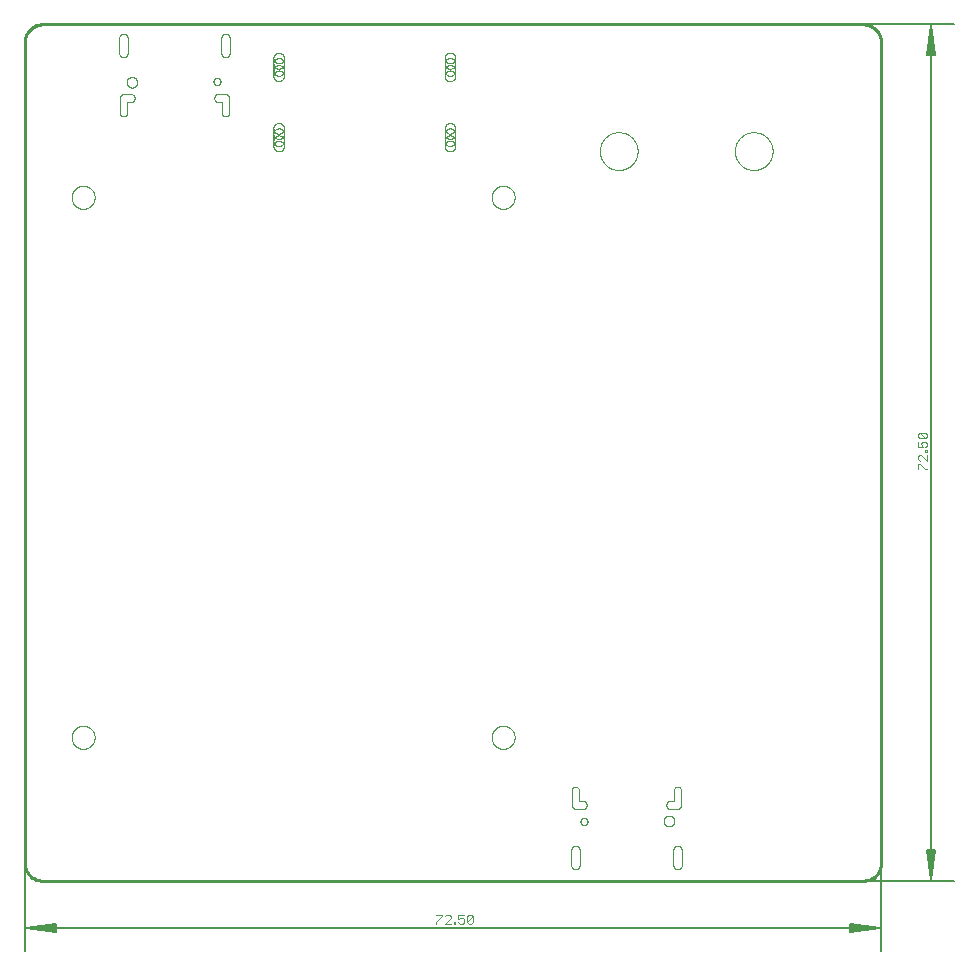
<source format=gbr>
G04 EAGLE Gerber RS-274X export*
G75*
%MOMM*%
%FSLAX34Y34*%
%LPD*%
%INMilling*%
%IPPOS*%
%AMOC8*
5,1,8,0,0,1.08239X$1,22.5*%
G01*
%ADD10C,0.254000*%
%ADD11C,0.130000*%
%ADD12C,0.076200*%
%ADD13C,0.000000*%
%ADD14C,0.010000*%
%ADD15C,0.254000*%


D10*
X710000Y725000D02*
X15000Y725000D01*
X14638Y724996D01*
X14275Y724982D01*
X13913Y724961D01*
X13552Y724930D01*
X13192Y724891D01*
X12833Y724843D01*
X12475Y724786D01*
X12118Y724721D01*
X11763Y724647D01*
X11410Y724564D01*
X11059Y724473D01*
X10711Y724374D01*
X10365Y724266D01*
X10021Y724150D01*
X9681Y724025D01*
X9344Y723893D01*
X9010Y723752D01*
X8679Y723603D01*
X8352Y723446D01*
X8029Y723282D01*
X7710Y723110D01*
X7396Y722930D01*
X7085Y722742D01*
X6780Y722547D01*
X6479Y722345D01*
X6183Y722135D01*
X5893Y721919D01*
X5607Y721695D01*
X5327Y721465D01*
X5053Y721228D01*
X4785Y720984D01*
X4522Y720734D01*
X4266Y720478D01*
X4016Y720215D01*
X3772Y719947D01*
X3535Y719673D01*
X3305Y719393D01*
X3081Y719107D01*
X2865Y718817D01*
X2655Y718521D01*
X2453Y718220D01*
X2258Y717915D01*
X2070Y717604D01*
X1890Y717290D01*
X1718Y716971D01*
X1554Y716648D01*
X1397Y716321D01*
X1248Y715990D01*
X1107Y715656D01*
X975Y715319D01*
X850Y714979D01*
X734Y714635D01*
X626Y714289D01*
X527Y713941D01*
X436Y713590D01*
X353Y713237D01*
X279Y712882D01*
X214Y712525D01*
X157Y712167D01*
X109Y711808D01*
X70Y711448D01*
X39Y711087D01*
X18Y710725D01*
X4Y710362D01*
X0Y710000D01*
X0Y15000D01*
X4Y14638D01*
X18Y14275D01*
X39Y13913D01*
X70Y13552D01*
X109Y13192D01*
X157Y12833D01*
X214Y12475D01*
X279Y12118D01*
X353Y11763D01*
X436Y11410D01*
X527Y11059D01*
X626Y10711D01*
X734Y10365D01*
X850Y10021D01*
X975Y9681D01*
X1107Y9344D01*
X1248Y9010D01*
X1397Y8679D01*
X1554Y8352D01*
X1718Y8029D01*
X1890Y7710D01*
X2070Y7396D01*
X2258Y7085D01*
X2453Y6780D01*
X2655Y6479D01*
X2865Y6183D01*
X3081Y5893D01*
X3305Y5607D01*
X3535Y5327D01*
X3772Y5053D01*
X4016Y4785D01*
X4266Y4522D01*
X4522Y4266D01*
X4785Y4016D01*
X5053Y3772D01*
X5327Y3535D01*
X5607Y3305D01*
X5893Y3081D01*
X6183Y2865D01*
X6479Y2655D01*
X6780Y2453D01*
X7085Y2258D01*
X7396Y2070D01*
X7710Y1890D01*
X8029Y1718D01*
X8352Y1554D01*
X8679Y1397D01*
X9010Y1248D01*
X9344Y1107D01*
X9681Y975D01*
X10021Y850D01*
X10365Y734D01*
X10711Y626D01*
X11059Y527D01*
X11410Y436D01*
X11763Y353D01*
X12118Y279D01*
X12475Y214D01*
X12833Y157D01*
X13192Y109D01*
X13552Y70D01*
X13913Y39D01*
X14275Y18D01*
X14638Y4D01*
X15000Y0D01*
X710000Y0D01*
X710362Y4D01*
X710725Y18D01*
X711087Y39D01*
X711448Y70D01*
X711808Y109D01*
X712167Y157D01*
X712525Y214D01*
X712882Y279D01*
X713237Y353D01*
X713590Y436D01*
X713941Y527D01*
X714289Y626D01*
X714635Y734D01*
X714979Y850D01*
X715319Y975D01*
X715656Y1107D01*
X715990Y1248D01*
X716321Y1397D01*
X716648Y1554D01*
X716971Y1718D01*
X717290Y1890D01*
X717604Y2070D01*
X717915Y2258D01*
X718220Y2453D01*
X718521Y2655D01*
X718817Y2865D01*
X719107Y3081D01*
X719393Y3305D01*
X719673Y3535D01*
X719947Y3772D01*
X720215Y4016D01*
X720478Y4266D01*
X720734Y4522D01*
X720984Y4785D01*
X721228Y5053D01*
X721465Y5327D01*
X721695Y5607D01*
X721919Y5893D01*
X722135Y6183D01*
X722345Y6479D01*
X722547Y6780D01*
X722742Y7085D01*
X722930Y7396D01*
X723110Y7710D01*
X723282Y8029D01*
X723446Y8352D01*
X723603Y8679D01*
X723752Y9010D01*
X723893Y9344D01*
X724025Y9681D01*
X724150Y10021D01*
X724266Y10365D01*
X724374Y10711D01*
X724473Y11059D01*
X724564Y11410D01*
X724647Y11763D01*
X724721Y12118D01*
X724786Y12475D01*
X724843Y12833D01*
X724891Y13192D01*
X724930Y13552D01*
X724961Y13913D01*
X724982Y14275D01*
X724996Y14638D01*
X725000Y15000D01*
X725000Y710000D01*
X724996Y710362D01*
X724982Y710725D01*
X724961Y711087D01*
X724930Y711448D01*
X724891Y711808D01*
X724843Y712167D01*
X724786Y712525D01*
X724721Y712882D01*
X724647Y713237D01*
X724564Y713590D01*
X724473Y713941D01*
X724374Y714289D01*
X724266Y714635D01*
X724150Y714979D01*
X724025Y715319D01*
X723893Y715656D01*
X723752Y715990D01*
X723603Y716321D01*
X723446Y716648D01*
X723282Y716971D01*
X723110Y717290D01*
X722930Y717604D01*
X722742Y717915D01*
X722547Y718220D01*
X722345Y718521D01*
X722135Y718817D01*
X721919Y719107D01*
X721695Y719393D01*
X721465Y719673D01*
X721228Y719947D01*
X720984Y720215D01*
X720734Y720478D01*
X720478Y720734D01*
X720215Y720984D01*
X719947Y721228D01*
X719673Y721465D01*
X719393Y721695D01*
X719107Y721919D01*
X718817Y722135D01*
X718521Y722345D01*
X718220Y722547D01*
X717915Y722742D01*
X717604Y722930D01*
X717290Y723110D01*
X716971Y723282D01*
X716648Y723446D01*
X716321Y723603D01*
X715990Y723752D01*
X715656Y723893D01*
X715319Y724025D01*
X714979Y724150D01*
X714635Y724266D01*
X714289Y724374D01*
X713941Y724473D01*
X713590Y724564D01*
X713237Y724647D01*
X712882Y724721D01*
X712525Y724786D01*
X712167Y724843D01*
X711808Y724891D01*
X711448Y724930D01*
X711087Y724961D01*
X710725Y724982D01*
X710362Y724996D01*
X710000Y725000D01*
D11*
X640000Y0D02*
X786970Y0D01*
X786970Y725000D02*
X640000Y725000D01*
X767470Y724350D02*
X767470Y650D01*
X764278Y26000D01*
X770662Y26000D01*
X767470Y650D01*
X766170Y26000D01*
X768770Y26000D02*
X767470Y650D01*
X764870Y26000D01*
X770070Y26000D02*
X767470Y650D01*
X764278Y699000D02*
X767470Y724350D01*
X764278Y699000D02*
X770662Y699000D01*
X767470Y724350D01*
X766170Y699000D01*
X768770Y699000D02*
X767470Y724350D01*
X764870Y699000D01*
X770070Y699000D02*
X767470Y724350D01*
D12*
X756385Y353157D02*
X756385Y348243D01*
X756385Y353157D02*
X757613Y353157D01*
X762528Y348243D01*
X763757Y348243D01*
X763757Y355727D02*
X763757Y360642D01*
X763757Y355727D02*
X758842Y360642D01*
X757613Y360642D01*
X756385Y359413D01*
X756385Y356955D01*
X757613Y355727D01*
X762528Y363211D02*
X763757Y363211D01*
X762528Y363211D02*
X762528Y364440D01*
X763757Y364440D01*
X763757Y363211D01*
X756385Y366953D02*
X756385Y371868D01*
X756385Y366953D02*
X760071Y366953D01*
X758842Y369410D01*
X758842Y370639D01*
X760071Y371868D01*
X762528Y371868D01*
X763757Y370639D01*
X763757Y368182D01*
X762528Y366953D01*
X762528Y374437D02*
X757613Y374437D01*
X756385Y375666D01*
X756385Y378123D01*
X757613Y379352D01*
X762528Y379352D01*
X763757Y378123D01*
X763757Y375666D01*
X762528Y374437D01*
X757613Y379352D01*
D11*
X0Y45000D02*
X0Y-59500D01*
X725000Y-59500D02*
X725000Y45000D01*
X724350Y-40000D02*
X650Y-40000D01*
X26000Y-36808D01*
X26000Y-43192D01*
X650Y-40000D01*
X26000Y-38700D01*
X26000Y-41300D02*
X650Y-40000D01*
X26000Y-37400D01*
X26000Y-42600D02*
X650Y-40000D01*
X699000Y-36808D02*
X724350Y-40000D01*
X699000Y-36808D02*
X699000Y-43192D01*
X724350Y-40000D01*
X699000Y-38700D01*
X699000Y-41300D02*
X724350Y-40000D01*
X699000Y-37400D01*
X699000Y-42600D02*
X724350Y-40000D01*
D12*
X353157Y-28915D02*
X348243Y-28915D01*
X353157Y-28915D02*
X353157Y-30143D01*
X348243Y-35058D01*
X348243Y-36287D01*
X355727Y-36287D02*
X360642Y-36287D01*
X355727Y-36287D02*
X360642Y-31372D01*
X360642Y-30143D01*
X359413Y-28915D01*
X356955Y-28915D01*
X355727Y-30143D01*
X363211Y-35058D02*
X363211Y-36287D01*
X363211Y-35058D02*
X364440Y-35058D01*
X364440Y-36287D01*
X363211Y-36287D01*
X366953Y-28915D02*
X371868Y-28915D01*
X366953Y-28915D02*
X366953Y-32601D01*
X369410Y-31372D01*
X370639Y-31372D01*
X371868Y-32601D01*
X371868Y-35058D01*
X370639Y-36287D01*
X368182Y-36287D01*
X366953Y-35058D01*
X374437Y-35058D02*
X374437Y-30143D01*
X375666Y-28915D01*
X378123Y-28915D01*
X379352Y-30143D01*
X379352Y-35058D01*
X378123Y-36287D01*
X375666Y-36287D01*
X374437Y-35058D01*
X379352Y-30143D01*
D13*
X395250Y578600D02*
X395253Y578839D01*
X395262Y579078D01*
X395276Y579317D01*
X395297Y579556D01*
X395323Y579794D01*
X395356Y580031D01*
X395394Y580267D01*
X395437Y580502D01*
X395487Y580736D01*
X395542Y580969D01*
X395603Y581200D01*
X395670Y581430D01*
X395742Y581658D01*
X395820Y581885D01*
X395903Y582109D01*
X395992Y582331D01*
X396086Y582551D01*
X396186Y582769D01*
X396291Y582984D01*
X396401Y583196D01*
X396517Y583406D01*
X396637Y583613D01*
X396763Y583816D01*
X396893Y584017D01*
X397029Y584214D01*
X397169Y584408D01*
X397314Y584599D01*
X397463Y584785D01*
X397617Y584968D01*
X397776Y585148D01*
X397939Y585323D01*
X398106Y585494D01*
X398277Y585661D01*
X398452Y585824D01*
X398632Y585983D01*
X398815Y586137D01*
X399001Y586286D01*
X399192Y586431D01*
X399386Y586571D01*
X399583Y586707D01*
X399784Y586837D01*
X399987Y586963D01*
X400194Y587083D01*
X400404Y587199D01*
X400616Y587309D01*
X400831Y587414D01*
X401049Y587514D01*
X401269Y587608D01*
X401491Y587697D01*
X401715Y587780D01*
X401942Y587858D01*
X402170Y587930D01*
X402400Y587997D01*
X402631Y588058D01*
X402864Y588113D01*
X403098Y588163D01*
X403333Y588206D01*
X403569Y588244D01*
X403806Y588277D01*
X404044Y588303D01*
X404283Y588324D01*
X404522Y588338D01*
X404761Y588347D01*
X405000Y588350D01*
X405239Y588347D01*
X405478Y588338D01*
X405717Y588324D01*
X405956Y588303D01*
X406194Y588277D01*
X406431Y588244D01*
X406667Y588206D01*
X406902Y588163D01*
X407136Y588113D01*
X407369Y588058D01*
X407600Y587997D01*
X407830Y587930D01*
X408058Y587858D01*
X408285Y587780D01*
X408509Y587697D01*
X408731Y587608D01*
X408951Y587514D01*
X409169Y587414D01*
X409384Y587309D01*
X409596Y587199D01*
X409806Y587083D01*
X410013Y586963D01*
X410216Y586837D01*
X410417Y586707D01*
X410614Y586571D01*
X410808Y586431D01*
X410999Y586286D01*
X411185Y586137D01*
X411368Y585983D01*
X411548Y585824D01*
X411723Y585661D01*
X411894Y585494D01*
X412061Y585323D01*
X412224Y585148D01*
X412383Y584968D01*
X412537Y584785D01*
X412686Y584599D01*
X412831Y584408D01*
X412971Y584214D01*
X413107Y584017D01*
X413237Y583816D01*
X413363Y583613D01*
X413483Y583406D01*
X413599Y583196D01*
X413709Y582984D01*
X413814Y582769D01*
X413914Y582551D01*
X414008Y582331D01*
X414097Y582109D01*
X414180Y581885D01*
X414258Y581658D01*
X414330Y581430D01*
X414397Y581200D01*
X414458Y580969D01*
X414513Y580736D01*
X414563Y580502D01*
X414606Y580267D01*
X414644Y580031D01*
X414677Y579794D01*
X414703Y579556D01*
X414724Y579317D01*
X414738Y579078D01*
X414747Y578839D01*
X414750Y578600D01*
X414747Y578361D01*
X414738Y578122D01*
X414724Y577883D01*
X414703Y577644D01*
X414677Y577406D01*
X414644Y577169D01*
X414606Y576933D01*
X414563Y576698D01*
X414513Y576464D01*
X414458Y576231D01*
X414397Y576000D01*
X414330Y575770D01*
X414258Y575542D01*
X414180Y575315D01*
X414097Y575091D01*
X414008Y574869D01*
X413914Y574649D01*
X413814Y574431D01*
X413709Y574216D01*
X413599Y574004D01*
X413483Y573794D01*
X413363Y573587D01*
X413237Y573384D01*
X413107Y573183D01*
X412971Y572986D01*
X412831Y572792D01*
X412686Y572601D01*
X412537Y572415D01*
X412383Y572232D01*
X412224Y572052D01*
X412061Y571877D01*
X411894Y571706D01*
X411723Y571539D01*
X411548Y571376D01*
X411368Y571217D01*
X411185Y571063D01*
X410999Y570914D01*
X410808Y570769D01*
X410614Y570629D01*
X410417Y570493D01*
X410216Y570363D01*
X410013Y570237D01*
X409806Y570117D01*
X409596Y570001D01*
X409384Y569891D01*
X409169Y569786D01*
X408951Y569686D01*
X408731Y569592D01*
X408509Y569503D01*
X408285Y569420D01*
X408058Y569342D01*
X407830Y569270D01*
X407600Y569203D01*
X407369Y569142D01*
X407136Y569087D01*
X406902Y569037D01*
X406667Y568994D01*
X406431Y568956D01*
X406194Y568923D01*
X405956Y568897D01*
X405717Y568876D01*
X405478Y568862D01*
X405239Y568853D01*
X405000Y568850D01*
X404761Y568853D01*
X404522Y568862D01*
X404283Y568876D01*
X404044Y568897D01*
X403806Y568923D01*
X403569Y568956D01*
X403333Y568994D01*
X403098Y569037D01*
X402864Y569087D01*
X402631Y569142D01*
X402400Y569203D01*
X402170Y569270D01*
X401942Y569342D01*
X401715Y569420D01*
X401491Y569503D01*
X401269Y569592D01*
X401049Y569686D01*
X400831Y569786D01*
X400616Y569891D01*
X400404Y570001D01*
X400194Y570117D01*
X399987Y570237D01*
X399784Y570363D01*
X399583Y570493D01*
X399386Y570629D01*
X399192Y570769D01*
X399001Y570914D01*
X398815Y571063D01*
X398632Y571217D01*
X398452Y571376D01*
X398277Y571539D01*
X398106Y571706D01*
X397939Y571877D01*
X397776Y572052D01*
X397617Y572232D01*
X397463Y572415D01*
X397314Y572601D01*
X397169Y572792D01*
X397029Y572986D01*
X396893Y573183D01*
X396763Y573384D01*
X396637Y573587D01*
X396517Y573794D01*
X396401Y574004D01*
X396291Y574216D01*
X396186Y574431D01*
X396086Y574649D01*
X395992Y574869D01*
X395903Y575091D01*
X395820Y575315D01*
X395742Y575542D01*
X395670Y575770D01*
X395603Y576000D01*
X395542Y576231D01*
X395487Y576464D01*
X395437Y576698D01*
X395394Y576933D01*
X395356Y577169D01*
X395323Y577406D01*
X395297Y577644D01*
X395276Y577883D01*
X395262Y578122D01*
X395253Y578361D01*
X395250Y578600D01*
X395250Y121400D02*
X395253Y121639D01*
X395262Y121878D01*
X395276Y122117D01*
X395297Y122356D01*
X395323Y122594D01*
X395356Y122831D01*
X395394Y123067D01*
X395437Y123302D01*
X395487Y123536D01*
X395542Y123769D01*
X395603Y124000D01*
X395670Y124230D01*
X395742Y124458D01*
X395820Y124685D01*
X395903Y124909D01*
X395992Y125131D01*
X396086Y125351D01*
X396186Y125569D01*
X396291Y125784D01*
X396401Y125996D01*
X396517Y126206D01*
X396637Y126413D01*
X396763Y126616D01*
X396893Y126817D01*
X397029Y127014D01*
X397169Y127208D01*
X397314Y127399D01*
X397463Y127585D01*
X397617Y127768D01*
X397776Y127948D01*
X397939Y128123D01*
X398106Y128294D01*
X398277Y128461D01*
X398452Y128624D01*
X398632Y128783D01*
X398815Y128937D01*
X399001Y129086D01*
X399192Y129231D01*
X399386Y129371D01*
X399583Y129507D01*
X399784Y129637D01*
X399987Y129763D01*
X400194Y129883D01*
X400404Y129999D01*
X400616Y130109D01*
X400831Y130214D01*
X401049Y130314D01*
X401269Y130408D01*
X401491Y130497D01*
X401715Y130580D01*
X401942Y130658D01*
X402170Y130730D01*
X402400Y130797D01*
X402631Y130858D01*
X402864Y130913D01*
X403098Y130963D01*
X403333Y131006D01*
X403569Y131044D01*
X403806Y131077D01*
X404044Y131103D01*
X404283Y131124D01*
X404522Y131138D01*
X404761Y131147D01*
X405000Y131150D01*
X405239Y131147D01*
X405478Y131138D01*
X405717Y131124D01*
X405956Y131103D01*
X406194Y131077D01*
X406431Y131044D01*
X406667Y131006D01*
X406902Y130963D01*
X407136Y130913D01*
X407369Y130858D01*
X407600Y130797D01*
X407830Y130730D01*
X408058Y130658D01*
X408285Y130580D01*
X408509Y130497D01*
X408731Y130408D01*
X408951Y130314D01*
X409169Y130214D01*
X409384Y130109D01*
X409596Y129999D01*
X409806Y129883D01*
X410013Y129763D01*
X410216Y129637D01*
X410417Y129507D01*
X410614Y129371D01*
X410808Y129231D01*
X410999Y129086D01*
X411185Y128937D01*
X411368Y128783D01*
X411548Y128624D01*
X411723Y128461D01*
X411894Y128294D01*
X412061Y128123D01*
X412224Y127948D01*
X412383Y127768D01*
X412537Y127585D01*
X412686Y127399D01*
X412831Y127208D01*
X412971Y127014D01*
X413107Y126817D01*
X413237Y126616D01*
X413363Y126413D01*
X413483Y126206D01*
X413599Y125996D01*
X413709Y125784D01*
X413814Y125569D01*
X413914Y125351D01*
X414008Y125131D01*
X414097Y124909D01*
X414180Y124685D01*
X414258Y124458D01*
X414330Y124230D01*
X414397Y124000D01*
X414458Y123769D01*
X414513Y123536D01*
X414563Y123302D01*
X414606Y123067D01*
X414644Y122831D01*
X414677Y122594D01*
X414703Y122356D01*
X414724Y122117D01*
X414738Y121878D01*
X414747Y121639D01*
X414750Y121400D01*
X414747Y121161D01*
X414738Y120922D01*
X414724Y120683D01*
X414703Y120444D01*
X414677Y120206D01*
X414644Y119969D01*
X414606Y119733D01*
X414563Y119498D01*
X414513Y119264D01*
X414458Y119031D01*
X414397Y118800D01*
X414330Y118570D01*
X414258Y118342D01*
X414180Y118115D01*
X414097Y117891D01*
X414008Y117669D01*
X413914Y117449D01*
X413814Y117231D01*
X413709Y117016D01*
X413599Y116804D01*
X413483Y116594D01*
X413363Y116387D01*
X413237Y116184D01*
X413107Y115983D01*
X412971Y115786D01*
X412831Y115592D01*
X412686Y115401D01*
X412537Y115215D01*
X412383Y115032D01*
X412224Y114852D01*
X412061Y114677D01*
X411894Y114506D01*
X411723Y114339D01*
X411548Y114176D01*
X411368Y114017D01*
X411185Y113863D01*
X410999Y113714D01*
X410808Y113569D01*
X410614Y113429D01*
X410417Y113293D01*
X410216Y113163D01*
X410013Y113037D01*
X409806Y112917D01*
X409596Y112801D01*
X409384Y112691D01*
X409169Y112586D01*
X408951Y112486D01*
X408731Y112392D01*
X408509Y112303D01*
X408285Y112220D01*
X408058Y112142D01*
X407830Y112070D01*
X407600Y112003D01*
X407369Y111942D01*
X407136Y111887D01*
X406902Y111837D01*
X406667Y111794D01*
X406431Y111756D01*
X406194Y111723D01*
X405956Y111697D01*
X405717Y111676D01*
X405478Y111662D01*
X405239Y111653D01*
X405000Y111650D01*
X404761Y111653D01*
X404522Y111662D01*
X404283Y111676D01*
X404044Y111697D01*
X403806Y111723D01*
X403569Y111756D01*
X403333Y111794D01*
X403098Y111837D01*
X402864Y111887D01*
X402631Y111942D01*
X402400Y112003D01*
X402170Y112070D01*
X401942Y112142D01*
X401715Y112220D01*
X401491Y112303D01*
X401269Y112392D01*
X401049Y112486D01*
X400831Y112586D01*
X400616Y112691D01*
X400404Y112801D01*
X400194Y112917D01*
X399987Y113037D01*
X399784Y113163D01*
X399583Y113293D01*
X399386Y113429D01*
X399192Y113569D01*
X399001Y113714D01*
X398815Y113863D01*
X398632Y114017D01*
X398452Y114176D01*
X398277Y114339D01*
X398106Y114506D01*
X397939Y114677D01*
X397776Y114852D01*
X397617Y115032D01*
X397463Y115215D01*
X397314Y115401D01*
X397169Y115592D01*
X397029Y115786D01*
X396893Y115983D01*
X396763Y116184D01*
X396637Y116387D01*
X396517Y116594D01*
X396401Y116804D01*
X396291Y117016D01*
X396186Y117231D01*
X396086Y117449D01*
X395992Y117669D01*
X395903Y117891D01*
X395820Y118115D01*
X395742Y118342D01*
X395670Y118570D01*
X395603Y118800D01*
X395542Y119031D01*
X395487Y119264D01*
X395437Y119498D01*
X395394Y119733D01*
X395356Y119969D01*
X395323Y120206D01*
X395297Y120444D01*
X395276Y120683D01*
X395262Y120922D01*
X395253Y121161D01*
X395250Y121400D01*
X39650Y121400D02*
X39653Y121639D01*
X39662Y121878D01*
X39676Y122117D01*
X39697Y122356D01*
X39723Y122594D01*
X39756Y122831D01*
X39794Y123067D01*
X39837Y123302D01*
X39887Y123536D01*
X39942Y123769D01*
X40003Y124000D01*
X40070Y124230D01*
X40142Y124458D01*
X40220Y124685D01*
X40303Y124909D01*
X40392Y125131D01*
X40486Y125351D01*
X40586Y125569D01*
X40691Y125784D01*
X40801Y125996D01*
X40917Y126206D01*
X41037Y126413D01*
X41163Y126616D01*
X41293Y126817D01*
X41429Y127014D01*
X41569Y127208D01*
X41714Y127399D01*
X41863Y127585D01*
X42017Y127768D01*
X42176Y127948D01*
X42339Y128123D01*
X42506Y128294D01*
X42677Y128461D01*
X42852Y128624D01*
X43032Y128783D01*
X43215Y128937D01*
X43401Y129086D01*
X43592Y129231D01*
X43786Y129371D01*
X43983Y129507D01*
X44184Y129637D01*
X44387Y129763D01*
X44594Y129883D01*
X44804Y129999D01*
X45016Y130109D01*
X45231Y130214D01*
X45449Y130314D01*
X45669Y130408D01*
X45891Y130497D01*
X46115Y130580D01*
X46342Y130658D01*
X46570Y130730D01*
X46800Y130797D01*
X47031Y130858D01*
X47264Y130913D01*
X47498Y130963D01*
X47733Y131006D01*
X47969Y131044D01*
X48206Y131077D01*
X48444Y131103D01*
X48683Y131124D01*
X48922Y131138D01*
X49161Y131147D01*
X49400Y131150D01*
X49639Y131147D01*
X49878Y131138D01*
X50117Y131124D01*
X50356Y131103D01*
X50594Y131077D01*
X50831Y131044D01*
X51067Y131006D01*
X51302Y130963D01*
X51536Y130913D01*
X51769Y130858D01*
X52000Y130797D01*
X52230Y130730D01*
X52458Y130658D01*
X52685Y130580D01*
X52909Y130497D01*
X53131Y130408D01*
X53351Y130314D01*
X53569Y130214D01*
X53784Y130109D01*
X53996Y129999D01*
X54206Y129883D01*
X54413Y129763D01*
X54616Y129637D01*
X54817Y129507D01*
X55014Y129371D01*
X55208Y129231D01*
X55399Y129086D01*
X55585Y128937D01*
X55768Y128783D01*
X55948Y128624D01*
X56123Y128461D01*
X56294Y128294D01*
X56461Y128123D01*
X56624Y127948D01*
X56783Y127768D01*
X56937Y127585D01*
X57086Y127399D01*
X57231Y127208D01*
X57371Y127014D01*
X57507Y126817D01*
X57637Y126616D01*
X57763Y126413D01*
X57883Y126206D01*
X57999Y125996D01*
X58109Y125784D01*
X58214Y125569D01*
X58314Y125351D01*
X58408Y125131D01*
X58497Y124909D01*
X58580Y124685D01*
X58658Y124458D01*
X58730Y124230D01*
X58797Y124000D01*
X58858Y123769D01*
X58913Y123536D01*
X58963Y123302D01*
X59006Y123067D01*
X59044Y122831D01*
X59077Y122594D01*
X59103Y122356D01*
X59124Y122117D01*
X59138Y121878D01*
X59147Y121639D01*
X59150Y121400D01*
X59147Y121161D01*
X59138Y120922D01*
X59124Y120683D01*
X59103Y120444D01*
X59077Y120206D01*
X59044Y119969D01*
X59006Y119733D01*
X58963Y119498D01*
X58913Y119264D01*
X58858Y119031D01*
X58797Y118800D01*
X58730Y118570D01*
X58658Y118342D01*
X58580Y118115D01*
X58497Y117891D01*
X58408Y117669D01*
X58314Y117449D01*
X58214Y117231D01*
X58109Y117016D01*
X57999Y116804D01*
X57883Y116594D01*
X57763Y116387D01*
X57637Y116184D01*
X57507Y115983D01*
X57371Y115786D01*
X57231Y115592D01*
X57086Y115401D01*
X56937Y115215D01*
X56783Y115032D01*
X56624Y114852D01*
X56461Y114677D01*
X56294Y114506D01*
X56123Y114339D01*
X55948Y114176D01*
X55768Y114017D01*
X55585Y113863D01*
X55399Y113714D01*
X55208Y113569D01*
X55014Y113429D01*
X54817Y113293D01*
X54616Y113163D01*
X54413Y113037D01*
X54206Y112917D01*
X53996Y112801D01*
X53784Y112691D01*
X53569Y112586D01*
X53351Y112486D01*
X53131Y112392D01*
X52909Y112303D01*
X52685Y112220D01*
X52458Y112142D01*
X52230Y112070D01*
X52000Y112003D01*
X51769Y111942D01*
X51536Y111887D01*
X51302Y111837D01*
X51067Y111794D01*
X50831Y111756D01*
X50594Y111723D01*
X50356Y111697D01*
X50117Y111676D01*
X49878Y111662D01*
X49639Y111653D01*
X49400Y111650D01*
X49161Y111653D01*
X48922Y111662D01*
X48683Y111676D01*
X48444Y111697D01*
X48206Y111723D01*
X47969Y111756D01*
X47733Y111794D01*
X47498Y111837D01*
X47264Y111887D01*
X47031Y111942D01*
X46800Y112003D01*
X46570Y112070D01*
X46342Y112142D01*
X46115Y112220D01*
X45891Y112303D01*
X45669Y112392D01*
X45449Y112486D01*
X45231Y112586D01*
X45016Y112691D01*
X44804Y112801D01*
X44594Y112917D01*
X44387Y113037D01*
X44184Y113163D01*
X43983Y113293D01*
X43786Y113429D01*
X43592Y113569D01*
X43401Y113714D01*
X43215Y113863D01*
X43032Y114017D01*
X42852Y114176D01*
X42677Y114339D01*
X42506Y114506D01*
X42339Y114677D01*
X42176Y114852D01*
X42017Y115032D01*
X41863Y115215D01*
X41714Y115401D01*
X41569Y115592D01*
X41429Y115786D01*
X41293Y115983D01*
X41163Y116184D01*
X41037Y116387D01*
X40917Y116594D01*
X40801Y116804D01*
X40691Y117016D01*
X40586Y117231D01*
X40486Y117449D01*
X40392Y117669D01*
X40303Y117891D01*
X40220Y118115D01*
X40142Y118342D01*
X40070Y118570D01*
X40003Y118800D01*
X39942Y119031D01*
X39887Y119264D01*
X39837Y119498D01*
X39794Y119733D01*
X39756Y119969D01*
X39723Y120206D01*
X39697Y120444D01*
X39676Y120683D01*
X39662Y120922D01*
X39653Y121161D01*
X39650Y121400D01*
X39650Y578600D02*
X39653Y578839D01*
X39662Y579078D01*
X39676Y579317D01*
X39697Y579556D01*
X39723Y579794D01*
X39756Y580031D01*
X39794Y580267D01*
X39837Y580502D01*
X39887Y580736D01*
X39942Y580969D01*
X40003Y581200D01*
X40070Y581430D01*
X40142Y581658D01*
X40220Y581885D01*
X40303Y582109D01*
X40392Y582331D01*
X40486Y582551D01*
X40586Y582769D01*
X40691Y582984D01*
X40801Y583196D01*
X40917Y583406D01*
X41037Y583613D01*
X41163Y583816D01*
X41293Y584017D01*
X41429Y584214D01*
X41569Y584408D01*
X41714Y584599D01*
X41863Y584785D01*
X42017Y584968D01*
X42176Y585148D01*
X42339Y585323D01*
X42506Y585494D01*
X42677Y585661D01*
X42852Y585824D01*
X43032Y585983D01*
X43215Y586137D01*
X43401Y586286D01*
X43592Y586431D01*
X43786Y586571D01*
X43983Y586707D01*
X44184Y586837D01*
X44387Y586963D01*
X44594Y587083D01*
X44804Y587199D01*
X45016Y587309D01*
X45231Y587414D01*
X45449Y587514D01*
X45669Y587608D01*
X45891Y587697D01*
X46115Y587780D01*
X46342Y587858D01*
X46570Y587930D01*
X46800Y587997D01*
X47031Y588058D01*
X47264Y588113D01*
X47498Y588163D01*
X47733Y588206D01*
X47969Y588244D01*
X48206Y588277D01*
X48444Y588303D01*
X48683Y588324D01*
X48922Y588338D01*
X49161Y588347D01*
X49400Y588350D01*
X49639Y588347D01*
X49878Y588338D01*
X50117Y588324D01*
X50356Y588303D01*
X50594Y588277D01*
X50831Y588244D01*
X51067Y588206D01*
X51302Y588163D01*
X51536Y588113D01*
X51769Y588058D01*
X52000Y587997D01*
X52230Y587930D01*
X52458Y587858D01*
X52685Y587780D01*
X52909Y587697D01*
X53131Y587608D01*
X53351Y587514D01*
X53569Y587414D01*
X53784Y587309D01*
X53996Y587199D01*
X54206Y587083D01*
X54413Y586963D01*
X54616Y586837D01*
X54817Y586707D01*
X55014Y586571D01*
X55208Y586431D01*
X55399Y586286D01*
X55585Y586137D01*
X55768Y585983D01*
X55948Y585824D01*
X56123Y585661D01*
X56294Y585494D01*
X56461Y585323D01*
X56624Y585148D01*
X56783Y584968D01*
X56937Y584785D01*
X57086Y584599D01*
X57231Y584408D01*
X57371Y584214D01*
X57507Y584017D01*
X57637Y583816D01*
X57763Y583613D01*
X57883Y583406D01*
X57999Y583196D01*
X58109Y582984D01*
X58214Y582769D01*
X58314Y582551D01*
X58408Y582331D01*
X58497Y582109D01*
X58580Y581885D01*
X58658Y581658D01*
X58730Y581430D01*
X58797Y581200D01*
X58858Y580969D01*
X58913Y580736D01*
X58963Y580502D01*
X59006Y580267D01*
X59044Y580031D01*
X59077Y579794D01*
X59103Y579556D01*
X59124Y579317D01*
X59138Y579078D01*
X59147Y578839D01*
X59150Y578600D01*
X59147Y578361D01*
X59138Y578122D01*
X59124Y577883D01*
X59103Y577644D01*
X59077Y577406D01*
X59044Y577169D01*
X59006Y576933D01*
X58963Y576698D01*
X58913Y576464D01*
X58858Y576231D01*
X58797Y576000D01*
X58730Y575770D01*
X58658Y575542D01*
X58580Y575315D01*
X58497Y575091D01*
X58408Y574869D01*
X58314Y574649D01*
X58214Y574431D01*
X58109Y574216D01*
X57999Y574004D01*
X57883Y573794D01*
X57763Y573587D01*
X57637Y573384D01*
X57507Y573183D01*
X57371Y572986D01*
X57231Y572792D01*
X57086Y572601D01*
X56937Y572415D01*
X56783Y572232D01*
X56624Y572052D01*
X56461Y571877D01*
X56294Y571706D01*
X56123Y571539D01*
X55948Y571376D01*
X55768Y571217D01*
X55585Y571063D01*
X55399Y570914D01*
X55208Y570769D01*
X55014Y570629D01*
X54817Y570493D01*
X54616Y570363D01*
X54413Y570237D01*
X54206Y570117D01*
X53996Y570001D01*
X53784Y569891D01*
X53569Y569786D01*
X53351Y569686D01*
X53131Y569592D01*
X52909Y569503D01*
X52685Y569420D01*
X52458Y569342D01*
X52230Y569270D01*
X52000Y569203D01*
X51769Y569142D01*
X51536Y569087D01*
X51302Y569037D01*
X51067Y568994D01*
X50831Y568956D01*
X50594Y568923D01*
X50356Y568897D01*
X50117Y568876D01*
X49878Y568862D01*
X49639Y568853D01*
X49400Y568850D01*
X49161Y568853D01*
X48922Y568862D01*
X48683Y568876D01*
X48444Y568897D01*
X48206Y568923D01*
X47969Y568956D01*
X47733Y568994D01*
X47498Y569037D01*
X47264Y569087D01*
X47031Y569142D01*
X46800Y569203D01*
X46570Y569270D01*
X46342Y569342D01*
X46115Y569420D01*
X45891Y569503D01*
X45669Y569592D01*
X45449Y569686D01*
X45231Y569786D01*
X45016Y569891D01*
X44804Y570001D01*
X44594Y570117D01*
X44387Y570237D01*
X44184Y570363D01*
X43983Y570493D01*
X43786Y570629D01*
X43592Y570769D01*
X43401Y570914D01*
X43215Y571063D01*
X43032Y571217D01*
X42852Y571376D01*
X42677Y571539D01*
X42506Y571706D01*
X42339Y571877D01*
X42176Y572052D01*
X42017Y572232D01*
X41863Y572415D01*
X41714Y572601D01*
X41569Y572792D01*
X41429Y572986D01*
X41293Y573183D01*
X41163Y573384D01*
X41037Y573587D01*
X40917Y573794D01*
X40801Y574004D01*
X40691Y574216D01*
X40586Y574431D01*
X40486Y574649D01*
X40392Y574869D01*
X40303Y575091D01*
X40220Y575315D01*
X40142Y575542D01*
X40070Y575770D01*
X40003Y576000D01*
X39942Y576231D01*
X39887Y576464D01*
X39837Y576698D01*
X39794Y576933D01*
X39756Y577169D01*
X39723Y577406D01*
X39697Y577644D01*
X39676Y577883D01*
X39662Y578122D01*
X39653Y578361D01*
X39650Y578600D01*
D14*
X214900Y617496D02*
X215032Y617497D01*
X215165Y617501D01*
X215297Y617509D01*
X215429Y617521D01*
X215560Y617537D01*
X215691Y617557D01*
X215821Y617580D01*
X215951Y617607D01*
X216079Y617638D01*
X216207Y617673D01*
X216334Y617711D01*
X216459Y617754D01*
X216583Y617799D01*
X216706Y617849D01*
X216827Y617901D01*
X216947Y617958D01*
X217065Y618018D01*
X217182Y618081D01*
X217296Y618147D01*
X217408Y618217D01*
X217519Y618290D01*
X217627Y618367D01*
X217733Y618446D01*
X217836Y618529D01*
X217937Y618614D01*
X218036Y618702D01*
X218132Y618794D01*
X218225Y618887D01*
X218316Y618984D01*
X218403Y619083D01*
X218488Y619185D01*
X218570Y619289D01*
X218648Y619395D01*
X218724Y619504D01*
X218796Y619615D01*
X218865Y619728D01*
X218931Y619843D01*
X218993Y619959D01*
X219052Y620078D01*
X219108Y620198D01*
X219160Y620320D01*
X219208Y620443D01*
X219253Y620567D01*
X219294Y620693D01*
X219332Y620820D01*
X219366Y620948D01*
X219396Y621077D01*
X219422Y621207D01*
X219444Y621337D01*
X219463Y621468D01*
X219478Y621600D01*
X219489Y621732D01*
X219496Y621864D01*
X219500Y621996D01*
X214900Y617496D02*
X214768Y617500D01*
X214636Y617507D01*
X214505Y617518D01*
X214374Y617533D01*
X214244Y617552D01*
X214114Y617575D01*
X213985Y617602D01*
X213856Y617633D01*
X213729Y617667D01*
X213603Y617705D01*
X213478Y617747D01*
X213354Y617792D01*
X213231Y617841D01*
X213110Y617894D01*
X212991Y617950D01*
X212874Y618010D01*
X212758Y618073D01*
X212644Y618140D01*
X212532Y618210D01*
X212423Y618283D01*
X212315Y618360D01*
X212210Y618439D01*
X212107Y618522D01*
X212007Y618608D01*
X211910Y618697D01*
X211815Y618788D01*
X211722Y618882D01*
X211633Y618979D01*
X211547Y619079D01*
X211463Y619181D01*
X211383Y619286D01*
X211306Y619393D01*
X211231Y619502D01*
X211161Y619613D01*
X211093Y619726D01*
X211029Y619841D01*
X210968Y619959D01*
X210911Y620077D01*
X210858Y620198D01*
X210808Y620320D01*
X210761Y620443D01*
X210719Y620568D01*
X210680Y620694D01*
X210644Y620821D01*
X210613Y620949D01*
X210585Y621078D01*
X210562Y621208D01*
X210542Y621338D01*
X210526Y621469D01*
X210513Y621601D01*
X210505Y621732D01*
X210501Y621864D01*
X210500Y621996D01*
X219500Y621996D02*
X219500Y636496D01*
X215400Y641496D02*
X215268Y641508D01*
X215136Y641515D01*
X215003Y641519D01*
X214871Y641518D01*
X214738Y641514D01*
X214606Y641506D01*
X214474Y641494D01*
X214342Y641478D01*
X214211Y641458D01*
X214081Y641434D01*
X213951Y641406D01*
X213822Y641375D01*
X213694Y641339D01*
X213568Y641300D01*
X213442Y641257D01*
X213318Y641211D01*
X213196Y641161D01*
X213074Y641107D01*
X212955Y641049D01*
X212837Y640989D01*
X212721Y640924D01*
X212607Y640856D01*
X212495Y640785D01*
X212386Y640711D01*
X212278Y640633D01*
X212173Y640553D01*
X212070Y640469D01*
X211970Y640382D01*
X211873Y640292D01*
X211778Y640200D01*
X211686Y640104D01*
X211597Y640006D01*
X211510Y639905D01*
X211427Y639802D01*
X211347Y639697D01*
X211270Y639589D01*
X211196Y639479D01*
X211126Y639366D01*
X211059Y639252D01*
X210995Y639136D01*
X210935Y639017D01*
X210878Y638898D01*
X210825Y638776D01*
X210776Y638653D01*
X210730Y638529D01*
X210688Y638403D01*
X210649Y638276D01*
X210615Y638148D01*
X210584Y638019D01*
X210557Y637889D01*
X210534Y637759D01*
X210515Y637628D01*
X210500Y637496D01*
X215400Y641496D02*
X215532Y641481D01*
X215664Y641462D01*
X215795Y641439D01*
X215925Y641413D01*
X216055Y641383D01*
X216183Y641349D01*
X216311Y641311D01*
X216437Y641269D01*
X216562Y641224D01*
X216686Y641176D01*
X216808Y641123D01*
X216929Y641068D01*
X217048Y641008D01*
X217165Y640945D01*
X217281Y640879D01*
X217394Y640810D01*
X217505Y640737D01*
X217615Y640661D01*
X217722Y640582D01*
X217826Y640500D01*
X217928Y640415D01*
X218028Y640327D01*
X218125Y640236D01*
X218219Y640142D01*
X218311Y640046D01*
X218400Y639947D01*
X218485Y639845D01*
X218568Y639741D01*
X218648Y639635D01*
X218725Y639526D01*
X218798Y639415D01*
X218868Y639302D01*
X218935Y639187D01*
X218999Y639070D01*
X219059Y638952D01*
X219115Y638831D01*
X219168Y638709D01*
X219218Y638586D01*
X219264Y638461D01*
X219306Y638335D01*
X219344Y638208D01*
X219379Y638079D01*
X219410Y637950D01*
X219438Y637820D01*
X219461Y637689D01*
X219481Y637557D01*
X219497Y637425D01*
X219509Y637293D01*
X219517Y637160D01*
X219521Y637027D01*
X219522Y636894D01*
X219518Y636761D01*
X219511Y636629D01*
X219500Y636496D01*
X210500Y637496D02*
X210500Y621996D01*
X359900Y617496D02*
X360032Y617497D01*
X360165Y617501D01*
X360297Y617509D01*
X360429Y617521D01*
X360560Y617537D01*
X360691Y617557D01*
X360821Y617580D01*
X360951Y617607D01*
X361079Y617638D01*
X361207Y617673D01*
X361334Y617711D01*
X361459Y617754D01*
X361583Y617799D01*
X361706Y617849D01*
X361827Y617901D01*
X361947Y617958D01*
X362065Y618018D01*
X362182Y618081D01*
X362296Y618147D01*
X362408Y618217D01*
X362519Y618290D01*
X362627Y618367D01*
X362733Y618446D01*
X362836Y618529D01*
X362937Y618614D01*
X363036Y618702D01*
X363132Y618794D01*
X363225Y618887D01*
X363316Y618984D01*
X363403Y619083D01*
X363488Y619185D01*
X363570Y619289D01*
X363648Y619395D01*
X363724Y619504D01*
X363796Y619615D01*
X363865Y619728D01*
X363931Y619843D01*
X363993Y619959D01*
X364052Y620078D01*
X364108Y620198D01*
X364160Y620320D01*
X364208Y620443D01*
X364253Y620567D01*
X364294Y620693D01*
X364332Y620820D01*
X364366Y620948D01*
X364396Y621077D01*
X364422Y621207D01*
X364444Y621337D01*
X364463Y621468D01*
X364478Y621600D01*
X364489Y621732D01*
X364496Y621864D01*
X364500Y621996D01*
X359900Y617496D02*
X359768Y617500D01*
X359636Y617507D01*
X359505Y617518D01*
X359374Y617533D01*
X359244Y617552D01*
X359114Y617575D01*
X358985Y617602D01*
X358856Y617633D01*
X358729Y617667D01*
X358603Y617705D01*
X358478Y617747D01*
X358354Y617792D01*
X358231Y617841D01*
X358110Y617894D01*
X357991Y617950D01*
X357874Y618010D01*
X357758Y618073D01*
X357644Y618140D01*
X357532Y618210D01*
X357423Y618283D01*
X357315Y618360D01*
X357210Y618439D01*
X357107Y618522D01*
X357007Y618608D01*
X356910Y618697D01*
X356815Y618788D01*
X356722Y618882D01*
X356633Y618979D01*
X356547Y619079D01*
X356463Y619181D01*
X356383Y619286D01*
X356306Y619393D01*
X356231Y619502D01*
X356161Y619613D01*
X356093Y619726D01*
X356029Y619841D01*
X355968Y619959D01*
X355911Y620077D01*
X355858Y620198D01*
X355808Y620320D01*
X355761Y620443D01*
X355719Y620568D01*
X355680Y620694D01*
X355644Y620821D01*
X355613Y620949D01*
X355585Y621078D01*
X355562Y621208D01*
X355542Y621338D01*
X355526Y621469D01*
X355513Y621601D01*
X355505Y621732D01*
X355501Y621864D01*
X355500Y621996D01*
X364500Y621996D02*
X364500Y636496D01*
X360400Y641496D02*
X360268Y641508D01*
X360136Y641515D01*
X360003Y641519D01*
X359871Y641518D01*
X359738Y641514D01*
X359606Y641506D01*
X359474Y641494D01*
X359342Y641478D01*
X359211Y641458D01*
X359081Y641434D01*
X358951Y641406D01*
X358822Y641375D01*
X358694Y641339D01*
X358568Y641300D01*
X358442Y641257D01*
X358318Y641211D01*
X358196Y641161D01*
X358074Y641107D01*
X357955Y641049D01*
X357837Y640989D01*
X357721Y640924D01*
X357607Y640856D01*
X357495Y640785D01*
X357386Y640711D01*
X357278Y640633D01*
X357173Y640553D01*
X357070Y640469D01*
X356970Y640382D01*
X356873Y640292D01*
X356778Y640200D01*
X356686Y640104D01*
X356597Y640006D01*
X356510Y639905D01*
X356427Y639802D01*
X356347Y639697D01*
X356270Y639589D01*
X356196Y639479D01*
X356126Y639366D01*
X356059Y639252D01*
X355995Y639136D01*
X355935Y639017D01*
X355878Y638898D01*
X355825Y638776D01*
X355776Y638653D01*
X355730Y638529D01*
X355688Y638403D01*
X355649Y638276D01*
X355615Y638148D01*
X355584Y638019D01*
X355557Y637889D01*
X355534Y637759D01*
X355515Y637628D01*
X355500Y637496D01*
X360400Y641496D02*
X360532Y641481D01*
X360664Y641462D01*
X360795Y641439D01*
X360925Y641413D01*
X361055Y641383D01*
X361183Y641349D01*
X361311Y641311D01*
X361437Y641269D01*
X361562Y641224D01*
X361686Y641176D01*
X361808Y641123D01*
X361929Y641068D01*
X362048Y641008D01*
X362165Y640945D01*
X362281Y640879D01*
X362394Y640810D01*
X362505Y640737D01*
X362615Y640661D01*
X362722Y640582D01*
X362826Y640500D01*
X362928Y640415D01*
X363028Y640327D01*
X363125Y640236D01*
X363219Y640142D01*
X363311Y640046D01*
X363400Y639947D01*
X363485Y639845D01*
X363568Y639741D01*
X363648Y639635D01*
X363725Y639526D01*
X363798Y639415D01*
X363868Y639302D01*
X363935Y639187D01*
X363999Y639070D01*
X364059Y638952D01*
X364115Y638831D01*
X364168Y638709D01*
X364218Y638586D01*
X364264Y638461D01*
X364306Y638335D01*
X364344Y638208D01*
X364379Y638079D01*
X364410Y637950D01*
X364438Y637820D01*
X364461Y637689D01*
X364481Y637557D01*
X364497Y637425D01*
X364509Y637293D01*
X364517Y637160D01*
X364521Y637027D01*
X364522Y636894D01*
X364518Y636761D01*
X364511Y636629D01*
X364500Y636496D01*
X355500Y637496D02*
X355500Y621996D01*
X359900Y676996D02*
X360032Y676997D01*
X360165Y677001D01*
X360297Y677009D01*
X360429Y677021D01*
X360560Y677037D01*
X360691Y677057D01*
X360821Y677080D01*
X360951Y677107D01*
X361079Y677138D01*
X361207Y677173D01*
X361334Y677211D01*
X361459Y677254D01*
X361583Y677299D01*
X361706Y677349D01*
X361827Y677401D01*
X361947Y677458D01*
X362065Y677518D01*
X362182Y677581D01*
X362296Y677647D01*
X362408Y677717D01*
X362519Y677790D01*
X362627Y677867D01*
X362733Y677946D01*
X362836Y678029D01*
X362937Y678114D01*
X363036Y678202D01*
X363132Y678294D01*
X363225Y678387D01*
X363316Y678484D01*
X363403Y678583D01*
X363488Y678685D01*
X363570Y678789D01*
X363648Y678895D01*
X363724Y679004D01*
X363796Y679115D01*
X363865Y679228D01*
X363931Y679343D01*
X363993Y679459D01*
X364052Y679578D01*
X364108Y679698D01*
X364160Y679820D01*
X364208Y679943D01*
X364253Y680067D01*
X364294Y680193D01*
X364332Y680320D01*
X364366Y680448D01*
X364396Y680577D01*
X364422Y680707D01*
X364444Y680837D01*
X364463Y680968D01*
X364478Y681100D01*
X364489Y681232D01*
X364496Y681364D01*
X364500Y681496D01*
X359900Y676996D02*
X359768Y677000D01*
X359636Y677007D01*
X359505Y677018D01*
X359374Y677033D01*
X359244Y677052D01*
X359114Y677075D01*
X358985Y677102D01*
X358856Y677133D01*
X358729Y677167D01*
X358603Y677205D01*
X358478Y677247D01*
X358354Y677292D01*
X358231Y677341D01*
X358110Y677394D01*
X357991Y677450D01*
X357874Y677510D01*
X357758Y677573D01*
X357644Y677640D01*
X357532Y677710D01*
X357423Y677783D01*
X357315Y677860D01*
X357210Y677939D01*
X357107Y678022D01*
X357007Y678108D01*
X356910Y678197D01*
X356815Y678288D01*
X356722Y678382D01*
X356633Y678479D01*
X356547Y678579D01*
X356463Y678681D01*
X356383Y678786D01*
X356306Y678893D01*
X356231Y679002D01*
X356161Y679113D01*
X356093Y679226D01*
X356029Y679341D01*
X355968Y679459D01*
X355911Y679577D01*
X355858Y679698D01*
X355808Y679820D01*
X355761Y679943D01*
X355719Y680068D01*
X355680Y680194D01*
X355644Y680321D01*
X355613Y680449D01*
X355585Y680578D01*
X355562Y680708D01*
X355542Y680838D01*
X355526Y680969D01*
X355513Y681101D01*
X355505Y681232D01*
X355501Y681364D01*
X355500Y681496D01*
X364500Y681496D02*
X364500Y695996D01*
X360400Y700996D02*
X360268Y701008D01*
X360136Y701015D01*
X360003Y701019D01*
X359871Y701018D01*
X359738Y701014D01*
X359606Y701006D01*
X359474Y700994D01*
X359342Y700978D01*
X359211Y700958D01*
X359081Y700934D01*
X358951Y700906D01*
X358822Y700875D01*
X358694Y700839D01*
X358568Y700800D01*
X358442Y700757D01*
X358318Y700711D01*
X358196Y700661D01*
X358074Y700607D01*
X357955Y700549D01*
X357837Y700489D01*
X357721Y700424D01*
X357607Y700356D01*
X357495Y700285D01*
X357386Y700211D01*
X357278Y700133D01*
X357173Y700053D01*
X357070Y699969D01*
X356970Y699882D01*
X356873Y699792D01*
X356778Y699700D01*
X356686Y699604D01*
X356597Y699506D01*
X356510Y699405D01*
X356427Y699302D01*
X356347Y699197D01*
X356270Y699089D01*
X356196Y698979D01*
X356126Y698866D01*
X356059Y698752D01*
X355995Y698636D01*
X355935Y698517D01*
X355878Y698398D01*
X355825Y698276D01*
X355776Y698153D01*
X355730Y698029D01*
X355688Y697903D01*
X355649Y697776D01*
X355615Y697648D01*
X355584Y697519D01*
X355557Y697389D01*
X355534Y697259D01*
X355515Y697128D01*
X355500Y696996D01*
X360400Y700996D02*
X360532Y700981D01*
X360664Y700962D01*
X360795Y700939D01*
X360925Y700913D01*
X361055Y700883D01*
X361183Y700849D01*
X361311Y700811D01*
X361437Y700769D01*
X361562Y700724D01*
X361686Y700676D01*
X361808Y700623D01*
X361929Y700568D01*
X362048Y700508D01*
X362165Y700445D01*
X362281Y700379D01*
X362394Y700310D01*
X362505Y700237D01*
X362615Y700161D01*
X362722Y700082D01*
X362826Y700000D01*
X362928Y699915D01*
X363028Y699827D01*
X363125Y699736D01*
X363219Y699642D01*
X363311Y699546D01*
X363400Y699447D01*
X363485Y699345D01*
X363568Y699241D01*
X363648Y699135D01*
X363725Y699026D01*
X363798Y698915D01*
X363868Y698802D01*
X363935Y698687D01*
X363999Y698570D01*
X364059Y698452D01*
X364115Y698331D01*
X364168Y698209D01*
X364218Y698086D01*
X364264Y697961D01*
X364306Y697835D01*
X364344Y697708D01*
X364379Y697579D01*
X364410Y697450D01*
X364438Y697320D01*
X364461Y697189D01*
X364481Y697057D01*
X364497Y696925D01*
X364509Y696793D01*
X364517Y696660D01*
X364521Y696527D01*
X364522Y696394D01*
X364518Y696261D01*
X364511Y696129D01*
X364500Y695996D01*
X355500Y696996D02*
X355500Y681496D01*
X219500Y681496D02*
X219496Y681364D01*
X219489Y681232D01*
X219478Y681100D01*
X219463Y680968D01*
X219444Y680837D01*
X219422Y680707D01*
X219396Y680577D01*
X219366Y680448D01*
X219332Y680320D01*
X219294Y680193D01*
X219253Y680067D01*
X219208Y679943D01*
X219160Y679820D01*
X219108Y679698D01*
X219052Y679578D01*
X218993Y679459D01*
X218931Y679343D01*
X218865Y679228D01*
X218796Y679115D01*
X218724Y679004D01*
X218648Y678895D01*
X218570Y678789D01*
X218488Y678685D01*
X218403Y678583D01*
X218316Y678484D01*
X218225Y678387D01*
X218132Y678294D01*
X218036Y678202D01*
X217937Y678114D01*
X217836Y678029D01*
X217733Y677946D01*
X217627Y677867D01*
X217519Y677790D01*
X217408Y677717D01*
X217296Y677647D01*
X217182Y677581D01*
X217065Y677518D01*
X216947Y677458D01*
X216827Y677401D01*
X216706Y677349D01*
X216583Y677299D01*
X216459Y677254D01*
X216334Y677211D01*
X216207Y677173D01*
X216079Y677138D01*
X215951Y677107D01*
X215821Y677080D01*
X215691Y677057D01*
X215560Y677037D01*
X215429Y677021D01*
X215297Y677009D01*
X215165Y677001D01*
X215032Y676997D01*
X214900Y676996D01*
X214768Y677000D01*
X214636Y677007D01*
X214505Y677018D01*
X214374Y677033D01*
X214244Y677052D01*
X214114Y677075D01*
X213985Y677102D01*
X213856Y677133D01*
X213729Y677167D01*
X213603Y677205D01*
X213478Y677247D01*
X213354Y677292D01*
X213231Y677341D01*
X213110Y677394D01*
X212991Y677450D01*
X212874Y677510D01*
X212758Y677573D01*
X212644Y677640D01*
X212532Y677710D01*
X212423Y677783D01*
X212315Y677860D01*
X212210Y677939D01*
X212107Y678022D01*
X212007Y678108D01*
X211910Y678197D01*
X211815Y678288D01*
X211722Y678382D01*
X211633Y678479D01*
X211547Y678579D01*
X211463Y678681D01*
X211383Y678786D01*
X211306Y678893D01*
X211231Y679002D01*
X211161Y679113D01*
X211093Y679226D01*
X211029Y679341D01*
X210968Y679459D01*
X210911Y679577D01*
X210858Y679698D01*
X210808Y679820D01*
X210761Y679943D01*
X210719Y680068D01*
X210680Y680194D01*
X210644Y680321D01*
X210613Y680449D01*
X210585Y680578D01*
X210562Y680708D01*
X210542Y680838D01*
X210526Y680969D01*
X210513Y681101D01*
X210505Y681232D01*
X210501Y681364D01*
X210500Y681496D01*
X219500Y681496D02*
X219500Y695996D01*
X215400Y700996D02*
X215268Y701008D01*
X215136Y701015D01*
X215003Y701019D01*
X214871Y701018D01*
X214738Y701014D01*
X214606Y701006D01*
X214474Y700994D01*
X214342Y700978D01*
X214211Y700958D01*
X214081Y700934D01*
X213951Y700906D01*
X213822Y700875D01*
X213694Y700839D01*
X213568Y700800D01*
X213442Y700757D01*
X213318Y700711D01*
X213196Y700661D01*
X213074Y700607D01*
X212955Y700549D01*
X212837Y700489D01*
X212721Y700424D01*
X212607Y700356D01*
X212495Y700285D01*
X212386Y700211D01*
X212278Y700133D01*
X212173Y700053D01*
X212070Y699969D01*
X211970Y699882D01*
X211873Y699792D01*
X211778Y699700D01*
X211686Y699604D01*
X211597Y699506D01*
X211510Y699405D01*
X211427Y699302D01*
X211347Y699197D01*
X211270Y699089D01*
X211196Y698979D01*
X211126Y698866D01*
X211059Y698752D01*
X210995Y698636D01*
X210935Y698517D01*
X210878Y698398D01*
X210825Y698276D01*
X210776Y698153D01*
X210730Y698029D01*
X210688Y697903D01*
X210649Y697776D01*
X210615Y697648D01*
X210584Y697519D01*
X210557Y697389D01*
X210534Y697259D01*
X210515Y697128D01*
X210500Y696996D01*
X215400Y700996D02*
X215532Y700981D01*
X215664Y700962D01*
X215795Y700939D01*
X215925Y700913D01*
X216055Y700883D01*
X216183Y700849D01*
X216311Y700811D01*
X216437Y700769D01*
X216562Y700724D01*
X216686Y700676D01*
X216808Y700623D01*
X216929Y700568D01*
X217048Y700508D01*
X217165Y700445D01*
X217281Y700379D01*
X217394Y700310D01*
X217505Y700237D01*
X217615Y700161D01*
X217722Y700082D01*
X217826Y700000D01*
X217928Y699915D01*
X218028Y699827D01*
X218125Y699736D01*
X218219Y699642D01*
X218311Y699546D01*
X218400Y699447D01*
X218485Y699345D01*
X218568Y699241D01*
X218648Y699135D01*
X218725Y699026D01*
X218798Y698915D01*
X218868Y698802D01*
X218935Y698687D01*
X218999Y698570D01*
X219059Y698452D01*
X219115Y698331D01*
X219168Y698209D01*
X219218Y698086D01*
X219264Y697961D01*
X219306Y697835D01*
X219344Y697708D01*
X219379Y697579D01*
X219410Y697450D01*
X219438Y697320D01*
X219461Y697189D01*
X219481Y697057D01*
X219497Y696925D01*
X219509Y696793D01*
X219517Y696660D01*
X219521Y696527D01*
X219522Y696394D01*
X219518Y696261D01*
X219511Y696129D01*
X219500Y695996D01*
X210500Y696996D02*
X210500Y681496D01*
D13*
X355500Y621996D02*
X355502Y622130D01*
X355508Y622264D01*
X355518Y622397D01*
X355532Y622531D01*
X355550Y622664D01*
X355572Y622796D01*
X355597Y622927D01*
X355627Y623058D01*
X355661Y623188D01*
X355698Y623316D01*
X355739Y623444D01*
X355784Y623570D01*
X355833Y623695D01*
X355885Y623818D01*
X355941Y623940D01*
X356001Y624060D01*
X356064Y624178D01*
X356131Y624294D01*
X356201Y624408D01*
X356275Y624520D01*
X356352Y624630D01*
X356432Y624738D01*
X356515Y624843D01*
X356601Y624945D01*
X356690Y625045D01*
X356783Y625142D01*
X356878Y625237D01*
X356976Y625328D01*
X357076Y625417D01*
X357179Y625502D01*
X357285Y625585D01*
X357393Y625664D01*
X357503Y625740D01*
X357616Y625813D01*
X357731Y625882D01*
X357847Y625948D01*
X357966Y626010D01*
X358086Y626069D01*
X358209Y626124D01*
X358332Y626176D01*
X358457Y626223D01*
X358584Y626267D01*
X358712Y626308D01*
X358841Y626344D01*
X358971Y626377D01*
X359102Y626405D01*
X359233Y626430D01*
X359366Y626451D01*
X359499Y626468D01*
X359632Y626481D01*
X359766Y626490D01*
X359900Y626495D01*
X360034Y626496D01*
X360167Y626493D01*
X360301Y626486D01*
X360435Y626475D01*
X360568Y626460D01*
X360701Y626441D01*
X360833Y626418D01*
X360964Y626392D01*
X361094Y626361D01*
X361224Y626326D01*
X361352Y626288D01*
X361479Y626246D01*
X361605Y626200D01*
X361730Y626150D01*
X361853Y626097D01*
X361974Y626040D01*
X362094Y625979D01*
X362211Y625915D01*
X362327Y625848D01*
X362441Y625777D01*
X362552Y625702D01*
X362661Y625625D01*
X362768Y625544D01*
X362873Y625460D01*
X362974Y625373D01*
X363074Y625283D01*
X363170Y625190D01*
X363264Y625094D01*
X363355Y624995D01*
X363442Y624894D01*
X363527Y624790D01*
X363609Y624684D01*
X363687Y624576D01*
X363762Y624465D01*
X363834Y624352D01*
X363903Y624236D01*
X363968Y624119D01*
X364029Y624000D01*
X364087Y623879D01*
X364141Y623757D01*
X364192Y623633D01*
X364239Y623507D01*
X364282Y623380D01*
X364321Y623252D01*
X364357Y623123D01*
X364388Y622993D01*
X364416Y622862D01*
X364440Y622730D01*
X364460Y622597D01*
X364476Y622464D01*
X364488Y622331D01*
X364496Y622197D01*
X364500Y622063D01*
X364500Y621929D01*
X364496Y621795D01*
X364488Y621661D01*
X364476Y621528D01*
X364460Y621395D01*
X364440Y621262D01*
X364416Y621130D01*
X364388Y620999D01*
X364357Y620869D01*
X364321Y620740D01*
X364282Y620612D01*
X364239Y620485D01*
X364192Y620359D01*
X364141Y620235D01*
X364087Y620113D01*
X364029Y619992D01*
X363968Y619873D01*
X363903Y619756D01*
X363834Y619640D01*
X363762Y619527D01*
X363687Y619416D01*
X363609Y619308D01*
X363527Y619202D01*
X363442Y619098D01*
X363355Y618997D01*
X363264Y618898D01*
X363170Y618802D01*
X363074Y618709D01*
X362974Y618619D01*
X362873Y618532D01*
X362768Y618448D01*
X362661Y618367D01*
X362552Y618290D01*
X362441Y618215D01*
X362327Y618144D01*
X362211Y618077D01*
X362094Y618013D01*
X361974Y617952D01*
X361853Y617895D01*
X361730Y617842D01*
X361605Y617792D01*
X361479Y617746D01*
X361352Y617704D01*
X361224Y617666D01*
X361094Y617631D01*
X360964Y617600D01*
X360833Y617574D01*
X360701Y617551D01*
X360568Y617532D01*
X360435Y617517D01*
X360301Y617506D01*
X360167Y617499D01*
X360034Y617496D01*
X359900Y617497D01*
X359766Y617502D01*
X359632Y617511D01*
X359499Y617524D01*
X359366Y617541D01*
X359233Y617562D01*
X359102Y617587D01*
X358971Y617615D01*
X358841Y617648D01*
X358712Y617684D01*
X358584Y617725D01*
X358457Y617769D01*
X358332Y617816D01*
X358209Y617868D01*
X358086Y617923D01*
X357966Y617982D01*
X357847Y618044D01*
X357731Y618110D01*
X357616Y618179D01*
X357503Y618252D01*
X357393Y618328D01*
X357285Y618407D01*
X357179Y618490D01*
X357076Y618575D01*
X356976Y618664D01*
X356878Y618755D01*
X356783Y618850D01*
X356690Y618947D01*
X356601Y619047D01*
X356515Y619149D01*
X356432Y619254D01*
X356352Y619362D01*
X356275Y619472D01*
X356201Y619584D01*
X356131Y619698D01*
X356064Y619814D01*
X356001Y619932D01*
X355941Y620052D01*
X355885Y620174D01*
X355833Y620297D01*
X355784Y620422D01*
X355739Y620548D01*
X355698Y620676D01*
X355661Y620804D01*
X355627Y620934D01*
X355597Y621065D01*
X355572Y621196D01*
X355550Y621328D01*
X355532Y621461D01*
X355518Y621595D01*
X355508Y621728D01*
X355502Y621862D01*
X355500Y621996D01*
X355500Y636996D02*
X355502Y637130D01*
X355508Y637264D01*
X355518Y637397D01*
X355532Y637531D01*
X355550Y637664D01*
X355572Y637796D01*
X355597Y637927D01*
X355627Y638058D01*
X355661Y638188D01*
X355698Y638316D01*
X355739Y638444D01*
X355784Y638570D01*
X355833Y638695D01*
X355885Y638818D01*
X355941Y638940D01*
X356001Y639060D01*
X356064Y639178D01*
X356131Y639294D01*
X356201Y639408D01*
X356275Y639520D01*
X356352Y639630D01*
X356432Y639738D01*
X356515Y639843D01*
X356601Y639945D01*
X356690Y640045D01*
X356783Y640142D01*
X356878Y640237D01*
X356976Y640328D01*
X357076Y640417D01*
X357179Y640502D01*
X357285Y640585D01*
X357393Y640664D01*
X357503Y640740D01*
X357616Y640813D01*
X357731Y640882D01*
X357847Y640948D01*
X357966Y641010D01*
X358086Y641069D01*
X358209Y641124D01*
X358332Y641176D01*
X358457Y641223D01*
X358584Y641267D01*
X358712Y641308D01*
X358841Y641344D01*
X358971Y641377D01*
X359102Y641405D01*
X359233Y641430D01*
X359366Y641451D01*
X359499Y641468D01*
X359632Y641481D01*
X359766Y641490D01*
X359900Y641495D01*
X360034Y641496D01*
X360167Y641493D01*
X360301Y641486D01*
X360435Y641475D01*
X360568Y641460D01*
X360701Y641441D01*
X360833Y641418D01*
X360964Y641392D01*
X361094Y641361D01*
X361224Y641326D01*
X361352Y641288D01*
X361479Y641246D01*
X361605Y641200D01*
X361730Y641150D01*
X361853Y641097D01*
X361974Y641040D01*
X362094Y640979D01*
X362211Y640915D01*
X362327Y640848D01*
X362441Y640777D01*
X362552Y640702D01*
X362661Y640625D01*
X362768Y640544D01*
X362873Y640460D01*
X362974Y640373D01*
X363074Y640283D01*
X363170Y640190D01*
X363264Y640094D01*
X363355Y639995D01*
X363442Y639894D01*
X363527Y639790D01*
X363609Y639684D01*
X363687Y639576D01*
X363762Y639465D01*
X363834Y639352D01*
X363903Y639236D01*
X363968Y639119D01*
X364029Y639000D01*
X364087Y638879D01*
X364141Y638757D01*
X364192Y638633D01*
X364239Y638507D01*
X364282Y638380D01*
X364321Y638252D01*
X364357Y638123D01*
X364388Y637993D01*
X364416Y637862D01*
X364440Y637730D01*
X364460Y637597D01*
X364476Y637464D01*
X364488Y637331D01*
X364496Y637197D01*
X364500Y637063D01*
X364500Y636929D01*
X364496Y636795D01*
X364488Y636661D01*
X364476Y636528D01*
X364460Y636395D01*
X364440Y636262D01*
X364416Y636130D01*
X364388Y635999D01*
X364357Y635869D01*
X364321Y635740D01*
X364282Y635612D01*
X364239Y635485D01*
X364192Y635359D01*
X364141Y635235D01*
X364087Y635113D01*
X364029Y634992D01*
X363968Y634873D01*
X363903Y634756D01*
X363834Y634640D01*
X363762Y634527D01*
X363687Y634416D01*
X363609Y634308D01*
X363527Y634202D01*
X363442Y634098D01*
X363355Y633997D01*
X363264Y633898D01*
X363170Y633802D01*
X363074Y633709D01*
X362974Y633619D01*
X362873Y633532D01*
X362768Y633448D01*
X362661Y633367D01*
X362552Y633290D01*
X362441Y633215D01*
X362327Y633144D01*
X362211Y633077D01*
X362094Y633013D01*
X361974Y632952D01*
X361853Y632895D01*
X361730Y632842D01*
X361605Y632792D01*
X361479Y632746D01*
X361352Y632704D01*
X361224Y632666D01*
X361094Y632631D01*
X360964Y632600D01*
X360833Y632574D01*
X360701Y632551D01*
X360568Y632532D01*
X360435Y632517D01*
X360301Y632506D01*
X360167Y632499D01*
X360034Y632496D01*
X359900Y632497D01*
X359766Y632502D01*
X359632Y632511D01*
X359499Y632524D01*
X359366Y632541D01*
X359233Y632562D01*
X359102Y632587D01*
X358971Y632615D01*
X358841Y632648D01*
X358712Y632684D01*
X358584Y632725D01*
X358457Y632769D01*
X358332Y632816D01*
X358209Y632868D01*
X358086Y632923D01*
X357966Y632982D01*
X357847Y633044D01*
X357731Y633110D01*
X357616Y633179D01*
X357503Y633252D01*
X357393Y633328D01*
X357285Y633407D01*
X357179Y633490D01*
X357076Y633575D01*
X356976Y633664D01*
X356878Y633755D01*
X356783Y633850D01*
X356690Y633947D01*
X356601Y634047D01*
X356515Y634149D01*
X356432Y634254D01*
X356352Y634362D01*
X356275Y634472D01*
X356201Y634584D01*
X356131Y634698D01*
X356064Y634814D01*
X356001Y634932D01*
X355941Y635052D01*
X355885Y635174D01*
X355833Y635297D01*
X355784Y635422D01*
X355739Y635548D01*
X355698Y635676D01*
X355661Y635804D01*
X355627Y635934D01*
X355597Y636065D01*
X355572Y636196D01*
X355550Y636328D01*
X355532Y636461D01*
X355518Y636595D01*
X355508Y636728D01*
X355502Y636862D01*
X355500Y636996D01*
X355500Y626496D02*
X355502Y626630D01*
X355508Y626764D01*
X355518Y626897D01*
X355532Y627031D01*
X355550Y627164D01*
X355572Y627296D01*
X355597Y627427D01*
X355627Y627558D01*
X355661Y627688D01*
X355698Y627816D01*
X355739Y627944D01*
X355784Y628070D01*
X355833Y628195D01*
X355885Y628318D01*
X355941Y628440D01*
X356001Y628560D01*
X356064Y628678D01*
X356131Y628794D01*
X356201Y628908D01*
X356275Y629020D01*
X356352Y629130D01*
X356432Y629238D01*
X356515Y629343D01*
X356601Y629445D01*
X356690Y629545D01*
X356783Y629642D01*
X356878Y629737D01*
X356976Y629828D01*
X357076Y629917D01*
X357179Y630002D01*
X357285Y630085D01*
X357393Y630164D01*
X357503Y630240D01*
X357616Y630313D01*
X357731Y630382D01*
X357847Y630448D01*
X357966Y630510D01*
X358086Y630569D01*
X358209Y630624D01*
X358332Y630676D01*
X358457Y630723D01*
X358584Y630767D01*
X358712Y630808D01*
X358841Y630844D01*
X358971Y630877D01*
X359102Y630905D01*
X359233Y630930D01*
X359366Y630951D01*
X359499Y630968D01*
X359632Y630981D01*
X359766Y630990D01*
X359900Y630995D01*
X360034Y630996D01*
X360167Y630993D01*
X360301Y630986D01*
X360435Y630975D01*
X360568Y630960D01*
X360701Y630941D01*
X360833Y630918D01*
X360964Y630892D01*
X361094Y630861D01*
X361224Y630826D01*
X361352Y630788D01*
X361479Y630746D01*
X361605Y630700D01*
X361730Y630650D01*
X361853Y630597D01*
X361974Y630540D01*
X362094Y630479D01*
X362211Y630415D01*
X362327Y630348D01*
X362441Y630277D01*
X362552Y630202D01*
X362661Y630125D01*
X362768Y630044D01*
X362873Y629960D01*
X362974Y629873D01*
X363074Y629783D01*
X363170Y629690D01*
X363264Y629594D01*
X363355Y629495D01*
X363442Y629394D01*
X363527Y629290D01*
X363609Y629184D01*
X363687Y629076D01*
X363762Y628965D01*
X363834Y628852D01*
X363903Y628736D01*
X363968Y628619D01*
X364029Y628500D01*
X364087Y628379D01*
X364141Y628257D01*
X364192Y628133D01*
X364239Y628007D01*
X364282Y627880D01*
X364321Y627752D01*
X364357Y627623D01*
X364388Y627493D01*
X364416Y627362D01*
X364440Y627230D01*
X364460Y627097D01*
X364476Y626964D01*
X364488Y626831D01*
X364496Y626697D01*
X364500Y626563D01*
X364500Y626429D01*
X364496Y626295D01*
X364488Y626161D01*
X364476Y626028D01*
X364460Y625895D01*
X364440Y625762D01*
X364416Y625630D01*
X364388Y625499D01*
X364357Y625369D01*
X364321Y625240D01*
X364282Y625112D01*
X364239Y624985D01*
X364192Y624859D01*
X364141Y624735D01*
X364087Y624613D01*
X364029Y624492D01*
X363968Y624373D01*
X363903Y624256D01*
X363834Y624140D01*
X363762Y624027D01*
X363687Y623916D01*
X363609Y623808D01*
X363527Y623702D01*
X363442Y623598D01*
X363355Y623497D01*
X363264Y623398D01*
X363170Y623302D01*
X363074Y623209D01*
X362974Y623119D01*
X362873Y623032D01*
X362768Y622948D01*
X362661Y622867D01*
X362552Y622790D01*
X362441Y622715D01*
X362327Y622644D01*
X362211Y622577D01*
X362094Y622513D01*
X361974Y622452D01*
X361853Y622395D01*
X361730Y622342D01*
X361605Y622292D01*
X361479Y622246D01*
X361352Y622204D01*
X361224Y622166D01*
X361094Y622131D01*
X360964Y622100D01*
X360833Y622074D01*
X360701Y622051D01*
X360568Y622032D01*
X360435Y622017D01*
X360301Y622006D01*
X360167Y621999D01*
X360034Y621996D01*
X359900Y621997D01*
X359766Y622002D01*
X359632Y622011D01*
X359499Y622024D01*
X359366Y622041D01*
X359233Y622062D01*
X359102Y622087D01*
X358971Y622115D01*
X358841Y622148D01*
X358712Y622184D01*
X358584Y622225D01*
X358457Y622269D01*
X358332Y622316D01*
X358209Y622368D01*
X358086Y622423D01*
X357966Y622482D01*
X357847Y622544D01*
X357731Y622610D01*
X357616Y622679D01*
X357503Y622752D01*
X357393Y622828D01*
X357285Y622907D01*
X357179Y622990D01*
X357076Y623075D01*
X356976Y623164D01*
X356878Y623255D01*
X356783Y623350D01*
X356690Y623447D01*
X356601Y623547D01*
X356515Y623649D01*
X356432Y623754D01*
X356352Y623862D01*
X356275Y623972D01*
X356201Y624084D01*
X356131Y624198D01*
X356064Y624314D01*
X356001Y624432D01*
X355941Y624552D01*
X355885Y624674D01*
X355833Y624797D01*
X355784Y624922D01*
X355739Y625048D01*
X355698Y625176D01*
X355661Y625304D01*
X355627Y625434D01*
X355597Y625565D01*
X355572Y625696D01*
X355550Y625828D01*
X355532Y625961D01*
X355518Y626095D01*
X355508Y626228D01*
X355502Y626362D01*
X355500Y626496D01*
X355500Y632496D02*
X355502Y632630D01*
X355508Y632764D01*
X355518Y632897D01*
X355532Y633031D01*
X355550Y633164D01*
X355572Y633296D01*
X355597Y633427D01*
X355627Y633558D01*
X355661Y633688D01*
X355698Y633816D01*
X355739Y633944D01*
X355784Y634070D01*
X355833Y634195D01*
X355885Y634318D01*
X355941Y634440D01*
X356001Y634560D01*
X356064Y634678D01*
X356131Y634794D01*
X356201Y634908D01*
X356275Y635020D01*
X356352Y635130D01*
X356432Y635238D01*
X356515Y635343D01*
X356601Y635445D01*
X356690Y635545D01*
X356783Y635642D01*
X356878Y635737D01*
X356976Y635828D01*
X357076Y635917D01*
X357179Y636002D01*
X357285Y636085D01*
X357393Y636164D01*
X357503Y636240D01*
X357616Y636313D01*
X357731Y636382D01*
X357847Y636448D01*
X357966Y636510D01*
X358086Y636569D01*
X358209Y636624D01*
X358332Y636676D01*
X358457Y636723D01*
X358584Y636767D01*
X358712Y636808D01*
X358841Y636844D01*
X358971Y636877D01*
X359102Y636905D01*
X359233Y636930D01*
X359366Y636951D01*
X359499Y636968D01*
X359632Y636981D01*
X359766Y636990D01*
X359900Y636995D01*
X360034Y636996D01*
X360167Y636993D01*
X360301Y636986D01*
X360435Y636975D01*
X360568Y636960D01*
X360701Y636941D01*
X360833Y636918D01*
X360964Y636892D01*
X361094Y636861D01*
X361224Y636826D01*
X361352Y636788D01*
X361479Y636746D01*
X361605Y636700D01*
X361730Y636650D01*
X361853Y636597D01*
X361974Y636540D01*
X362094Y636479D01*
X362211Y636415D01*
X362327Y636348D01*
X362441Y636277D01*
X362552Y636202D01*
X362661Y636125D01*
X362768Y636044D01*
X362873Y635960D01*
X362974Y635873D01*
X363074Y635783D01*
X363170Y635690D01*
X363264Y635594D01*
X363355Y635495D01*
X363442Y635394D01*
X363527Y635290D01*
X363609Y635184D01*
X363687Y635076D01*
X363762Y634965D01*
X363834Y634852D01*
X363903Y634736D01*
X363968Y634619D01*
X364029Y634500D01*
X364087Y634379D01*
X364141Y634257D01*
X364192Y634133D01*
X364239Y634007D01*
X364282Y633880D01*
X364321Y633752D01*
X364357Y633623D01*
X364388Y633493D01*
X364416Y633362D01*
X364440Y633230D01*
X364460Y633097D01*
X364476Y632964D01*
X364488Y632831D01*
X364496Y632697D01*
X364500Y632563D01*
X364500Y632429D01*
X364496Y632295D01*
X364488Y632161D01*
X364476Y632028D01*
X364460Y631895D01*
X364440Y631762D01*
X364416Y631630D01*
X364388Y631499D01*
X364357Y631369D01*
X364321Y631240D01*
X364282Y631112D01*
X364239Y630985D01*
X364192Y630859D01*
X364141Y630735D01*
X364087Y630613D01*
X364029Y630492D01*
X363968Y630373D01*
X363903Y630256D01*
X363834Y630140D01*
X363762Y630027D01*
X363687Y629916D01*
X363609Y629808D01*
X363527Y629702D01*
X363442Y629598D01*
X363355Y629497D01*
X363264Y629398D01*
X363170Y629302D01*
X363074Y629209D01*
X362974Y629119D01*
X362873Y629032D01*
X362768Y628948D01*
X362661Y628867D01*
X362552Y628790D01*
X362441Y628715D01*
X362327Y628644D01*
X362211Y628577D01*
X362094Y628513D01*
X361974Y628452D01*
X361853Y628395D01*
X361730Y628342D01*
X361605Y628292D01*
X361479Y628246D01*
X361352Y628204D01*
X361224Y628166D01*
X361094Y628131D01*
X360964Y628100D01*
X360833Y628074D01*
X360701Y628051D01*
X360568Y628032D01*
X360435Y628017D01*
X360301Y628006D01*
X360167Y627999D01*
X360034Y627996D01*
X359900Y627997D01*
X359766Y628002D01*
X359632Y628011D01*
X359499Y628024D01*
X359366Y628041D01*
X359233Y628062D01*
X359102Y628087D01*
X358971Y628115D01*
X358841Y628148D01*
X358712Y628184D01*
X358584Y628225D01*
X358457Y628269D01*
X358332Y628316D01*
X358209Y628368D01*
X358086Y628423D01*
X357966Y628482D01*
X357847Y628544D01*
X357731Y628610D01*
X357616Y628679D01*
X357503Y628752D01*
X357393Y628828D01*
X357285Y628907D01*
X357179Y628990D01*
X357076Y629075D01*
X356976Y629164D01*
X356878Y629255D01*
X356783Y629350D01*
X356690Y629447D01*
X356601Y629547D01*
X356515Y629649D01*
X356432Y629754D01*
X356352Y629862D01*
X356275Y629972D01*
X356201Y630084D01*
X356131Y630198D01*
X356064Y630314D01*
X356001Y630432D01*
X355941Y630552D01*
X355885Y630674D01*
X355833Y630797D01*
X355784Y630922D01*
X355739Y631048D01*
X355698Y631176D01*
X355661Y631304D01*
X355627Y631434D01*
X355597Y631565D01*
X355572Y631696D01*
X355550Y631828D01*
X355532Y631961D01*
X355518Y632095D01*
X355508Y632228D01*
X355502Y632362D01*
X355500Y632496D01*
X355500Y681496D02*
X355502Y681630D01*
X355508Y681764D01*
X355518Y681897D01*
X355532Y682031D01*
X355550Y682164D01*
X355572Y682296D01*
X355597Y682427D01*
X355627Y682558D01*
X355661Y682688D01*
X355698Y682816D01*
X355739Y682944D01*
X355784Y683070D01*
X355833Y683195D01*
X355885Y683318D01*
X355941Y683440D01*
X356001Y683560D01*
X356064Y683678D01*
X356131Y683794D01*
X356201Y683908D01*
X356275Y684020D01*
X356352Y684130D01*
X356432Y684238D01*
X356515Y684343D01*
X356601Y684445D01*
X356690Y684545D01*
X356783Y684642D01*
X356878Y684737D01*
X356976Y684828D01*
X357076Y684917D01*
X357179Y685002D01*
X357285Y685085D01*
X357393Y685164D01*
X357503Y685240D01*
X357616Y685313D01*
X357731Y685382D01*
X357847Y685448D01*
X357966Y685510D01*
X358086Y685569D01*
X358209Y685624D01*
X358332Y685676D01*
X358457Y685723D01*
X358584Y685767D01*
X358712Y685808D01*
X358841Y685844D01*
X358971Y685877D01*
X359102Y685905D01*
X359233Y685930D01*
X359366Y685951D01*
X359499Y685968D01*
X359632Y685981D01*
X359766Y685990D01*
X359900Y685995D01*
X360034Y685996D01*
X360167Y685993D01*
X360301Y685986D01*
X360435Y685975D01*
X360568Y685960D01*
X360701Y685941D01*
X360833Y685918D01*
X360964Y685892D01*
X361094Y685861D01*
X361224Y685826D01*
X361352Y685788D01*
X361479Y685746D01*
X361605Y685700D01*
X361730Y685650D01*
X361853Y685597D01*
X361974Y685540D01*
X362094Y685479D01*
X362211Y685415D01*
X362327Y685348D01*
X362441Y685277D01*
X362552Y685202D01*
X362661Y685125D01*
X362768Y685044D01*
X362873Y684960D01*
X362974Y684873D01*
X363074Y684783D01*
X363170Y684690D01*
X363264Y684594D01*
X363355Y684495D01*
X363442Y684394D01*
X363527Y684290D01*
X363609Y684184D01*
X363687Y684076D01*
X363762Y683965D01*
X363834Y683852D01*
X363903Y683736D01*
X363968Y683619D01*
X364029Y683500D01*
X364087Y683379D01*
X364141Y683257D01*
X364192Y683133D01*
X364239Y683007D01*
X364282Y682880D01*
X364321Y682752D01*
X364357Y682623D01*
X364388Y682493D01*
X364416Y682362D01*
X364440Y682230D01*
X364460Y682097D01*
X364476Y681964D01*
X364488Y681831D01*
X364496Y681697D01*
X364500Y681563D01*
X364500Y681429D01*
X364496Y681295D01*
X364488Y681161D01*
X364476Y681028D01*
X364460Y680895D01*
X364440Y680762D01*
X364416Y680630D01*
X364388Y680499D01*
X364357Y680369D01*
X364321Y680240D01*
X364282Y680112D01*
X364239Y679985D01*
X364192Y679859D01*
X364141Y679735D01*
X364087Y679613D01*
X364029Y679492D01*
X363968Y679373D01*
X363903Y679256D01*
X363834Y679140D01*
X363762Y679027D01*
X363687Y678916D01*
X363609Y678808D01*
X363527Y678702D01*
X363442Y678598D01*
X363355Y678497D01*
X363264Y678398D01*
X363170Y678302D01*
X363074Y678209D01*
X362974Y678119D01*
X362873Y678032D01*
X362768Y677948D01*
X362661Y677867D01*
X362552Y677790D01*
X362441Y677715D01*
X362327Y677644D01*
X362211Y677577D01*
X362094Y677513D01*
X361974Y677452D01*
X361853Y677395D01*
X361730Y677342D01*
X361605Y677292D01*
X361479Y677246D01*
X361352Y677204D01*
X361224Y677166D01*
X361094Y677131D01*
X360964Y677100D01*
X360833Y677074D01*
X360701Y677051D01*
X360568Y677032D01*
X360435Y677017D01*
X360301Y677006D01*
X360167Y676999D01*
X360034Y676996D01*
X359900Y676997D01*
X359766Y677002D01*
X359632Y677011D01*
X359499Y677024D01*
X359366Y677041D01*
X359233Y677062D01*
X359102Y677087D01*
X358971Y677115D01*
X358841Y677148D01*
X358712Y677184D01*
X358584Y677225D01*
X358457Y677269D01*
X358332Y677316D01*
X358209Y677368D01*
X358086Y677423D01*
X357966Y677482D01*
X357847Y677544D01*
X357731Y677610D01*
X357616Y677679D01*
X357503Y677752D01*
X357393Y677828D01*
X357285Y677907D01*
X357179Y677990D01*
X357076Y678075D01*
X356976Y678164D01*
X356878Y678255D01*
X356783Y678350D01*
X356690Y678447D01*
X356601Y678547D01*
X356515Y678649D01*
X356432Y678754D01*
X356352Y678862D01*
X356275Y678972D01*
X356201Y679084D01*
X356131Y679198D01*
X356064Y679314D01*
X356001Y679432D01*
X355941Y679552D01*
X355885Y679674D01*
X355833Y679797D01*
X355784Y679922D01*
X355739Y680048D01*
X355698Y680176D01*
X355661Y680304D01*
X355627Y680434D01*
X355597Y680565D01*
X355572Y680696D01*
X355550Y680828D01*
X355532Y680961D01*
X355518Y681095D01*
X355508Y681228D01*
X355502Y681362D01*
X355500Y681496D01*
X355500Y696496D02*
X355502Y696630D01*
X355508Y696764D01*
X355518Y696897D01*
X355532Y697031D01*
X355550Y697164D01*
X355572Y697296D01*
X355597Y697427D01*
X355627Y697558D01*
X355661Y697688D01*
X355698Y697816D01*
X355739Y697944D01*
X355784Y698070D01*
X355833Y698195D01*
X355885Y698318D01*
X355941Y698440D01*
X356001Y698560D01*
X356064Y698678D01*
X356131Y698794D01*
X356201Y698908D01*
X356275Y699020D01*
X356352Y699130D01*
X356432Y699238D01*
X356515Y699343D01*
X356601Y699445D01*
X356690Y699545D01*
X356783Y699642D01*
X356878Y699737D01*
X356976Y699828D01*
X357076Y699917D01*
X357179Y700002D01*
X357285Y700085D01*
X357393Y700164D01*
X357503Y700240D01*
X357616Y700313D01*
X357731Y700382D01*
X357847Y700448D01*
X357966Y700510D01*
X358086Y700569D01*
X358209Y700624D01*
X358332Y700676D01*
X358457Y700723D01*
X358584Y700767D01*
X358712Y700808D01*
X358841Y700844D01*
X358971Y700877D01*
X359102Y700905D01*
X359233Y700930D01*
X359366Y700951D01*
X359499Y700968D01*
X359632Y700981D01*
X359766Y700990D01*
X359900Y700995D01*
X360034Y700996D01*
X360167Y700993D01*
X360301Y700986D01*
X360435Y700975D01*
X360568Y700960D01*
X360701Y700941D01*
X360833Y700918D01*
X360964Y700892D01*
X361094Y700861D01*
X361224Y700826D01*
X361352Y700788D01*
X361479Y700746D01*
X361605Y700700D01*
X361730Y700650D01*
X361853Y700597D01*
X361974Y700540D01*
X362094Y700479D01*
X362211Y700415D01*
X362327Y700348D01*
X362441Y700277D01*
X362552Y700202D01*
X362661Y700125D01*
X362768Y700044D01*
X362873Y699960D01*
X362974Y699873D01*
X363074Y699783D01*
X363170Y699690D01*
X363264Y699594D01*
X363355Y699495D01*
X363442Y699394D01*
X363527Y699290D01*
X363609Y699184D01*
X363687Y699076D01*
X363762Y698965D01*
X363834Y698852D01*
X363903Y698736D01*
X363968Y698619D01*
X364029Y698500D01*
X364087Y698379D01*
X364141Y698257D01*
X364192Y698133D01*
X364239Y698007D01*
X364282Y697880D01*
X364321Y697752D01*
X364357Y697623D01*
X364388Y697493D01*
X364416Y697362D01*
X364440Y697230D01*
X364460Y697097D01*
X364476Y696964D01*
X364488Y696831D01*
X364496Y696697D01*
X364500Y696563D01*
X364500Y696429D01*
X364496Y696295D01*
X364488Y696161D01*
X364476Y696028D01*
X364460Y695895D01*
X364440Y695762D01*
X364416Y695630D01*
X364388Y695499D01*
X364357Y695369D01*
X364321Y695240D01*
X364282Y695112D01*
X364239Y694985D01*
X364192Y694859D01*
X364141Y694735D01*
X364087Y694613D01*
X364029Y694492D01*
X363968Y694373D01*
X363903Y694256D01*
X363834Y694140D01*
X363762Y694027D01*
X363687Y693916D01*
X363609Y693808D01*
X363527Y693702D01*
X363442Y693598D01*
X363355Y693497D01*
X363264Y693398D01*
X363170Y693302D01*
X363074Y693209D01*
X362974Y693119D01*
X362873Y693032D01*
X362768Y692948D01*
X362661Y692867D01*
X362552Y692790D01*
X362441Y692715D01*
X362327Y692644D01*
X362211Y692577D01*
X362094Y692513D01*
X361974Y692452D01*
X361853Y692395D01*
X361730Y692342D01*
X361605Y692292D01*
X361479Y692246D01*
X361352Y692204D01*
X361224Y692166D01*
X361094Y692131D01*
X360964Y692100D01*
X360833Y692074D01*
X360701Y692051D01*
X360568Y692032D01*
X360435Y692017D01*
X360301Y692006D01*
X360167Y691999D01*
X360034Y691996D01*
X359900Y691997D01*
X359766Y692002D01*
X359632Y692011D01*
X359499Y692024D01*
X359366Y692041D01*
X359233Y692062D01*
X359102Y692087D01*
X358971Y692115D01*
X358841Y692148D01*
X358712Y692184D01*
X358584Y692225D01*
X358457Y692269D01*
X358332Y692316D01*
X358209Y692368D01*
X358086Y692423D01*
X357966Y692482D01*
X357847Y692544D01*
X357731Y692610D01*
X357616Y692679D01*
X357503Y692752D01*
X357393Y692828D01*
X357285Y692907D01*
X357179Y692990D01*
X357076Y693075D01*
X356976Y693164D01*
X356878Y693255D01*
X356783Y693350D01*
X356690Y693447D01*
X356601Y693547D01*
X356515Y693649D01*
X356432Y693754D01*
X356352Y693862D01*
X356275Y693972D01*
X356201Y694084D01*
X356131Y694198D01*
X356064Y694314D01*
X356001Y694432D01*
X355941Y694552D01*
X355885Y694674D01*
X355833Y694797D01*
X355784Y694922D01*
X355739Y695048D01*
X355698Y695176D01*
X355661Y695304D01*
X355627Y695434D01*
X355597Y695565D01*
X355572Y695696D01*
X355550Y695828D01*
X355532Y695961D01*
X355518Y696095D01*
X355508Y696228D01*
X355502Y696362D01*
X355500Y696496D01*
X355500Y685996D02*
X355502Y686130D01*
X355508Y686264D01*
X355518Y686397D01*
X355532Y686531D01*
X355550Y686664D01*
X355572Y686796D01*
X355597Y686927D01*
X355627Y687058D01*
X355661Y687188D01*
X355698Y687316D01*
X355739Y687444D01*
X355784Y687570D01*
X355833Y687695D01*
X355885Y687818D01*
X355941Y687940D01*
X356001Y688060D01*
X356064Y688178D01*
X356131Y688294D01*
X356201Y688408D01*
X356275Y688520D01*
X356352Y688630D01*
X356432Y688738D01*
X356515Y688843D01*
X356601Y688945D01*
X356690Y689045D01*
X356783Y689142D01*
X356878Y689237D01*
X356976Y689328D01*
X357076Y689417D01*
X357179Y689502D01*
X357285Y689585D01*
X357393Y689664D01*
X357503Y689740D01*
X357616Y689813D01*
X357731Y689882D01*
X357847Y689948D01*
X357966Y690010D01*
X358086Y690069D01*
X358209Y690124D01*
X358332Y690176D01*
X358457Y690223D01*
X358584Y690267D01*
X358712Y690308D01*
X358841Y690344D01*
X358971Y690377D01*
X359102Y690405D01*
X359233Y690430D01*
X359366Y690451D01*
X359499Y690468D01*
X359632Y690481D01*
X359766Y690490D01*
X359900Y690495D01*
X360034Y690496D01*
X360167Y690493D01*
X360301Y690486D01*
X360435Y690475D01*
X360568Y690460D01*
X360701Y690441D01*
X360833Y690418D01*
X360964Y690392D01*
X361094Y690361D01*
X361224Y690326D01*
X361352Y690288D01*
X361479Y690246D01*
X361605Y690200D01*
X361730Y690150D01*
X361853Y690097D01*
X361974Y690040D01*
X362094Y689979D01*
X362211Y689915D01*
X362327Y689848D01*
X362441Y689777D01*
X362552Y689702D01*
X362661Y689625D01*
X362768Y689544D01*
X362873Y689460D01*
X362974Y689373D01*
X363074Y689283D01*
X363170Y689190D01*
X363264Y689094D01*
X363355Y688995D01*
X363442Y688894D01*
X363527Y688790D01*
X363609Y688684D01*
X363687Y688576D01*
X363762Y688465D01*
X363834Y688352D01*
X363903Y688236D01*
X363968Y688119D01*
X364029Y688000D01*
X364087Y687879D01*
X364141Y687757D01*
X364192Y687633D01*
X364239Y687507D01*
X364282Y687380D01*
X364321Y687252D01*
X364357Y687123D01*
X364388Y686993D01*
X364416Y686862D01*
X364440Y686730D01*
X364460Y686597D01*
X364476Y686464D01*
X364488Y686331D01*
X364496Y686197D01*
X364500Y686063D01*
X364500Y685929D01*
X364496Y685795D01*
X364488Y685661D01*
X364476Y685528D01*
X364460Y685395D01*
X364440Y685262D01*
X364416Y685130D01*
X364388Y684999D01*
X364357Y684869D01*
X364321Y684740D01*
X364282Y684612D01*
X364239Y684485D01*
X364192Y684359D01*
X364141Y684235D01*
X364087Y684113D01*
X364029Y683992D01*
X363968Y683873D01*
X363903Y683756D01*
X363834Y683640D01*
X363762Y683527D01*
X363687Y683416D01*
X363609Y683308D01*
X363527Y683202D01*
X363442Y683098D01*
X363355Y682997D01*
X363264Y682898D01*
X363170Y682802D01*
X363074Y682709D01*
X362974Y682619D01*
X362873Y682532D01*
X362768Y682448D01*
X362661Y682367D01*
X362552Y682290D01*
X362441Y682215D01*
X362327Y682144D01*
X362211Y682077D01*
X362094Y682013D01*
X361974Y681952D01*
X361853Y681895D01*
X361730Y681842D01*
X361605Y681792D01*
X361479Y681746D01*
X361352Y681704D01*
X361224Y681666D01*
X361094Y681631D01*
X360964Y681600D01*
X360833Y681574D01*
X360701Y681551D01*
X360568Y681532D01*
X360435Y681517D01*
X360301Y681506D01*
X360167Y681499D01*
X360034Y681496D01*
X359900Y681497D01*
X359766Y681502D01*
X359632Y681511D01*
X359499Y681524D01*
X359366Y681541D01*
X359233Y681562D01*
X359102Y681587D01*
X358971Y681615D01*
X358841Y681648D01*
X358712Y681684D01*
X358584Y681725D01*
X358457Y681769D01*
X358332Y681816D01*
X358209Y681868D01*
X358086Y681923D01*
X357966Y681982D01*
X357847Y682044D01*
X357731Y682110D01*
X357616Y682179D01*
X357503Y682252D01*
X357393Y682328D01*
X357285Y682407D01*
X357179Y682490D01*
X357076Y682575D01*
X356976Y682664D01*
X356878Y682755D01*
X356783Y682850D01*
X356690Y682947D01*
X356601Y683047D01*
X356515Y683149D01*
X356432Y683254D01*
X356352Y683362D01*
X356275Y683472D01*
X356201Y683584D01*
X356131Y683698D01*
X356064Y683814D01*
X356001Y683932D01*
X355941Y684052D01*
X355885Y684174D01*
X355833Y684297D01*
X355784Y684422D01*
X355739Y684548D01*
X355698Y684676D01*
X355661Y684804D01*
X355627Y684934D01*
X355597Y685065D01*
X355572Y685196D01*
X355550Y685328D01*
X355532Y685461D01*
X355518Y685595D01*
X355508Y685728D01*
X355502Y685862D01*
X355500Y685996D01*
X355500Y691996D02*
X355502Y692130D01*
X355508Y692264D01*
X355518Y692397D01*
X355532Y692531D01*
X355550Y692664D01*
X355572Y692796D01*
X355597Y692927D01*
X355627Y693058D01*
X355661Y693188D01*
X355698Y693316D01*
X355739Y693444D01*
X355784Y693570D01*
X355833Y693695D01*
X355885Y693818D01*
X355941Y693940D01*
X356001Y694060D01*
X356064Y694178D01*
X356131Y694294D01*
X356201Y694408D01*
X356275Y694520D01*
X356352Y694630D01*
X356432Y694738D01*
X356515Y694843D01*
X356601Y694945D01*
X356690Y695045D01*
X356783Y695142D01*
X356878Y695237D01*
X356976Y695328D01*
X357076Y695417D01*
X357179Y695502D01*
X357285Y695585D01*
X357393Y695664D01*
X357503Y695740D01*
X357616Y695813D01*
X357731Y695882D01*
X357847Y695948D01*
X357966Y696010D01*
X358086Y696069D01*
X358209Y696124D01*
X358332Y696176D01*
X358457Y696223D01*
X358584Y696267D01*
X358712Y696308D01*
X358841Y696344D01*
X358971Y696377D01*
X359102Y696405D01*
X359233Y696430D01*
X359366Y696451D01*
X359499Y696468D01*
X359632Y696481D01*
X359766Y696490D01*
X359900Y696495D01*
X360034Y696496D01*
X360167Y696493D01*
X360301Y696486D01*
X360435Y696475D01*
X360568Y696460D01*
X360701Y696441D01*
X360833Y696418D01*
X360964Y696392D01*
X361094Y696361D01*
X361224Y696326D01*
X361352Y696288D01*
X361479Y696246D01*
X361605Y696200D01*
X361730Y696150D01*
X361853Y696097D01*
X361974Y696040D01*
X362094Y695979D01*
X362211Y695915D01*
X362327Y695848D01*
X362441Y695777D01*
X362552Y695702D01*
X362661Y695625D01*
X362768Y695544D01*
X362873Y695460D01*
X362974Y695373D01*
X363074Y695283D01*
X363170Y695190D01*
X363264Y695094D01*
X363355Y694995D01*
X363442Y694894D01*
X363527Y694790D01*
X363609Y694684D01*
X363687Y694576D01*
X363762Y694465D01*
X363834Y694352D01*
X363903Y694236D01*
X363968Y694119D01*
X364029Y694000D01*
X364087Y693879D01*
X364141Y693757D01*
X364192Y693633D01*
X364239Y693507D01*
X364282Y693380D01*
X364321Y693252D01*
X364357Y693123D01*
X364388Y692993D01*
X364416Y692862D01*
X364440Y692730D01*
X364460Y692597D01*
X364476Y692464D01*
X364488Y692331D01*
X364496Y692197D01*
X364500Y692063D01*
X364500Y691929D01*
X364496Y691795D01*
X364488Y691661D01*
X364476Y691528D01*
X364460Y691395D01*
X364440Y691262D01*
X364416Y691130D01*
X364388Y690999D01*
X364357Y690869D01*
X364321Y690740D01*
X364282Y690612D01*
X364239Y690485D01*
X364192Y690359D01*
X364141Y690235D01*
X364087Y690113D01*
X364029Y689992D01*
X363968Y689873D01*
X363903Y689756D01*
X363834Y689640D01*
X363762Y689527D01*
X363687Y689416D01*
X363609Y689308D01*
X363527Y689202D01*
X363442Y689098D01*
X363355Y688997D01*
X363264Y688898D01*
X363170Y688802D01*
X363074Y688709D01*
X362974Y688619D01*
X362873Y688532D01*
X362768Y688448D01*
X362661Y688367D01*
X362552Y688290D01*
X362441Y688215D01*
X362327Y688144D01*
X362211Y688077D01*
X362094Y688013D01*
X361974Y687952D01*
X361853Y687895D01*
X361730Y687842D01*
X361605Y687792D01*
X361479Y687746D01*
X361352Y687704D01*
X361224Y687666D01*
X361094Y687631D01*
X360964Y687600D01*
X360833Y687574D01*
X360701Y687551D01*
X360568Y687532D01*
X360435Y687517D01*
X360301Y687506D01*
X360167Y687499D01*
X360034Y687496D01*
X359900Y687497D01*
X359766Y687502D01*
X359632Y687511D01*
X359499Y687524D01*
X359366Y687541D01*
X359233Y687562D01*
X359102Y687587D01*
X358971Y687615D01*
X358841Y687648D01*
X358712Y687684D01*
X358584Y687725D01*
X358457Y687769D01*
X358332Y687816D01*
X358209Y687868D01*
X358086Y687923D01*
X357966Y687982D01*
X357847Y688044D01*
X357731Y688110D01*
X357616Y688179D01*
X357503Y688252D01*
X357393Y688328D01*
X357285Y688407D01*
X357179Y688490D01*
X357076Y688575D01*
X356976Y688664D01*
X356878Y688755D01*
X356783Y688850D01*
X356690Y688947D01*
X356601Y689047D01*
X356515Y689149D01*
X356432Y689254D01*
X356352Y689362D01*
X356275Y689472D01*
X356201Y689584D01*
X356131Y689698D01*
X356064Y689814D01*
X356001Y689932D01*
X355941Y690052D01*
X355885Y690174D01*
X355833Y690297D01*
X355784Y690422D01*
X355739Y690548D01*
X355698Y690676D01*
X355661Y690804D01*
X355627Y690934D01*
X355597Y691065D01*
X355572Y691196D01*
X355550Y691328D01*
X355532Y691461D01*
X355518Y691595D01*
X355508Y691728D01*
X355502Y691862D01*
X355500Y691996D01*
X210500Y621996D02*
X210502Y622130D01*
X210508Y622264D01*
X210518Y622397D01*
X210532Y622531D01*
X210550Y622664D01*
X210572Y622796D01*
X210597Y622927D01*
X210627Y623058D01*
X210661Y623188D01*
X210698Y623316D01*
X210739Y623444D01*
X210784Y623570D01*
X210833Y623695D01*
X210885Y623818D01*
X210941Y623940D01*
X211001Y624060D01*
X211064Y624178D01*
X211131Y624294D01*
X211201Y624408D01*
X211275Y624520D01*
X211352Y624630D01*
X211432Y624738D01*
X211515Y624843D01*
X211601Y624945D01*
X211690Y625045D01*
X211783Y625142D01*
X211878Y625237D01*
X211976Y625328D01*
X212076Y625417D01*
X212179Y625502D01*
X212285Y625585D01*
X212393Y625664D01*
X212503Y625740D01*
X212616Y625813D01*
X212731Y625882D01*
X212847Y625948D01*
X212966Y626010D01*
X213086Y626069D01*
X213209Y626124D01*
X213332Y626176D01*
X213457Y626223D01*
X213584Y626267D01*
X213712Y626308D01*
X213841Y626344D01*
X213971Y626377D01*
X214102Y626405D01*
X214233Y626430D01*
X214366Y626451D01*
X214499Y626468D01*
X214632Y626481D01*
X214766Y626490D01*
X214900Y626495D01*
X215034Y626496D01*
X215167Y626493D01*
X215301Y626486D01*
X215435Y626475D01*
X215568Y626460D01*
X215701Y626441D01*
X215833Y626418D01*
X215964Y626392D01*
X216094Y626361D01*
X216224Y626326D01*
X216352Y626288D01*
X216479Y626246D01*
X216605Y626200D01*
X216730Y626150D01*
X216853Y626097D01*
X216974Y626040D01*
X217094Y625979D01*
X217211Y625915D01*
X217327Y625848D01*
X217441Y625777D01*
X217552Y625702D01*
X217661Y625625D01*
X217768Y625544D01*
X217873Y625460D01*
X217974Y625373D01*
X218074Y625283D01*
X218170Y625190D01*
X218264Y625094D01*
X218355Y624995D01*
X218442Y624894D01*
X218527Y624790D01*
X218609Y624684D01*
X218687Y624576D01*
X218762Y624465D01*
X218834Y624352D01*
X218903Y624236D01*
X218968Y624119D01*
X219029Y624000D01*
X219087Y623879D01*
X219141Y623757D01*
X219192Y623633D01*
X219239Y623507D01*
X219282Y623380D01*
X219321Y623252D01*
X219357Y623123D01*
X219388Y622993D01*
X219416Y622862D01*
X219440Y622730D01*
X219460Y622597D01*
X219476Y622464D01*
X219488Y622331D01*
X219496Y622197D01*
X219500Y622063D01*
X219500Y621929D01*
X219496Y621795D01*
X219488Y621661D01*
X219476Y621528D01*
X219460Y621395D01*
X219440Y621262D01*
X219416Y621130D01*
X219388Y620999D01*
X219357Y620869D01*
X219321Y620740D01*
X219282Y620612D01*
X219239Y620485D01*
X219192Y620359D01*
X219141Y620235D01*
X219087Y620113D01*
X219029Y619992D01*
X218968Y619873D01*
X218903Y619756D01*
X218834Y619640D01*
X218762Y619527D01*
X218687Y619416D01*
X218609Y619308D01*
X218527Y619202D01*
X218442Y619098D01*
X218355Y618997D01*
X218264Y618898D01*
X218170Y618802D01*
X218074Y618709D01*
X217974Y618619D01*
X217873Y618532D01*
X217768Y618448D01*
X217661Y618367D01*
X217552Y618290D01*
X217441Y618215D01*
X217327Y618144D01*
X217211Y618077D01*
X217094Y618013D01*
X216974Y617952D01*
X216853Y617895D01*
X216730Y617842D01*
X216605Y617792D01*
X216479Y617746D01*
X216352Y617704D01*
X216224Y617666D01*
X216094Y617631D01*
X215964Y617600D01*
X215833Y617574D01*
X215701Y617551D01*
X215568Y617532D01*
X215435Y617517D01*
X215301Y617506D01*
X215167Y617499D01*
X215034Y617496D01*
X214900Y617497D01*
X214766Y617502D01*
X214632Y617511D01*
X214499Y617524D01*
X214366Y617541D01*
X214233Y617562D01*
X214102Y617587D01*
X213971Y617615D01*
X213841Y617648D01*
X213712Y617684D01*
X213584Y617725D01*
X213457Y617769D01*
X213332Y617816D01*
X213209Y617868D01*
X213086Y617923D01*
X212966Y617982D01*
X212847Y618044D01*
X212731Y618110D01*
X212616Y618179D01*
X212503Y618252D01*
X212393Y618328D01*
X212285Y618407D01*
X212179Y618490D01*
X212076Y618575D01*
X211976Y618664D01*
X211878Y618755D01*
X211783Y618850D01*
X211690Y618947D01*
X211601Y619047D01*
X211515Y619149D01*
X211432Y619254D01*
X211352Y619362D01*
X211275Y619472D01*
X211201Y619584D01*
X211131Y619698D01*
X211064Y619814D01*
X211001Y619932D01*
X210941Y620052D01*
X210885Y620174D01*
X210833Y620297D01*
X210784Y620422D01*
X210739Y620548D01*
X210698Y620676D01*
X210661Y620804D01*
X210627Y620934D01*
X210597Y621065D01*
X210572Y621196D01*
X210550Y621328D01*
X210532Y621461D01*
X210518Y621595D01*
X210508Y621728D01*
X210502Y621862D01*
X210500Y621996D01*
X210500Y636996D02*
X210502Y637130D01*
X210508Y637264D01*
X210518Y637397D01*
X210532Y637531D01*
X210550Y637664D01*
X210572Y637796D01*
X210597Y637927D01*
X210627Y638058D01*
X210661Y638188D01*
X210698Y638316D01*
X210739Y638444D01*
X210784Y638570D01*
X210833Y638695D01*
X210885Y638818D01*
X210941Y638940D01*
X211001Y639060D01*
X211064Y639178D01*
X211131Y639294D01*
X211201Y639408D01*
X211275Y639520D01*
X211352Y639630D01*
X211432Y639738D01*
X211515Y639843D01*
X211601Y639945D01*
X211690Y640045D01*
X211783Y640142D01*
X211878Y640237D01*
X211976Y640328D01*
X212076Y640417D01*
X212179Y640502D01*
X212285Y640585D01*
X212393Y640664D01*
X212503Y640740D01*
X212616Y640813D01*
X212731Y640882D01*
X212847Y640948D01*
X212966Y641010D01*
X213086Y641069D01*
X213209Y641124D01*
X213332Y641176D01*
X213457Y641223D01*
X213584Y641267D01*
X213712Y641308D01*
X213841Y641344D01*
X213971Y641377D01*
X214102Y641405D01*
X214233Y641430D01*
X214366Y641451D01*
X214499Y641468D01*
X214632Y641481D01*
X214766Y641490D01*
X214900Y641495D01*
X215034Y641496D01*
X215167Y641493D01*
X215301Y641486D01*
X215435Y641475D01*
X215568Y641460D01*
X215701Y641441D01*
X215833Y641418D01*
X215964Y641392D01*
X216094Y641361D01*
X216224Y641326D01*
X216352Y641288D01*
X216479Y641246D01*
X216605Y641200D01*
X216730Y641150D01*
X216853Y641097D01*
X216974Y641040D01*
X217094Y640979D01*
X217211Y640915D01*
X217327Y640848D01*
X217441Y640777D01*
X217552Y640702D01*
X217661Y640625D01*
X217768Y640544D01*
X217873Y640460D01*
X217974Y640373D01*
X218074Y640283D01*
X218170Y640190D01*
X218264Y640094D01*
X218355Y639995D01*
X218442Y639894D01*
X218527Y639790D01*
X218609Y639684D01*
X218687Y639576D01*
X218762Y639465D01*
X218834Y639352D01*
X218903Y639236D01*
X218968Y639119D01*
X219029Y639000D01*
X219087Y638879D01*
X219141Y638757D01*
X219192Y638633D01*
X219239Y638507D01*
X219282Y638380D01*
X219321Y638252D01*
X219357Y638123D01*
X219388Y637993D01*
X219416Y637862D01*
X219440Y637730D01*
X219460Y637597D01*
X219476Y637464D01*
X219488Y637331D01*
X219496Y637197D01*
X219500Y637063D01*
X219500Y636929D01*
X219496Y636795D01*
X219488Y636661D01*
X219476Y636528D01*
X219460Y636395D01*
X219440Y636262D01*
X219416Y636130D01*
X219388Y635999D01*
X219357Y635869D01*
X219321Y635740D01*
X219282Y635612D01*
X219239Y635485D01*
X219192Y635359D01*
X219141Y635235D01*
X219087Y635113D01*
X219029Y634992D01*
X218968Y634873D01*
X218903Y634756D01*
X218834Y634640D01*
X218762Y634527D01*
X218687Y634416D01*
X218609Y634308D01*
X218527Y634202D01*
X218442Y634098D01*
X218355Y633997D01*
X218264Y633898D01*
X218170Y633802D01*
X218074Y633709D01*
X217974Y633619D01*
X217873Y633532D01*
X217768Y633448D01*
X217661Y633367D01*
X217552Y633290D01*
X217441Y633215D01*
X217327Y633144D01*
X217211Y633077D01*
X217094Y633013D01*
X216974Y632952D01*
X216853Y632895D01*
X216730Y632842D01*
X216605Y632792D01*
X216479Y632746D01*
X216352Y632704D01*
X216224Y632666D01*
X216094Y632631D01*
X215964Y632600D01*
X215833Y632574D01*
X215701Y632551D01*
X215568Y632532D01*
X215435Y632517D01*
X215301Y632506D01*
X215167Y632499D01*
X215034Y632496D01*
X214900Y632497D01*
X214766Y632502D01*
X214632Y632511D01*
X214499Y632524D01*
X214366Y632541D01*
X214233Y632562D01*
X214102Y632587D01*
X213971Y632615D01*
X213841Y632648D01*
X213712Y632684D01*
X213584Y632725D01*
X213457Y632769D01*
X213332Y632816D01*
X213209Y632868D01*
X213086Y632923D01*
X212966Y632982D01*
X212847Y633044D01*
X212731Y633110D01*
X212616Y633179D01*
X212503Y633252D01*
X212393Y633328D01*
X212285Y633407D01*
X212179Y633490D01*
X212076Y633575D01*
X211976Y633664D01*
X211878Y633755D01*
X211783Y633850D01*
X211690Y633947D01*
X211601Y634047D01*
X211515Y634149D01*
X211432Y634254D01*
X211352Y634362D01*
X211275Y634472D01*
X211201Y634584D01*
X211131Y634698D01*
X211064Y634814D01*
X211001Y634932D01*
X210941Y635052D01*
X210885Y635174D01*
X210833Y635297D01*
X210784Y635422D01*
X210739Y635548D01*
X210698Y635676D01*
X210661Y635804D01*
X210627Y635934D01*
X210597Y636065D01*
X210572Y636196D01*
X210550Y636328D01*
X210532Y636461D01*
X210518Y636595D01*
X210508Y636728D01*
X210502Y636862D01*
X210500Y636996D01*
X210500Y626496D02*
X210502Y626630D01*
X210508Y626764D01*
X210518Y626897D01*
X210532Y627031D01*
X210550Y627164D01*
X210572Y627296D01*
X210597Y627427D01*
X210627Y627558D01*
X210661Y627688D01*
X210698Y627816D01*
X210739Y627944D01*
X210784Y628070D01*
X210833Y628195D01*
X210885Y628318D01*
X210941Y628440D01*
X211001Y628560D01*
X211064Y628678D01*
X211131Y628794D01*
X211201Y628908D01*
X211275Y629020D01*
X211352Y629130D01*
X211432Y629238D01*
X211515Y629343D01*
X211601Y629445D01*
X211690Y629545D01*
X211783Y629642D01*
X211878Y629737D01*
X211976Y629828D01*
X212076Y629917D01*
X212179Y630002D01*
X212285Y630085D01*
X212393Y630164D01*
X212503Y630240D01*
X212616Y630313D01*
X212731Y630382D01*
X212847Y630448D01*
X212966Y630510D01*
X213086Y630569D01*
X213209Y630624D01*
X213332Y630676D01*
X213457Y630723D01*
X213584Y630767D01*
X213712Y630808D01*
X213841Y630844D01*
X213971Y630877D01*
X214102Y630905D01*
X214233Y630930D01*
X214366Y630951D01*
X214499Y630968D01*
X214632Y630981D01*
X214766Y630990D01*
X214900Y630995D01*
X215034Y630996D01*
X215167Y630993D01*
X215301Y630986D01*
X215435Y630975D01*
X215568Y630960D01*
X215701Y630941D01*
X215833Y630918D01*
X215964Y630892D01*
X216094Y630861D01*
X216224Y630826D01*
X216352Y630788D01*
X216479Y630746D01*
X216605Y630700D01*
X216730Y630650D01*
X216853Y630597D01*
X216974Y630540D01*
X217094Y630479D01*
X217211Y630415D01*
X217327Y630348D01*
X217441Y630277D01*
X217552Y630202D01*
X217661Y630125D01*
X217768Y630044D01*
X217873Y629960D01*
X217974Y629873D01*
X218074Y629783D01*
X218170Y629690D01*
X218264Y629594D01*
X218355Y629495D01*
X218442Y629394D01*
X218527Y629290D01*
X218609Y629184D01*
X218687Y629076D01*
X218762Y628965D01*
X218834Y628852D01*
X218903Y628736D01*
X218968Y628619D01*
X219029Y628500D01*
X219087Y628379D01*
X219141Y628257D01*
X219192Y628133D01*
X219239Y628007D01*
X219282Y627880D01*
X219321Y627752D01*
X219357Y627623D01*
X219388Y627493D01*
X219416Y627362D01*
X219440Y627230D01*
X219460Y627097D01*
X219476Y626964D01*
X219488Y626831D01*
X219496Y626697D01*
X219500Y626563D01*
X219500Y626429D01*
X219496Y626295D01*
X219488Y626161D01*
X219476Y626028D01*
X219460Y625895D01*
X219440Y625762D01*
X219416Y625630D01*
X219388Y625499D01*
X219357Y625369D01*
X219321Y625240D01*
X219282Y625112D01*
X219239Y624985D01*
X219192Y624859D01*
X219141Y624735D01*
X219087Y624613D01*
X219029Y624492D01*
X218968Y624373D01*
X218903Y624256D01*
X218834Y624140D01*
X218762Y624027D01*
X218687Y623916D01*
X218609Y623808D01*
X218527Y623702D01*
X218442Y623598D01*
X218355Y623497D01*
X218264Y623398D01*
X218170Y623302D01*
X218074Y623209D01*
X217974Y623119D01*
X217873Y623032D01*
X217768Y622948D01*
X217661Y622867D01*
X217552Y622790D01*
X217441Y622715D01*
X217327Y622644D01*
X217211Y622577D01*
X217094Y622513D01*
X216974Y622452D01*
X216853Y622395D01*
X216730Y622342D01*
X216605Y622292D01*
X216479Y622246D01*
X216352Y622204D01*
X216224Y622166D01*
X216094Y622131D01*
X215964Y622100D01*
X215833Y622074D01*
X215701Y622051D01*
X215568Y622032D01*
X215435Y622017D01*
X215301Y622006D01*
X215167Y621999D01*
X215034Y621996D01*
X214900Y621997D01*
X214766Y622002D01*
X214632Y622011D01*
X214499Y622024D01*
X214366Y622041D01*
X214233Y622062D01*
X214102Y622087D01*
X213971Y622115D01*
X213841Y622148D01*
X213712Y622184D01*
X213584Y622225D01*
X213457Y622269D01*
X213332Y622316D01*
X213209Y622368D01*
X213086Y622423D01*
X212966Y622482D01*
X212847Y622544D01*
X212731Y622610D01*
X212616Y622679D01*
X212503Y622752D01*
X212393Y622828D01*
X212285Y622907D01*
X212179Y622990D01*
X212076Y623075D01*
X211976Y623164D01*
X211878Y623255D01*
X211783Y623350D01*
X211690Y623447D01*
X211601Y623547D01*
X211515Y623649D01*
X211432Y623754D01*
X211352Y623862D01*
X211275Y623972D01*
X211201Y624084D01*
X211131Y624198D01*
X211064Y624314D01*
X211001Y624432D01*
X210941Y624552D01*
X210885Y624674D01*
X210833Y624797D01*
X210784Y624922D01*
X210739Y625048D01*
X210698Y625176D01*
X210661Y625304D01*
X210627Y625434D01*
X210597Y625565D01*
X210572Y625696D01*
X210550Y625828D01*
X210532Y625961D01*
X210518Y626095D01*
X210508Y626228D01*
X210502Y626362D01*
X210500Y626496D01*
X210500Y632496D02*
X210502Y632630D01*
X210508Y632764D01*
X210518Y632897D01*
X210532Y633031D01*
X210550Y633164D01*
X210572Y633296D01*
X210597Y633427D01*
X210627Y633558D01*
X210661Y633688D01*
X210698Y633816D01*
X210739Y633944D01*
X210784Y634070D01*
X210833Y634195D01*
X210885Y634318D01*
X210941Y634440D01*
X211001Y634560D01*
X211064Y634678D01*
X211131Y634794D01*
X211201Y634908D01*
X211275Y635020D01*
X211352Y635130D01*
X211432Y635238D01*
X211515Y635343D01*
X211601Y635445D01*
X211690Y635545D01*
X211783Y635642D01*
X211878Y635737D01*
X211976Y635828D01*
X212076Y635917D01*
X212179Y636002D01*
X212285Y636085D01*
X212393Y636164D01*
X212503Y636240D01*
X212616Y636313D01*
X212731Y636382D01*
X212847Y636448D01*
X212966Y636510D01*
X213086Y636569D01*
X213209Y636624D01*
X213332Y636676D01*
X213457Y636723D01*
X213584Y636767D01*
X213712Y636808D01*
X213841Y636844D01*
X213971Y636877D01*
X214102Y636905D01*
X214233Y636930D01*
X214366Y636951D01*
X214499Y636968D01*
X214632Y636981D01*
X214766Y636990D01*
X214900Y636995D01*
X215034Y636996D01*
X215167Y636993D01*
X215301Y636986D01*
X215435Y636975D01*
X215568Y636960D01*
X215701Y636941D01*
X215833Y636918D01*
X215964Y636892D01*
X216094Y636861D01*
X216224Y636826D01*
X216352Y636788D01*
X216479Y636746D01*
X216605Y636700D01*
X216730Y636650D01*
X216853Y636597D01*
X216974Y636540D01*
X217094Y636479D01*
X217211Y636415D01*
X217327Y636348D01*
X217441Y636277D01*
X217552Y636202D01*
X217661Y636125D01*
X217768Y636044D01*
X217873Y635960D01*
X217974Y635873D01*
X218074Y635783D01*
X218170Y635690D01*
X218264Y635594D01*
X218355Y635495D01*
X218442Y635394D01*
X218527Y635290D01*
X218609Y635184D01*
X218687Y635076D01*
X218762Y634965D01*
X218834Y634852D01*
X218903Y634736D01*
X218968Y634619D01*
X219029Y634500D01*
X219087Y634379D01*
X219141Y634257D01*
X219192Y634133D01*
X219239Y634007D01*
X219282Y633880D01*
X219321Y633752D01*
X219357Y633623D01*
X219388Y633493D01*
X219416Y633362D01*
X219440Y633230D01*
X219460Y633097D01*
X219476Y632964D01*
X219488Y632831D01*
X219496Y632697D01*
X219500Y632563D01*
X219500Y632429D01*
X219496Y632295D01*
X219488Y632161D01*
X219476Y632028D01*
X219460Y631895D01*
X219440Y631762D01*
X219416Y631630D01*
X219388Y631499D01*
X219357Y631369D01*
X219321Y631240D01*
X219282Y631112D01*
X219239Y630985D01*
X219192Y630859D01*
X219141Y630735D01*
X219087Y630613D01*
X219029Y630492D01*
X218968Y630373D01*
X218903Y630256D01*
X218834Y630140D01*
X218762Y630027D01*
X218687Y629916D01*
X218609Y629808D01*
X218527Y629702D01*
X218442Y629598D01*
X218355Y629497D01*
X218264Y629398D01*
X218170Y629302D01*
X218074Y629209D01*
X217974Y629119D01*
X217873Y629032D01*
X217768Y628948D01*
X217661Y628867D01*
X217552Y628790D01*
X217441Y628715D01*
X217327Y628644D01*
X217211Y628577D01*
X217094Y628513D01*
X216974Y628452D01*
X216853Y628395D01*
X216730Y628342D01*
X216605Y628292D01*
X216479Y628246D01*
X216352Y628204D01*
X216224Y628166D01*
X216094Y628131D01*
X215964Y628100D01*
X215833Y628074D01*
X215701Y628051D01*
X215568Y628032D01*
X215435Y628017D01*
X215301Y628006D01*
X215167Y627999D01*
X215034Y627996D01*
X214900Y627997D01*
X214766Y628002D01*
X214632Y628011D01*
X214499Y628024D01*
X214366Y628041D01*
X214233Y628062D01*
X214102Y628087D01*
X213971Y628115D01*
X213841Y628148D01*
X213712Y628184D01*
X213584Y628225D01*
X213457Y628269D01*
X213332Y628316D01*
X213209Y628368D01*
X213086Y628423D01*
X212966Y628482D01*
X212847Y628544D01*
X212731Y628610D01*
X212616Y628679D01*
X212503Y628752D01*
X212393Y628828D01*
X212285Y628907D01*
X212179Y628990D01*
X212076Y629075D01*
X211976Y629164D01*
X211878Y629255D01*
X211783Y629350D01*
X211690Y629447D01*
X211601Y629547D01*
X211515Y629649D01*
X211432Y629754D01*
X211352Y629862D01*
X211275Y629972D01*
X211201Y630084D01*
X211131Y630198D01*
X211064Y630314D01*
X211001Y630432D01*
X210941Y630552D01*
X210885Y630674D01*
X210833Y630797D01*
X210784Y630922D01*
X210739Y631048D01*
X210698Y631176D01*
X210661Y631304D01*
X210627Y631434D01*
X210597Y631565D01*
X210572Y631696D01*
X210550Y631828D01*
X210532Y631961D01*
X210518Y632095D01*
X210508Y632228D01*
X210502Y632362D01*
X210500Y632496D01*
X210500Y681496D02*
X210502Y681630D01*
X210508Y681764D01*
X210518Y681897D01*
X210532Y682031D01*
X210550Y682164D01*
X210572Y682296D01*
X210597Y682427D01*
X210627Y682558D01*
X210661Y682688D01*
X210698Y682816D01*
X210739Y682944D01*
X210784Y683070D01*
X210833Y683195D01*
X210885Y683318D01*
X210941Y683440D01*
X211001Y683560D01*
X211064Y683678D01*
X211131Y683794D01*
X211201Y683908D01*
X211275Y684020D01*
X211352Y684130D01*
X211432Y684238D01*
X211515Y684343D01*
X211601Y684445D01*
X211690Y684545D01*
X211783Y684642D01*
X211878Y684737D01*
X211976Y684828D01*
X212076Y684917D01*
X212179Y685002D01*
X212285Y685085D01*
X212393Y685164D01*
X212503Y685240D01*
X212616Y685313D01*
X212731Y685382D01*
X212847Y685448D01*
X212966Y685510D01*
X213086Y685569D01*
X213209Y685624D01*
X213332Y685676D01*
X213457Y685723D01*
X213584Y685767D01*
X213712Y685808D01*
X213841Y685844D01*
X213971Y685877D01*
X214102Y685905D01*
X214233Y685930D01*
X214366Y685951D01*
X214499Y685968D01*
X214632Y685981D01*
X214766Y685990D01*
X214900Y685995D01*
X215034Y685996D01*
X215167Y685993D01*
X215301Y685986D01*
X215435Y685975D01*
X215568Y685960D01*
X215701Y685941D01*
X215833Y685918D01*
X215964Y685892D01*
X216094Y685861D01*
X216224Y685826D01*
X216352Y685788D01*
X216479Y685746D01*
X216605Y685700D01*
X216730Y685650D01*
X216853Y685597D01*
X216974Y685540D01*
X217094Y685479D01*
X217211Y685415D01*
X217327Y685348D01*
X217441Y685277D01*
X217552Y685202D01*
X217661Y685125D01*
X217768Y685044D01*
X217873Y684960D01*
X217974Y684873D01*
X218074Y684783D01*
X218170Y684690D01*
X218264Y684594D01*
X218355Y684495D01*
X218442Y684394D01*
X218527Y684290D01*
X218609Y684184D01*
X218687Y684076D01*
X218762Y683965D01*
X218834Y683852D01*
X218903Y683736D01*
X218968Y683619D01*
X219029Y683500D01*
X219087Y683379D01*
X219141Y683257D01*
X219192Y683133D01*
X219239Y683007D01*
X219282Y682880D01*
X219321Y682752D01*
X219357Y682623D01*
X219388Y682493D01*
X219416Y682362D01*
X219440Y682230D01*
X219460Y682097D01*
X219476Y681964D01*
X219488Y681831D01*
X219496Y681697D01*
X219500Y681563D01*
X219500Y681429D01*
X219496Y681295D01*
X219488Y681161D01*
X219476Y681028D01*
X219460Y680895D01*
X219440Y680762D01*
X219416Y680630D01*
X219388Y680499D01*
X219357Y680369D01*
X219321Y680240D01*
X219282Y680112D01*
X219239Y679985D01*
X219192Y679859D01*
X219141Y679735D01*
X219087Y679613D01*
X219029Y679492D01*
X218968Y679373D01*
X218903Y679256D01*
X218834Y679140D01*
X218762Y679027D01*
X218687Y678916D01*
X218609Y678808D01*
X218527Y678702D01*
X218442Y678598D01*
X218355Y678497D01*
X218264Y678398D01*
X218170Y678302D01*
X218074Y678209D01*
X217974Y678119D01*
X217873Y678032D01*
X217768Y677948D01*
X217661Y677867D01*
X217552Y677790D01*
X217441Y677715D01*
X217327Y677644D01*
X217211Y677577D01*
X217094Y677513D01*
X216974Y677452D01*
X216853Y677395D01*
X216730Y677342D01*
X216605Y677292D01*
X216479Y677246D01*
X216352Y677204D01*
X216224Y677166D01*
X216094Y677131D01*
X215964Y677100D01*
X215833Y677074D01*
X215701Y677051D01*
X215568Y677032D01*
X215435Y677017D01*
X215301Y677006D01*
X215167Y676999D01*
X215034Y676996D01*
X214900Y676997D01*
X214766Y677002D01*
X214632Y677011D01*
X214499Y677024D01*
X214366Y677041D01*
X214233Y677062D01*
X214102Y677087D01*
X213971Y677115D01*
X213841Y677148D01*
X213712Y677184D01*
X213584Y677225D01*
X213457Y677269D01*
X213332Y677316D01*
X213209Y677368D01*
X213086Y677423D01*
X212966Y677482D01*
X212847Y677544D01*
X212731Y677610D01*
X212616Y677679D01*
X212503Y677752D01*
X212393Y677828D01*
X212285Y677907D01*
X212179Y677990D01*
X212076Y678075D01*
X211976Y678164D01*
X211878Y678255D01*
X211783Y678350D01*
X211690Y678447D01*
X211601Y678547D01*
X211515Y678649D01*
X211432Y678754D01*
X211352Y678862D01*
X211275Y678972D01*
X211201Y679084D01*
X211131Y679198D01*
X211064Y679314D01*
X211001Y679432D01*
X210941Y679552D01*
X210885Y679674D01*
X210833Y679797D01*
X210784Y679922D01*
X210739Y680048D01*
X210698Y680176D01*
X210661Y680304D01*
X210627Y680434D01*
X210597Y680565D01*
X210572Y680696D01*
X210550Y680828D01*
X210532Y680961D01*
X210518Y681095D01*
X210508Y681228D01*
X210502Y681362D01*
X210500Y681496D01*
X210500Y685996D02*
X210502Y686130D01*
X210508Y686264D01*
X210518Y686397D01*
X210532Y686531D01*
X210550Y686664D01*
X210572Y686796D01*
X210597Y686927D01*
X210627Y687058D01*
X210661Y687188D01*
X210698Y687316D01*
X210739Y687444D01*
X210784Y687570D01*
X210833Y687695D01*
X210885Y687818D01*
X210941Y687940D01*
X211001Y688060D01*
X211064Y688178D01*
X211131Y688294D01*
X211201Y688408D01*
X211275Y688520D01*
X211352Y688630D01*
X211432Y688738D01*
X211515Y688843D01*
X211601Y688945D01*
X211690Y689045D01*
X211783Y689142D01*
X211878Y689237D01*
X211976Y689328D01*
X212076Y689417D01*
X212179Y689502D01*
X212285Y689585D01*
X212393Y689664D01*
X212503Y689740D01*
X212616Y689813D01*
X212731Y689882D01*
X212847Y689948D01*
X212966Y690010D01*
X213086Y690069D01*
X213209Y690124D01*
X213332Y690176D01*
X213457Y690223D01*
X213584Y690267D01*
X213712Y690308D01*
X213841Y690344D01*
X213971Y690377D01*
X214102Y690405D01*
X214233Y690430D01*
X214366Y690451D01*
X214499Y690468D01*
X214632Y690481D01*
X214766Y690490D01*
X214900Y690495D01*
X215034Y690496D01*
X215167Y690493D01*
X215301Y690486D01*
X215435Y690475D01*
X215568Y690460D01*
X215701Y690441D01*
X215833Y690418D01*
X215964Y690392D01*
X216094Y690361D01*
X216224Y690326D01*
X216352Y690288D01*
X216479Y690246D01*
X216605Y690200D01*
X216730Y690150D01*
X216853Y690097D01*
X216974Y690040D01*
X217094Y689979D01*
X217211Y689915D01*
X217327Y689848D01*
X217441Y689777D01*
X217552Y689702D01*
X217661Y689625D01*
X217768Y689544D01*
X217873Y689460D01*
X217974Y689373D01*
X218074Y689283D01*
X218170Y689190D01*
X218264Y689094D01*
X218355Y688995D01*
X218442Y688894D01*
X218527Y688790D01*
X218609Y688684D01*
X218687Y688576D01*
X218762Y688465D01*
X218834Y688352D01*
X218903Y688236D01*
X218968Y688119D01*
X219029Y688000D01*
X219087Y687879D01*
X219141Y687757D01*
X219192Y687633D01*
X219239Y687507D01*
X219282Y687380D01*
X219321Y687252D01*
X219357Y687123D01*
X219388Y686993D01*
X219416Y686862D01*
X219440Y686730D01*
X219460Y686597D01*
X219476Y686464D01*
X219488Y686331D01*
X219496Y686197D01*
X219500Y686063D01*
X219500Y685929D01*
X219496Y685795D01*
X219488Y685661D01*
X219476Y685528D01*
X219460Y685395D01*
X219440Y685262D01*
X219416Y685130D01*
X219388Y684999D01*
X219357Y684869D01*
X219321Y684740D01*
X219282Y684612D01*
X219239Y684485D01*
X219192Y684359D01*
X219141Y684235D01*
X219087Y684113D01*
X219029Y683992D01*
X218968Y683873D01*
X218903Y683756D01*
X218834Y683640D01*
X218762Y683527D01*
X218687Y683416D01*
X218609Y683308D01*
X218527Y683202D01*
X218442Y683098D01*
X218355Y682997D01*
X218264Y682898D01*
X218170Y682802D01*
X218074Y682709D01*
X217974Y682619D01*
X217873Y682532D01*
X217768Y682448D01*
X217661Y682367D01*
X217552Y682290D01*
X217441Y682215D01*
X217327Y682144D01*
X217211Y682077D01*
X217094Y682013D01*
X216974Y681952D01*
X216853Y681895D01*
X216730Y681842D01*
X216605Y681792D01*
X216479Y681746D01*
X216352Y681704D01*
X216224Y681666D01*
X216094Y681631D01*
X215964Y681600D01*
X215833Y681574D01*
X215701Y681551D01*
X215568Y681532D01*
X215435Y681517D01*
X215301Y681506D01*
X215167Y681499D01*
X215034Y681496D01*
X214900Y681497D01*
X214766Y681502D01*
X214632Y681511D01*
X214499Y681524D01*
X214366Y681541D01*
X214233Y681562D01*
X214102Y681587D01*
X213971Y681615D01*
X213841Y681648D01*
X213712Y681684D01*
X213584Y681725D01*
X213457Y681769D01*
X213332Y681816D01*
X213209Y681868D01*
X213086Y681923D01*
X212966Y681982D01*
X212847Y682044D01*
X212731Y682110D01*
X212616Y682179D01*
X212503Y682252D01*
X212393Y682328D01*
X212285Y682407D01*
X212179Y682490D01*
X212076Y682575D01*
X211976Y682664D01*
X211878Y682755D01*
X211783Y682850D01*
X211690Y682947D01*
X211601Y683047D01*
X211515Y683149D01*
X211432Y683254D01*
X211352Y683362D01*
X211275Y683472D01*
X211201Y683584D01*
X211131Y683698D01*
X211064Y683814D01*
X211001Y683932D01*
X210941Y684052D01*
X210885Y684174D01*
X210833Y684297D01*
X210784Y684422D01*
X210739Y684548D01*
X210698Y684676D01*
X210661Y684804D01*
X210627Y684934D01*
X210597Y685065D01*
X210572Y685196D01*
X210550Y685328D01*
X210532Y685461D01*
X210518Y685595D01*
X210508Y685728D01*
X210502Y685862D01*
X210500Y685996D01*
X210500Y696496D02*
X210502Y696630D01*
X210508Y696764D01*
X210518Y696897D01*
X210532Y697031D01*
X210550Y697164D01*
X210572Y697296D01*
X210597Y697427D01*
X210627Y697558D01*
X210661Y697688D01*
X210698Y697816D01*
X210739Y697944D01*
X210784Y698070D01*
X210833Y698195D01*
X210885Y698318D01*
X210941Y698440D01*
X211001Y698560D01*
X211064Y698678D01*
X211131Y698794D01*
X211201Y698908D01*
X211275Y699020D01*
X211352Y699130D01*
X211432Y699238D01*
X211515Y699343D01*
X211601Y699445D01*
X211690Y699545D01*
X211783Y699642D01*
X211878Y699737D01*
X211976Y699828D01*
X212076Y699917D01*
X212179Y700002D01*
X212285Y700085D01*
X212393Y700164D01*
X212503Y700240D01*
X212616Y700313D01*
X212731Y700382D01*
X212847Y700448D01*
X212966Y700510D01*
X213086Y700569D01*
X213209Y700624D01*
X213332Y700676D01*
X213457Y700723D01*
X213584Y700767D01*
X213712Y700808D01*
X213841Y700844D01*
X213971Y700877D01*
X214102Y700905D01*
X214233Y700930D01*
X214366Y700951D01*
X214499Y700968D01*
X214632Y700981D01*
X214766Y700990D01*
X214900Y700995D01*
X215034Y700996D01*
X215167Y700993D01*
X215301Y700986D01*
X215435Y700975D01*
X215568Y700960D01*
X215701Y700941D01*
X215833Y700918D01*
X215964Y700892D01*
X216094Y700861D01*
X216224Y700826D01*
X216352Y700788D01*
X216479Y700746D01*
X216605Y700700D01*
X216730Y700650D01*
X216853Y700597D01*
X216974Y700540D01*
X217094Y700479D01*
X217211Y700415D01*
X217327Y700348D01*
X217441Y700277D01*
X217552Y700202D01*
X217661Y700125D01*
X217768Y700044D01*
X217873Y699960D01*
X217974Y699873D01*
X218074Y699783D01*
X218170Y699690D01*
X218264Y699594D01*
X218355Y699495D01*
X218442Y699394D01*
X218527Y699290D01*
X218609Y699184D01*
X218687Y699076D01*
X218762Y698965D01*
X218834Y698852D01*
X218903Y698736D01*
X218968Y698619D01*
X219029Y698500D01*
X219087Y698379D01*
X219141Y698257D01*
X219192Y698133D01*
X219239Y698007D01*
X219282Y697880D01*
X219321Y697752D01*
X219357Y697623D01*
X219388Y697493D01*
X219416Y697362D01*
X219440Y697230D01*
X219460Y697097D01*
X219476Y696964D01*
X219488Y696831D01*
X219496Y696697D01*
X219500Y696563D01*
X219500Y696429D01*
X219496Y696295D01*
X219488Y696161D01*
X219476Y696028D01*
X219460Y695895D01*
X219440Y695762D01*
X219416Y695630D01*
X219388Y695499D01*
X219357Y695369D01*
X219321Y695240D01*
X219282Y695112D01*
X219239Y694985D01*
X219192Y694859D01*
X219141Y694735D01*
X219087Y694613D01*
X219029Y694492D01*
X218968Y694373D01*
X218903Y694256D01*
X218834Y694140D01*
X218762Y694027D01*
X218687Y693916D01*
X218609Y693808D01*
X218527Y693702D01*
X218442Y693598D01*
X218355Y693497D01*
X218264Y693398D01*
X218170Y693302D01*
X218074Y693209D01*
X217974Y693119D01*
X217873Y693032D01*
X217768Y692948D01*
X217661Y692867D01*
X217552Y692790D01*
X217441Y692715D01*
X217327Y692644D01*
X217211Y692577D01*
X217094Y692513D01*
X216974Y692452D01*
X216853Y692395D01*
X216730Y692342D01*
X216605Y692292D01*
X216479Y692246D01*
X216352Y692204D01*
X216224Y692166D01*
X216094Y692131D01*
X215964Y692100D01*
X215833Y692074D01*
X215701Y692051D01*
X215568Y692032D01*
X215435Y692017D01*
X215301Y692006D01*
X215167Y691999D01*
X215034Y691996D01*
X214900Y691997D01*
X214766Y692002D01*
X214632Y692011D01*
X214499Y692024D01*
X214366Y692041D01*
X214233Y692062D01*
X214102Y692087D01*
X213971Y692115D01*
X213841Y692148D01*
X213712Y692184D01*
X213584Y692225D01*
X213457Y692269D01*
X213332Y692316D01*
X213209Y692368D01*
X213086Y692423D01*
X212966Y692482D01*
X212847Y692544D01*
X212731Y692610D01*
X212616Y692679D01*
X212503Y692752D01*
X212393Y692828D01*
X212285Y692907D01*
X212179Y692990D01*
X212076Y693075D01*
X211976Y693164D01*
X211878Y693255D01*
X211783Y693350D01*
X211690Y693447D01*
X211601Y693547D01*
X211515Y693649D01*
X211432Y693754D01*
X211352Y693862D01*
X211275Y693972D01*
X211201Y694084D01*
X211131Y694198D01*
X211064Y694314D01*
X211001Y694432D01*
X210941Y694552D01*
X210885Y694674D01*
X210833Y694797D01*
X210784Y694922D01*
X210739Y695048D01*
X210698Y695176D01*
X210661Y695304D01*
X210627Y695434D01*
X210597Y695565D01*
X210572Y695696D01*
X210550Y695828D01*
X210532Y695961D01*
X210518Y696095D01*
X210508Y696228D01*
X210502Y696362D01*
X210500Y696496D01*
X210500Y691996D02*
X210502Y692130D01*
X210508Y692264D01*
X210518Y692397D01*
X210532Y692531D01*
X210550Y692664D01*
X210572Y692796D01*
X210597Y692927D01*
X210627Y693058D01*
X210661Y693188D01*
X210698Y693316D01*
X210739Y693444D01*
X210784Y693570D01*
X210833Y693695D01*
X210885Y693818D01*
X210941Y693940D01*
X211001Y694060D01*
X211064Y694178D01*
X211131Y694294D01*
X211201Y694408D01*
X211275Y694520D01*
X211352Y694630D01*
X211432Y694738D01*
X211515Y694843D01*
X211601Y694945D01*
X211690Y695045D01*
X211783Y695142D01*
X211878Y695237D01*
X211976Y695328D01*
X212076Y695417D01*
X212179Y695502D01*
X212285Y695585D01*
X212393Y695664D01*
X212503Y695740D01*
X212616Y695813D01*
X212731Y695882D01*
X212847Y695948D01*
X212966Y696010D01*
X213086Y696069D01*
X213209Y696124D01*
X213332Y696176D01*
X213457Y696223D01*
X213584Y696267D01*
X213712Y696308D01*
X213841Y696344D01*
X213971Y696377D01*
X214102Y696405D01*
X214233Y696430D01*
X214366Y696451D01*
X214499Y696468D01*
X214632Y696481D01*
X214766Y696490D01*
X214900Y696495D01*
X215034Y696496D01*
X215167Y696493D01*
X215301Y696486D01*
X215435Y696475D01*
X215568Y696460D01*
X215701Y696441D01*
X215833Y696418D01*
X215964Y696392D01*
X216094Y696361D01*
X216224Y696326D01*
X216352Y696288D01*
X216479Y696246D01*
X216605Y696200D01*
X216730Y696150D01*
X216853Y696097D01*
X216974Y696040D01*
X217094Y695979D01*
X217211Y695915D01*
X217327Y695848D01*
X217441Y695777D01*
X217552Y695702D01*
X217661Y695625D01*
X217768Y695544D01*
X217873Y695460D01*
X217974Y695373D01*
X218074Y695283D01*
X218170Y695190D01*
X218264Y695094D01*
X218355Y694995D01*
X218442Y694894D01*
X218527Y694790D01*
X218609Y694684D01*
X218687Y694576D01*
X218762Y694465D01*
X218834Y694352D01*
X218903Y694236D01*
X218968Y694119D01*
X219029Y694000D01*
X219087Y693879D01*
X219141Y693757D01*
X219192Y693633D01*
X219239Y693507D01*
X219282Y693380D01*
X219321Y693252D01*
X219357Y693123D01*
X219388Y692993D01*
X219416Y692862D01*
X219440Y692730D01*
X219460Y692597D01*
X219476Y692464D01*
X219488Y692331D01*
X219496Y692197D01*
X219500Y692063D01*
X219500Y691929D01*
X219496Y691795D01*
X219488Y691661D01*
X219476Y691528D01*
X219460Y691395D01*
X219440Y691262D01*
X219416Y691130D01*
X219388Y690999D01*
X219357Y690869D01*
X219321Y690740D01*
X219282Y690612D01*
X219239Y690485D01*
X219192Y690359D01*
X219141Y690235D01*
X219087Y690113D01*
X219029Y689992D01*
X218968Y689873D01*
X218903Y689756D01*
X218834Y689640D01*
X218762Y689527D01*
X218687Y689416D01*
X218609Y689308D01*
X218527Y689202D01*
X218442Y689098D01*
X218355Y688997D01*
X218264Y688898D01*
X218170Y688802D01*
X218074Y688709D01*
X217974Y688619D01*
X217873Y688532D01*
X217768Y688448D01*
X217661Y688367D01*
X217552Y688290D01*
X217441Y688215D01*
X217327Y688144D01*
X217211Y688077D01*
X217094Y688013D01*
X216974Y687952D01*
X216853Y687895D01*
X216730Y687842D01*
X216605Y687792D01*
X216479Y687746D01*
X216352Y687704D01*
X216224Y687666D01*
X216094Y687631D01*
X215964Y687600D01*
X215833Y687574D01*
X215701Y687551D01*
X215568Y687532D01*
X215435Y687517D01*
X215301Y687506D01*
X215167Y687499D01*
X215034Y687496D01*
X214900Y687497D01*
X214766Y687502D01*
X214632Y687511D01*
X214499Y687524D01*
X214366Y687541D01*
X214233Y687562D01*
X214102Y687587D01*
X213971Y687615D01*
X213841Y687648D01*
X213712Y687684D01*
X213584Y687725D01*
X213457Y687769D01*
X213332Y687816D01*
X213209Y687868D01*
X213086Y687923D01*
X212966Y687982D01*
X212847Y688044D01*
X212731Y688110D01*
X212616Y688179D01*
X212503Y688252D01*
X212393Y688328D01*
X212285Y688407D01*
X212179Y688490D01*
X212076Y688575D01*
X211976Y688664D01*
X211878Y688755D01*
X211783Y688850D01*
X211690Y688947D01*
X211601Y689047D01*
X211515Y689149D01*
X211432Y689254D01*
X211352Y689362D01*
X211275Y689472D01*
X211201Y689584D01*
X211131Y689698D01*
X211064Y689814D01*
X211001Y689932D01*
X210941Y690052D01*
X210885Y690174D01*
X210833Y690297D01*
X210784Y690422D01*
X210739Y690548D01*
X210698Y690676D01*
X210661Y690804D01*
X210627Y690934D01*
X210597Y691065D01*
X210572Y691196D01*
X210550Y691328D01*
X210532Y691461D01*
X210518Y691595D01*
X210508Y691728D01*
X210502Y691862D01*
X210500Y691996D01*
D14*
X87000Y700650D02*
X86998Y700533D01*
X86992Y700416D01*
X86982Y700300D01*
X86969Y700183D01*
X86951Y700068D01*
X86930Y699953D01*
X86905Y699839D01*
X86876Y699725D01*
X86843Y699613D01*
X86806Y699502D01*
X86766Y699392D01*
X86722Y699284D01*
X86675Y699177D01*
X86624Y699071D01*
X86569Y698968D01*
X86511Y698866D01*
X86450Y698767D01*
X86386Y698669D01*
X86318Y698574D01*
X86247Y698481D01*
X86173Y698390D01*
X86096Y698302D01*
X86016Y698217D01*
X85933Y698134D01*
X85848Y698054D01*
X85760Y697977D01*
X85669Y697903D01*
X85576Y697832D01*
X85481Y697764D01*
X85383Y697700D01*
X85284Y697639D01*
X85182Y697581D01*
X85079Y697526D01*
X84973Y697475D01*
X84866Y697428D01*
X84758Y697384D01*
X84648Y697344D01*
X84537Y697307D01*
X84425Y697274D01*
X84311Y697245D01*
X84197Y697220D01*
X84082Y697199D01*
X83967Y697181D01*
X83850Y697168D01*
X83734Y697158D01*
X83617Y697152D01*
X83500Y697150D01*
X83383Y697152D01*
X83266Y697158D01*
X83150Y697168D01*
X83033Y697181D01*
X82918Y697199D01*
X82803Y697220D01*
X82689Y697245D01*
X82575Y697274D01*
X82463Y697307D01*
X82352Y697344D01*
X82242Y697384D01*
X82134Y697428D01*
X82027Y697475D01*
X81921Y697526D01*
X81818Y697581D01*
X81716Y697639D01*
X81617Y697700D01*
X81519Y697764D01*
X81424Y697832D01*
X81331Y697903D01*
X81240Y697977D01*
X81152Y698054D01*
X81067Y698134D01*
X80984Y698217D01*
X80904Y698302D01*
X80827Y698390D01*
X80753Y698481D01*
X80682Y698574D01*
X80614Y698669D01*
X80550Y698767D01*
X80489Y698866D01*
X80431Y698968D01*
X80376Y699071D01*
X80325Y699177D01*
X80278Y699284D01*
X80234Y699392D01*
X80194Y699502D01*
X80157Y699613D01*
X80124Y699725D01*
X80095Y699839D01*
X80070Y699953D01*
X80049Y700068D01*
X80031Y700183D01*
X80018Y700300D01*
X80008Y700416D01*
X80002Y700533D01*
X80000Y700650D01*
X80000Y713650D02*
X80002Y713767D01*
X80008Y713884D01*
X80018Y714000D01*
X80031Y714117D01*
X80049Y714232D01*
X80070Y714347D01*
X80095Y714461D01*
X80124Y714575D01*
X80157Y714687D01*
X80194Y714798D01*
X80234Y714908D01*
X80278Y715016D01*
X80325Y715123D01*
X80376Y715229D01*
X80431Y715332D01*
X80489Y715434D01*
X80550Y715533D01*
X80614Y715631D01*
X80682Y715726D01*
X80753Y715819D01*
X80827Y715910D01*
X80904Y715998D01*
X80984Y716083D01*
X81067Y716166D01*
X81152Y716246D01*
X81240Y716323D01*
X81331Y716397D01*
X81424Y716468D01*
X81519Y716536D01*
X81617Y716600D01*
X81716Y716661D01*
X81818Y716719D01*
X81921Y716774D01*
X82027Y716825D01*
X82134Y716872D01*
X82242Y716916D01*
X82352Y716956D01*
X82463Y716993D01*
X82575Y717026D01*
X82689Y717055D01*
X82803Y717080D01*
X82918Y717101D01*
X83033Y717119D01*
X83150Y717132D01*
X83266Y717142D01*
X83383Y717148D01*
X83500Y717150D01*
X83617Y717148D01*
X83734Y717142D01*
X83850Y717132D01*
X83967Y717119D01*
X84082Y717101D01*
X84197Y717080D01*
X84311Y717055D01*
X84425Y717026D01*
X84537Y716993D01*
X84648Y716956D01*
X84758Y716916D01*
X84866Y716872D01*
X84973Y716825D01*
X85079Y716774D01*
X85182Y716719D01*
X85284Y716661D01*
X85383Y716600D01*
X85481Y716536D01*
X85576Y716468D01*
X85669Y716397D01*
X85760Y716323D01*
X85848Y716246D01*
X85933Y716166D01*
X86016Y716083D01*
X86096Y715998D01*
X86173Y715910D01*
X86247Y715819D01*
X86318Y715726D01*
X86386Y715631D01*
X86450Y715533D01*
X86511Y715434D01*
X86569Y715332D01*
X86624Y715229D01*
X86675Y715123D01*
X86722Y715016D01*
X86766Y714908D01*
X86806Y714798D01*
X86843Y714687D01*
X86876Y714575D01*
X86905Y714461D01*
X86930Y714347D01*
X86951Y714232D01*
X86969Y714117D01*
X86982Y714000D01*
X86992Y713884D01*
X86998Y713767D01*
X87000Y713650D01*
X169900Y697150D02*
X170017Y697152D01*
X170134Y697158D01*
X170250Y697168D01*
X170367Y697181D01*
X170482Y697199D01*
X170597Y697220D01*
X170711Y697245D01*
X170825Y697274D01*
X170937Y697307D01*
X171048Y697344D01*
X171158Y697384D01*
X171266Y697428D01*
X171373Y697475D01*
X171479Y697526D01*
X171582Y697581D01*
X171684Y697639D01*
X171783Y697700D01*
X171881Y697764D01*
X171976Y697832D01*
X172069Y697903D01*
X172160Y697977D01*
X172248Y698054D01*
X172333Y698134D01*
X172416Y698217D01*
X172496Y698302D01*
X172573Y698390D01*
X172647Y698481D01*
X172718Y698574D01*
X172786Y698669D01*
X172850Y698767D01*
X172911Y698866D01*
X172969Y698968D01*
X173024Y699071D01*
X173075Y699177D01*
X173122Y699284D01*
X173166Y699392D01*
X173206Y699502D01*
X173243Y699613D01*
X173276Y699725D01*
X173305Y699839D01*
X173330Y699953D01*
X173351Y700068D01*
X173369Y700183D01*
X173382Y700300D01*
X173392Y700416D01*
X173398Y700533D01*
X173400Y700650D01*
X169900Y697150D02*
X169783Y697152D01*
X169666Y697158D01*
X169550Y697168D01*
X169433Y697181D01*
X169318Y697199D01*
X169203Y697220D01*
X169089Y697245D01*
X168975Y697274D01*
X168863Y697307D01*
X168752Y697344D01*
X168642Y697384D01*
X168534Y697428D01*
X168427Y697475D01*
X168321Y697526D01*
X168218Y697581D01*
X168116Y697639D01*
X168017Y697700D01*
X167919Y697764D01*
X167824Y697832D01*
X167731Y697903D01*
X167640Y697977D01*
X167552Y698054D01*
X167467Y698134D01*
X167384Y698217D01*
X167304Y698302D01*
X167227Y698390D01*
X167153Y698481D01*
X167082Y698574D01*
X167014Y698669D01*
X166950Y698767D01*
X166889Y698866D01*
X166831Y698968D01*
X166776Y699071D01*
X166725Y699177D01*
X166678Y699284D01*
X166634Y699392D01*
X166594Y699502D01*
X166557Y699613D01*
X166524Y699725D01*
X166495Y699839D01*
X166470Y699953D01*
X166449Y700068D01*
X166431Y700183D01*
X166418Y700300D01*
X166408Y700416D01*
X166402Y700533D01*
X166400Y700650D01*
X166400Y713650D01*
X166402Y713767D01*
X166408Y713884D01*
X166418Y714000D01*
X166431Y714117D01*
X166449Y714232D01*
X166470Y714347D01*
X166495Y714461D01*
X166524Y714575D01*
X166557Y714687D01*
X166594Y714798D01*
X166634Y714908D01*
X166678Y715016D01*
X166725Y715123D01*
X166776Y715229D01*
X166831Y715332D01*
X166889Y715434D01*
X166950Y715533D01*
X167014Y715631D01*
X167082Y715726D01*
X167153Y715819D01*
X167227Y715910D01*
X167304Y715998D01*
X167384Y716083D01*
X167467Y716166D01*
X167552Y716246D01*
X167640Y716323D01*
X167731Y716397D01*
X167824Y716468D01*
X167919Y716536D01*
X168017Y716600D01*
X168116Y716661D01*
X168218Y716719D01*
X168321Y716774D01*
X168427Y716825D01*
X168534Y716872D01*
X168642Y716916D01*
X168752Y716956D01*
X168863Y716993D01*
X168975Y717026D01*
X169089Y717055D01*
X169203Y717080D01*
X169318Y717101D01*
X169433Y717119D01*
X169550Y717132D01*
X169666Y717142D01*
X169783Y717148D01*
X169900Y717150D01*
X170017Y717148D01*
X170134Y717142D01*
X170250Y717132D01*
X170367Y717119D01*
X170482Y717101D01*
X170597Y717080D01*
X170711Y717055D01*
X170825Y717026D01*
X170937Y716993D01*
X171048Y716956D01*
X171158Y716916D01*
X171266Y716872D01*
X171373Y716825D01*
X171479Y716774D01*
X171582Y716719D01*
X171684Y716661D01*
X171783Y716600D01*
X171881Y716536D01*
X171976Y716468D01*
X172069Y716397D01*
X172160Y716323D01*
X172248Y716246D01*
X172333Y716166D01*
X172416Y716083D01*
X172496Y715998D01*
X172573Y715910D01*
X172647Y715819D01*
X172718Y715726D01*
X172786Y715631D01*
X172850Y715533D01*
X172911Y715434D01*
X172969Y715332D01*
X173024Y715229D01*
X173075Y715123D01*
X173122Y715016D01*
X173166Y714908D01*
X173206Y714798D01*
X173243Y714687D01*
X173276Y714575D01*
X173305Y714461D01*
X173330Y714347D01*
X173351Y714232D01*
X173369Y714117D01*
X173382Y714000D01*
X173392Y713884D01*
X173398Y713767D01*
X173400Y713650D01*
X173400Y700650D01*
X87000Y700650D02*
X86998Y700533D01*
X86992Y700416D01*
X86982Y700300D01*
X86969Y700183D01*
X86951Y700068D01*
X86930Y699953D01*
X86905Y699839D01*
X86876Y699725D01*
X86843Y699613D01*
X86806Y699502D01*
X86766Y699392D01*
X86722Y699284D01*
X86675Y699177D01*
X86624Y699071D01*
X86569Y698968D01*
X86511Y698866D01*
X86450Y698767D01*
X86386Y698669D01*
X86318Y698574D01*
X86247Y698481D01*
X86173Y698390D01*
X86096Y698302D01*
X86016Y698217D01*
X85933Y698134D01*
X85848Y698054D01*
X85760Y697977D01*
X85669Y697903D01*
X85576Y697832D01*
X85481Y697764D01*
X85383Y697700D01*
X85284Y697639D01*
X85182Y697581D01*
X85079Y697526D01*
X84973Y697475D01*
X84866Y697428D01*
X84758Y697384D01*
X84648Y697344D01*
X84537Y697307D01*
X84425Y697274D01*
X84311Y697245D01*
X84197Y697220D01*
X84082Y697199D01*
X83967Y697181D01*
X83850Y697168D01*
X83734Y697158D01*
X83617Y697152D01*
X83500Y697150D01*
X83383Y697152D01*
X83266Y697158D01*
X83150Y697168D01*
X83033Y697181D01*
X82918Y697199D01*
X82803Y697220D01*
X82689Y697245D01*
X82575Y697274D01*
X82463Y697307D01*
X82352Y697344D01*
X82242Y697384D01*
X82134Y697428D01*
X82027Y697475D01*
X81921Y697526D01*
X81818Y697581D01*
X81716Y697639D01*
X81617Y697700D01*
X81519Y697764D01*
X81424Y697832D01*
X81331Y697903D01*
X81240Y697977D01*
X81152Y698054D01*
X81067Y698134D01*
X80984Y698217D01*
X80904Y698302D01*
X80827Y698390D01*
X80753Y698481D01*
X80682Y698574D01*
X80614Y698669D01*
X80550Y698767D01*
X80489Y698866D01*
X80431Y698968D01*
X80376Y699071D01*
X80325Y699177D01*
X80278Y699284D01*
X80234Y699392D01*
X80194Y699502D01*
X80157Y699613D01*
X80124Y699725D01*
X80095Y699839D01*
X80070Y699953D01*
X80049Y700068D01*
X80031Y700183D01*
X80018Y700300D01*
X80008Y700416D01*
X80002Y700533D01*
X80000Y700650D01*
X80000Y713650D01*
X80002Y713767D01*
X80008Y713884D01*
X80018Y714000D01*
X80031Y714117D01*
X80049Y714232D01*
X80070Y714347D01*
X80095Y714461D01*
X80124Y714575D01*
X80157Y714687D01*
X80194Y714798D01*
X80234Y714908D01*
X80278Y715016D01*
X80325Y715123D01*
X80376Y715229D01*
X80431Y715332D01*
X80489Y715434D01*
X80550Y715533D01*
X80614Y715631D01*
X80682Y715726D01*
X80753Y715819D01*
X80827Y715910D01*
X80904Y715998D01*
X80984Y716083D01*
X81067Y716166D01*
X81152Y716246D01*
X81240Y716323D01*
X81331Y716397D01*
X81424Y716468D01*
X81519Y716536D01*
X81617Y716600D01*
X81716Y716661D01*
X81818Y716719D01*
X81921Y716774D01*
X82027Y716825D01*
X82134Y716872D01*
X82242Y716916D01*
X82352Y716956D01*
X82463Y716993D01*
X82575Y717026D01*
X82689Y717055D01*
X82803Y717080D01*
X82918Y717101D01*
X83033Y717119D01*
X83150Y717132D01*
X83266Y717142D01*
X83383Y717148D01*
X83500Y717150D01*
X83617Y717148D01*
X83734Y717142D01*
X83850Y717132D01*
X83967Y717119D01*
X84082Y717101D01*
X84197Y717080D01*
X84311Y717055D01*
X84425Y717026D01*
X84537Y716993D01*
X84648Y716956D01*
X84758Y716916D01*
X84866Y716872D01*
X84973Y716825D01*
X85079Y716774D01*
X85182Y716719D01*
X85284Y716661D01*
X85383Y716600D01*
X85481Y716536D01*
X85576Y716468D01*
X85669Y716397D01*
X85760Y716323D01*
X85848Y716246D01*
X85933Y716166D01*
X86016Y716083D01*
X86096Y715998D01*
X86173Y715910D01*
X86247Y715819D01*
X86318Y715726D01*
X86386Y715631D01*
X86450Y715533D01*
X86511Y715434D01*
X86569Y715332D01*
X86624Y715229D01*
X86675Y715123D01*
X86722Y715016D01*
X86766Y714908D01*
X86806Y714798D01*
X86843Y714687D01*
X86876Y714575D01*
X86905Y714461D01*
X86930Y714347D01*
X86951Y714232D01*
X86969Y714117D01*
X86982Y714000D01*
X86992Y713884D01*
X86998Y713767D01*
X87000Y713650D01*
X87000Y700650D01*
X169900Y647150D02*
X170007Y647152D01*
X170114Y647158D01*
X170221Y647167D01*
X170327Y647181D01*
X170433Y647198D01*
X170538Y647219D01*
X170642Y647243D01*
X170745Y647272D01*
X170847Y647304D01*
X170948Y647339D01*
X171048Y647378D01*
X171146Y647421D01*
X171243Y647467D01*
X171338Y647517D01*
X171431Y647570D01*
X171522Y647626D01*
X171611Y647686D01*
X171698Y647748D01*
X171782Y647814D01*
X171865Y647883D01*
X171944Y647954D01*
X172021Y648029D01*
X172096Y648106D01*
X172167Y648185D01*
X172236Y648268D01*
X172302Y648352D01*
X172364Y648439D01*
X172424Y648528D01*
X172480Y648619D01*
X172533Y648712D01*
X172583Y648807D01*
X172629Y648904D01*
X172672Y649002D01*
X172711Y649102D01*
X172746Y649203D01*
X172778Y649305D01*
X172807Y649408D01*
X172831Y649512D01*
X172852Y649617D01*
X172869Y649723D01*
X172883Y649829D01*
X172892Y649936D01*
X172898Y650043D01*
X172900Y650150D01*
X169900Y647150D02*
X169793Y647152D01*
X169686Y647158D01*
X169579Y647167D01*
X169473Y647181D01*
X169367Y647198D01*
X169262Y647219D01*
X169158Y647243D01*
X169055Y647272D01*
X168953Y647304D01*
X168852Y647339D01*
X168752Y647378D01*
X168654Y647421D01*
X168557Y647467D01*
X168462Y647517D01*
X168369Y647570D01*
X168278Y647626D01*
X168189Y647686D01*
X168102Y647748D01*
X168018Y647814D01*
X167935Y647883D01*
X167856Y647954D01*
X167779Y648029D01*
X167704Y648106D01*
X167633Y648185D01*
X167564Y648268D01*
X167498Y648352D01*
X167436Y648439D01*
X167376Y648528D01*
X167320Y648619D01*
X167267Y648712D01*
X167217Y648807D01*
X167171Y648904D01*
X167128Y649002D01*
X167089Y649102D01*
X167054Y649203D01*
X167022Y649305D01*
X166993Y649408D01*
X166969Y649512D01*
X166948Y649617D01*
X166931Y649723D01*
X166917Y649829D01*
X166908Y649936D01*
X166902Y650043D01*
X166900Y650150D01*
X166900Y659150D01*
X172900Y662650D02*
X172900Y663150D01*
X172900Y662650D02*
X172900Y650150D01*
X86500Y650150D02*
X86498Y650043D01*
X86492Y649936D01*
X86483Y649829D01*
X86469Y649723D01*
X86452Y649617D01*
X86431Y649512D01*
X86407Y649408D01*
X86378Y649305D01*
X86346Y649203D01*
X86311Y649102D01*
X86272Y649002D01*
X86229Y648904D01*
X86183Y648807D01*
X86133Y648712D01*
X86080Y648619D01*
X86024Y648528D01*
X85964Y648439D01*
X85902Y648352D01*
X85836Y648268D01*
X85767Y648185D01*
X85696Y648106D01*
X85621Y648029D01*
X85544Y647954D01*
X85465Y647883D01*
X85382Y647814D01*
X85298Y647748D01*
X85211Y647686D01*
X85122Y647626D01*
X85031Y647570D01*
X84938Y647517D01*
X84843Y647467D01*
X84746Y647421D01*
X84648Y647378D01*
X84548Y647339D01*
X84447Y647304D01*
X84345Y647272D01*
X84242Y647243D01*
X84138Y647219D01*
X84033Y647198D01*
X83927Y647181D01*
X83821Y647167D01*
X83714Y647158D01*
X83607Y647152D01*
X83500Y647150D01*
X83393Y647152D01*
X83286Y647158D01*
X83179Y647167D01*
X83073Y647181D01*
X82967Y647198D01*
X82862Y647219D01*
X82758Y647243D01*
X82655Y647272D01*
X82553Y647304D01*
X82452Y647339D01*
X82352Y647378D01*
X82254Y647421D01*
X82157Y647467D01*
X82062Y647517D01*
X81969Y647570D01*
X81878Y647626D01*
X81789Y647686D01*
X81702Y647748D01*
X81618Y647814D01*
X81535Y647883D01*
X81456Y647954D01*
X81379Y648029D01*
X81304Y648106D01*
X81233Y648185D01*
X81164Y648268D01*
X81098Y648352D01*
X81036Y648439D01*
X80976Y648528D01*
X80920Y648619D01*
X80867Y648712D01*
X80817Y648807D01*
X80771Y648904D01*
X80728Y649002D01*
X80689Y649102D01*
X80654Y649203D01*
X80622Y649305D01*
X80593Y649408D01*
X80569Y649512D01*
X80548Y649617D01*
X80531Y649723D01*
X80517Y649829D01*
X80508Y649936D01*
X80502Y650043D01*
X80500Y650150D01*
X80500Y662650D01*
X80500Y663150D01*
X86500Y659150D02*
X86500Y650150D01*
X160400Y662650D02*
X160402Y662533D01*
X160408Y662416D01*
X160418Y662300D01*
X160431Y662183D01*
X160449Y662068D01*
X160470Y661953D01*
X160495Y661839D01*
X160524Y661725D01*
X160557Y661613D01*
X160594Y661502D01*
X160634Y661392D01*
X160678Y661284D01*
X160725Y661177D01*
X160776Y661071D01*
X160831Y660968D01*
X160889Y660866D01*
X160950Y660767D01*
X161014Y660669D01*
X161082Y660574D01*
X161153Y660481D01*
X161227Y660390D01*
X161304Y660302D01*
X161384Y660217D01*
X161467Y660134D01*
X161552Y660054D01*
X161640Y659977D01*
X161731Y659903D01*
X161824Y659832D01*
X161919Y659764D01*
X162017Y659700D01*
X162116Y659639D01*
X162218Y659581D01*
X162321Y659526D01*
X162427Y659475D01*
X162534Y659428D01*
X162642Y659384D01*
X162752Y659344D01*
X162863Y659307D01*
X162975Y659274D01*
X163089Y659245D01*
X163203Y659220D01*
X163318Y659199D01*
X163433Y659181D01*
X163550Y659168D01*
X163666Y659158D01*
X163783Y659152D01*
X163900Y659150D01*
X160400Y662650D02*
X160402Y662767D01*
X160408Y662884D01*
X160418Y663000D01*
X160431Y663117D01*
X160449Y663232D01*
X160470Y663347D01*
X160495Y663461D01*
X160524Y663575D01*
X160557Y663687D01*
X160594Y663798D01*
X160634Y663908D01*
X160678Y664016D01*
X160725Y664123D01*
X160776Y664229D01*
X160831Y664332D01*
X160889Y664434D01*
X160950Y664533D01*
X161014Y664631D01*
X161082Y664726D01*
X161153Y664819D01*
X161227Y664910D01*
X161304Y664998D01*
X161384Y665083D01*
X161467Y665166D01*
X161552Y665246D01*
X161640Y665323D01*
X161731Y665397D01*
X161824Y665468D01*
X161919Y665536D01*
X162017Y665600D01*
X162116Y665661D01*
X162218Y665719D01*
X162321Y665774D01*
X162427Y665825D01*
X162534Y665872D01*
X162642Y665916D01*
X162752Y665956D01*
X162863Y665993D01*
X162975Y666026D01*
X163089Y666055D01*
X163203Y666080D01*
X163318Y666101D01*
X163433Y666119D01*
X163550Y666132D01*
X163666Y666142D01*
X163783Y666148D01*
X163900Y666150D01*
X169400Y666150D01*
X169517Y666148D01*
X169634Y666142D01*
X169750Y666132D01*
X169867Y666119D01*
X169982Y666101D01*
X170097Y666080D01*
X170211Y666055D01*
X170325Y666026D01*
X170437Y665993D01*
X170548Y665956D01*
X170658Y665916D01*
X170766Y665872D01*
X170873Y665825D01*
X170979Y665774D01*
X171082Y665719D01*
X171184Y665661D01*
X171283Y665600D01*
X171381Y665536D01*
X171476Y665468D01*
X171569Y665397D01*
X171660Y665323D01*
X171748Y665246D01*
X171833Y665166D01*
X171916Y665083D01*
X171996Y664998D01*
X172073Y664910D01*
X172147Y664819D01*
X172218Y664726D01*
X172286Y664631D01*
X172350Y664533D01*
X172411Y664434D01*
X172469Y664332D01*
X172524Y664229D01*
X172575Y664123D01*
X172622Y664016D01*
X172666Y663908D01*
X172706Y663798D01*
X172743Y663687D01*
X172776Y663575D01*
X172805Y663461D01*
X172830Y663347D01*
X172851Y663232D01*
X172869Y663117D01*
X172882Y663000D01*
X172892Y662884D01*
X172898Y662767D01*
X172900Y662650D01*
X166900Y659150D02*
X163900Y659150D01*
X84000Y666150D02*
X83883Y666148D01*
X83766Y666142D01*
X83650Y666132D01*
X83533Y666119D01*
X83418Y666101D01*
X83303Y666080D01*
X83189Y666055D01*
X83075Y666026D01*
X82963Y665993D01*
X82852Y665956D01*
X82742Y665916D01*
X82634Y665872D01*
X82527Y665825D01*
X82421Y665774D01*
X82318Y665719D01*
X82216Y665661D01*
X82117Y665600D01*
X82019Y665536D01*
X81924Y665468D01*
X81831Y665397D01*
X81740Y665323D01*
X81652Y665246D01*
X81567Y665166D01*
X81484Y665083D01*
X81404Y664998D01*
X81327Y664910D01*
X81253Y664819D01*
X81182Y664726D01*
X81114Y664631D01*
X81050Y664533D01*
X80989Y664434D01*
X80931Y664332D01*
X80876Y664229D01*
X80825Y664123D01*
X80778Y664016D01*
X80734Y663908D01*
X80694Y663798D01*
X80657Y663687D01*
X80624Y663575D01*
X80595Y663461D01*
X80570Y663347D01*
X80549Y663232D01*
X80531Y663117D01*
X80518Y663000D01*
X80508Y662884D01*
X80502Y662767D01*
X80500Y662650D01*
X84000Y666150D02*
X89500Y666150D01*
X89617Y666148D01*
X89734Y666142D01*
X89850Y666132D01*
X89967Y666119D01*
X90082Y666101D01*
X90197Y666080D01*
X90311Y666055D01*
X90425Y666026D01*
X90537Y665993D01*
X90648Y665956D01*
X90758Y665916D01*
X90866Y665872D01*
X90973Y665825D01*
X91079Y665774D01*
X91182Y665719D01*
X91284Y665661D01*
X91383Y665600D01*
X91481Y665536D01*
X91576Y665468D01*
X91669Y665397D01*
X91760Y665323D01*
X91848Y665246D01*
X91933Y665166D01*
X92016Y665083D01*
X92096Y664998D01*
X92173Y664910D01*
X92247Y664819D01*
X92318Y664726D01*
X92386Y664631D01*
X92450Y664533D01*
X92511Y664434D01*
X92569Y664332D01*
X92624Y664229D01*
X92675Y664123D01*
X92722Y664016D01*
X92766Y663908D01*
X92806Y663798D01*
X92843Y663687D01*
X92876Y663575D01*
X92905Y663461D01*
X92930Y663347D01*
X92951Y663232D01*
X92969Y663117D01*
X92982Y663000D01*
X92992Y662884D01*
X92998Y662767D01*
X93000Y662650D01*
X92998Y662533D01*
X92992Y662416D01*
X92982Y662300D01*
X92969Y662183D01*
X92951Y662068D01*
X92930Y661953D01*
X92905Y661839D01*
X92876Y661725D01*
X92843Y661613D01*
X92806Y661502D01*
X92766Y661392D01*
X92722Y661284D01*
X92675Y661177D01*
X92624Y661071D01*
X92569Y660968D01*
X92511Y660866D01*
X92450Y660767D01*
X92386Y660669D01*
X92318Y660574D01*
X92247Y660481D01*
X92173Y660390D01*
X92096Y660302D01*
X92016Y660217D01*
X91933Y660134D01*
X91848Y660054D01*
X91760Y659977D01*
X91669Y659903D01*
X91576Y659832D01*
X91481Y659764D01*
X91383Y659700D01*
X91284Y659639D01*
X91182Y659581D01*
X91079Y659526D01*
X90973Y659475D01*
X90866Y659428D01*
X90758Y659384D01*
X90648Y659344D01*
X90537Y659307D01*
X90425Y659274D01*
X90311Y659245D01*
X90197Y659220D01*
X90082Y659199D01*
X89967Y659181D01*
X89850Y659168D01*
X89734Y659158D01*
X89617Y659152D01*
X89500Y659150D01*
X86500Y659150D01*
D13*
X86200Y676000D02*
X86202Y676134D01*
X86208Y676268D01*
X86218Y676401D01*
X86232Y676535D01*
X86250Y676668D01*
X86272Y676800D01*
X86297Y676931D01*
X86327Y677062D01*
X86361Y677192D01*
X86398Y677320D01*
X86439Y677448D01*
X86484Y677574D01*
X86533Y677699D01*
X86585Y677822D01*
X86641Y677944D01*
X86701Y678064D01*
X86764Y678182D01*
X86831Y678298D01*
X86901Y678412D01*
X86975Y678524D01*
X87052Y678634D01*
X87132Y678742D01*
X87215Y678847D01*
X87301Y678949D01*
X87390Y679049D01*
X87483Y679146D01*
X87578Y679241D01*
X87676Y679332D01*
X87776Y679421D01*
X87879Y679506D01*
X87985Y679589D01*
X88093Y679668D01*
X88203Y679744D01*
X88316Y679817D01*
X88431Y679886D01*
X88547Y679952D01*
X88666Y680014D01*
X88786Y680073D01*
X88909Y680128D01*
X89032Y680180D01*
X89157Y680227D01*
X89284Y680271D01*
X89412Y680312D01*
X89541Y680348D01*
X89671Y680381D01*
X89802Y680409D01*
X89933Y680434D01*
X90066Y680455D01*
X90199Y680472D01*
X90332Y680485D01*
X90466Y680494D01*
X90600Y680499D01*
X90734Y680500D01*
X90867Y680497D01*
X91001Y680490D01*
X91135Y680479D01*
X91268Y680464D01*
X91401Y680445D01*
X91533Y680422D01*
X91664Y680396D01*
X91794Y680365D01*
X91924Y680330D01*
X92052Y680292D01*
X92179Y680250D01*
X92305Y680204D01*
X92430Y680154D01*
X92553Y680101D01*
X92674Y680044D01*
X92794Y679983D01*
X92911Y679919D01*
X93027Y679852D01*
X93141Y679781D01*
X93252Y679706D01*
X93361Y679629D01*
X93468Y679548D01*
X93573Y679464D01*
X93674Y679377D01*
X93774Y679287D01*
X93870Y679194D01*
X93964Y679098D01*
X94055Y678999D01*
X94142Y678898D01*
X94227Y678794D01*
X94309Y678688D01*
X94387Y678580D01*
X94462Y678469D01*
X94534Y678356D01*
X94603Y678240D01*
X94668Y678123D01*
X94729Y678004D01*
X94787Y677883D01*
X94841Y677761D01*
X94892Y677637D01*
X94939Y677511D01*
X94982Y677384D01*
X95021Y677256D01*
X95057Y677127D01*
X95088Y676997D01*
X95116Y676866D01*
X95140Y676734D01*
X95160Y676601D01*
X95176Y676468D01*
X95188Y676335D01*
X95196Y676201D01*
X95200Y676067D01*
X95200Y675933D01*
X95196Y675799D01*
X95188Y675665D01*
X95176Y675532D01*
X95160Y675399D01*
X95140Y675266D01*
X95116Y675134D01*
X95088Y675003D01*
X95057Y674873D01*
X95021Y674744D01*
X94982Y674616D01*
X94939Y674489D01*
X94892Y674363D01*
X94841Y674239D01*
X94787Y674117D01*
X94729Y673996D01*
X94668Y673877D01*
X94603Y673760D01*
X94534Y673644D01*
X94462Y673531D01*
X94387Y673420D01*
X94309Y673312D01*
X94227Y673206D01*
X94142Y673102D01*
X94055Y673001D01*
X93964Y672902D01*
X93870Y672806D01*
X93774Y672713D01*
X93674Y672623D01*
X93573Y672536D01*
X93468Y672452D01*
X93361Y672371D01*
X93252Y672294D01*
X93141Y672219D01*
X93027Y672148D01*
X92911Y672081D01*
X92794Y672017D01*
X92674Y671956D01*
X92553Y671899D01*
X92430Y671846D01*
X92305Y671796D01*
X92179Y671750D01*
X92052Y671708D01*
X91924Y671670D01*
X91794Y671635D01*
X91664Y671604D01*
X91533Y671578D01*
X91401Y671555D01*
X91268Y671536D01*
X91135Y671521D01*
X91001Y671510D01*
X90867Y671503D01*
X90734Y671500D01*
X90600Y671501D01*
X90466Y671506D01*
X90332Y671515D01*
X90199Y671528D01*
X90066Y671545D01*
X89933Y671566D01*
X89802Y671591D01*
X89671Y671619D01*
X89541Y671652D01*
X89412Y671688D01*
X89284Y671729D01*
X89157Y671773D01*
X89032Y671820D01*
X88909Y671872D01*
X88786Y671927D01*
X88666Y671986D01*
X88547Y672048D01*
X88431Y672114D01*
X88316Y672183D01*
X88203Y672256D01*
X88093Y672332D01*
X87985Y672411D01*
X87879Y672494D01*
X87776Y672579D01*
X87676Y672668D01*
X87578Y672759D01*
X87483Y672854D01*
X87390Y672951D01*
X87301Y673051D01*
X87215Y673153D01*
X87132Y673258D01*
X87052Y673366D01*
X86975Y673476D01*
X86901Y673588D01*
X86831Y673702D01*
X86764Y673818D01*
X86701Y673936D01*
X86641Y674056D01*
X86585Y674178D01*
X86533Y674301D01*
X86484Y674426D01*
X86439Y674552D01*
X86398Y674680D01*
X86361Y674808D01*
X86327Y674938D01*
X86297Y675069D01*
X86272Y675200D01*
X86250Y675332D01*
X86232Y675465D01*
X86218Y675599D01*
X86208Y675732D01*
X86202Y675866D01*
X86200Y676000D01*
X159700Y676650D02*
X159702Y676759D01*
X159708Y676868D01*
X159718Y676976D01*
X159732Y677084D01*
X159749Y677192D01*
X159771Y677299D01*
X159796Y677405D01*
X159826Y677509D01*
X159859Y677613D01*
X159896Y677716D01*
X159936Y677817D01*
X159980Y677916D01*
X160028Y678014D01*
X160080Y678111D01*
X160134Y678205D01*
X160192Y678297D01*
X160254Y678387D01*
X160319Y678474D01*
X160386Y678560D01*
X160457Y678643D01*
X160531Y678723D01*
X160608Y678800D01*
X160687Y678875D01*
X160769Y678946D01*
X160854Y679015D01*
X160941Y679080D01*
X161030Y679143D01*
X161122Y679201D01*
X161216Y679257D01*
X161311Y679309D01*
X161409Y679358D01*
X161508Y679403D01*
X161609Y679445D01*
X161711Y679482D01*
X161814Y679516D01*
X161919Y679547D01*
X162025Y679573D01*
X162131Y679596D01*
X162239Y679614D01*
X162347Y679629D01*
X162455Y679640D01*
X162564Y679647D01*
X162673Y679650D01*
X162782Y679649D01*
X162891Y679644D01*
X162999Y679635D01*
X163107Y679622D01*
X163215Y679605D01*
X163322Y679585D01*
X163428Y679560D01*
X163533Y679532D01*
X163637Y679500D01*
X163740Y679464D01*
X163842Y679424D01*
X163942Y679381D01*
X164040Y679334D01*
X164137Y679284D01*
X164231Y679230D01*
X164324Y679172D01*
X164415Y679112D01*
X164503Y679048D01*
X164589Y678981D01*
X164672Y678911D01*
X164753Y678838D01*
X164831Y678762D01*
X164906Y678683D01*
X164979Y678601D01*
X165048Y678517D01*
X165114Y678431D01*
X165177Y678342D01*
X165237Y678251D01*
X165294Y678158D01*
X165347Y678063D01*
X165396Y677966D01*
X165442Y677867D01*
X165484Y677767D01*
X165523Y677665D01*
X165558Y677561D01*
X165589Y677457D01*
X165617Y677352D01*
X165640Y677245D01*
X165660Y677138D01*
X165676Y677030D01*
X165688Y676922D01*
X165696Y676813D01*
X165700Y676704D01*
X165700Y676596D01*
X165696Y676487D01*
X165688Y676378D01*
X165676Y676270D01*
X165660Y676162D01*
X165640Y676055D01*
X165617Y675948D01*
X165589Y675843D01*
X165558Y675739D01*
X165523Y675635D01*
X165484Y675533D01*
X165442Y675433D01*
X165396Y675334D01*
X165347Y675237D01*
X165294Y675142D01*
X165237Y675049D01*
X165177Y674958D01*
X165114Y674869D01*
X165048Y674783D01*
X164979Y674699D01*
X164906Y674617D01*
X164831Y674538D01*
X164753Y674462D01*
X164672Y674389D01*
X164589Y674319D01*
X164503Y674252D01*
X164415Y674188D01*
X164324Y674128D01*
X164231Y674070D01*
X164137Y674016D01*
X164040Y673966D01*
X163942Y673919D01*
X163842Y673876D01*
X163740Y673836D01*
X163637Y673800D01*
X163533Y673768D01*
X163428Y673740D01*
X163322Y673715D01*
X163215Y673695D01*
X163107Y673678D01*
X162999Y673665D01*
X162891Y673656D01*
X162782Y673651D01*
X162673Y673650D01*
X162564Y673653D01*
X162455Y673660D01*
X162347Y673671D01*
X162239Y673686D01*
X162131Y673704D01*
X162025Y673727D01*
X161919Y673753D01*
X161814Y673784D01*
X161711Y673818D01*
X161609Y673855D01*
X161508Y673897D01*
X161409Y673942D01*
X161311Y673991D01*
X161216Y674043D01*
X161122Y674099D01*
X161030Y674157D01*
X160941Y674220D01*
X160854Y674285D01*
X160769Y674354D01*
X160687Y674425D01*
X160608Y674500D01*
X160531Y674577D01*
X160457Y674657D01*
X160386Y674740D01*
X160319Y674826D01*
X160254Y674913D01*
X160192Y675003D01*
X160134Y675095D01*
X160080Y675189D01*
X160028Y675286D01*
X159980Y675384D01*
X159936Y675483D01*
X159896Y675584D01*
X159859Y675687D01*
X159826Y675791D01*
X159796Y675895D01*
X159771Y676001D01*
X159749Y676108D01*
X159732Y676216D01*
X159718Y676324D01*
X159708Y676432D01*
X159702Y676541D01*
X159700Y676650D01*
D14*
X552630Y29520D02*
X552513Y29518D01*
X552396Y29512D01*
X552280Y29502D01*
X552163Y29489D01*
X552048Y29471D01*
X551933Y29450D01*
X551819Y29425D01*
X551705Y29396D01*
X551593Y29363D01*
X551482Y29326D01*
X551372Y29286D01*
X551264Y29242D01*
X551157Y29195D01*
X551051Y29144D01*
X550948Y29089D01*
X550846Y29031D01*
X550747Y28970D01*
X550649Y28906D01*
X550554Y28838D01*
X550461Y28767D01*
X550370Y28693D01*
X550282Y28616D01*
X550197Y28536D01*
X550114Y28453D01*
X550034Y28368D01*
X549957Y28280D01*
X549883Y28189D01*
X549812Y28096D01*
X549744Y28001D01*
X549680Y27903D01*
X549619Y27804D01*
X549561Y27702D01*
X549506Y27599D01*
X549455Y27493D01*
X549408Y27386D01*
X549364Y27278D01*
X549324Y27168D01*
X549287Y27057D01*
X549254Y26945D01*
X549225Y26831D01*
X549200Y26717D01*
X549179Y26602D01*
X549161Y26487D01*
X549148Y26370D01*
X549138Y26254D01*
X549132Y26137D01*
X549130Y26020D01*
X552630Y29520D02*
X552747Y29518D01*
X552864Y29512D01*
X552980Y29502D01*
X553097Y29489D01*
X553212Y29471D01*
X553327Y29450D01*
X553441Y29425D01*
X553555Y29396D01*
X553667Y29363D01*
X553778Y29326D01*
X553888Y29286D01*
X553996Y29242D01*
X554103Y29195D01*
X554209Y29144D01*
X554312Y29089D01*
X554414Y29031D01*
X554513Y28970D01*
X554611Y28906D01*
X554706Y28838D01*
X554799Y28767D01*
X554890Y28693D01*
X554978Y28616D01*
X555063Y28536D01*
X555146Y28453D01*
X555226Y28368D01*
X555303Y28280D01*
X555377Y28189D01*
X555448Y28096D01*
X555516Y28001D01*
X555580Y27903D01*
X555641Y27804D01*
X555699Y27702D01*
X555754Y27599D01*
X555805Y27493D01*
X555852Y27386D01*
X555896Y27278D01*
X555936Y27168D01*
X555973Y27057D01*
X556006Y26945D01*
X556035Y26831D01*
X556060Y26717D01*
X556081Y26602D01*
X556099Y26487D01*
X556112Y26370D01*
X556122Y26254D01*
X556128Y26137D01*
X556130Y26020D01*
X556130Y13020D02*
X556128Y12903D01*
X556122Y12786D01*
X556112Y12670D01*
X556099Y12553D01*
X556081Y12438D01*
X556060Y12323D01*
X556035Y12209D01*
X556006Y12095D01*
X555973Y11983D01*
X555936Y11872D01*
X555896Y11762D01*
X555852Y11654D01*
X555805Y11547D01*
X555754Y11441D01*
X555699Y11338D01*
X555641Y11236D01*
X555580Y11137D01*
X555516Y11039D01*
X555448Y10944D01*
X555377Y10851D01*
X555303Y10760D01*
X555226Y10672D01*
X555146Y10587D01*
X555063Y10504D01*
X554978Y10424D01*
X554890Y10347D01*
X554799Y10273D01*
X554706Y10202D01*
X554611Y10134D01*
X554513Y10070D01*
X554414Y10009D01*
X554312Y9951D01*
X554209Y9896D01*
X554103Y9845D01*
X553996Y9798D01*
X553888Y9754D01*
X553778Y9714D01*
X553667Y9677D01*
X553555Y9644D01*
X553441Y9615D01*
X553327Y9590D01*
X553212Y9569D01*
X553097Y9551D01*
X552980Y9538D01*
X552864Y9528D01*
X552747Y9522D01*
X552630Y9520D01*
X552513Y9522D01*
X552396Y9528D01*
X552280Y9538D01*
X552163Y9551D01*
X552048Y9569D01*
X551933Y9590D01*
X551819Y9615D01*
X551705Y9644D01*
X551593Y9677D01*
X551482Y9714D01*
X551372Y9754D01*
X551264Y9798D01*
X551157Y9845D01*
X551051Y9896D01*
X550948Y9951D01*
X550846Y10009D01*
X550747Y10070D01*
X550649Y10134D01*
X550554Y10202D01*
X550461Y10273D01*
X550370Y10347D01*
X550282Y10424D01*
X550197Y10504D01*
X550114Y10587D01*
X550034Y10672D01*
X549957Y10760D01*
X549883Y10851D01*
X549812Y10944D01*
X549744Y11039D01*
X549680Y11137D01*
X549619Y11236D01*
X549561Y11338D01*
X549506Y11441D01*
X549455Y11547D01*
X549408Y11654D01*
X549364Y11762D01*
X549324Y11872D01*
X549287Y11983D01*
X549254Y12095D01*
X549225Y12209D01*
X549200Y12323D01*
X549179Y12438D01*
X549161Y12553D01*
X549148Y12670D01*
X549138Y12786D01*
X549132Y12903D01*
X549130Y13020D01*
X466230Y29520D02*
X466113Y29518D01*
X465996Y29512D01*
X465880Y29502D01*
X465763Y29489D01*
X465648Y29471D01*
X465533Y29450D01*
X465419Y29425D01*
X465305Y29396D01*
X465193Y29363D01*
X465082Y29326D01*
X464972Y29286D01*
X464864Y29242D01*
X464757Y29195D01*
X464651Y29144D01*
X464548Y29089D01*
X464446Y29031D01*
X464347Y28970D01*
X464249Y28906D01*
X464154Y28838D01*
X464061Y28767D01*
X463970Y28693D01*
X463882Y28616D01*
X463797Y28536D01*
X463714Y28453D01*
X463634Y28368D01*
X463557Y28280D01*
X463483Y28189D01*
X463412Y28096D01*
X463344Y28001D01*
X463280Y27903D01*
X463219Y27804D01*
X463161Y27702D01*
X463106Y27599D01*
X463055Y27493D01*
X463008Y27386D01*
X462964Y27278D01*
X462924Y27168D01*
X462887Y27057D01*
X462854Y26945D01*
X462825Y26831D01*
X462800Y26717D01*
X462779Y26602D01*
X462761Y26487D01*
X462748Y26370D01*
X462738Y26254D01*
X462732Y26137D01*
X462730Y26020D01*
X466230Y29520D02*
X466347Y29518D01*
X466464Y29512D01*
X466580Y29502D01*
X466697Y29489D01*
X466812Y29471D01*
X466927Y29450D01*
X467041Y29425D01*
X467155Y29396D01*
X467267Y29363D01*
X467378Y29326D01*
X467488Y29286D01*
X467596Y29242D01*
X467703Y29195D01*
X467809Y29144D01*
X467912Y29089D01*
X468014Y29031D01*
X468113Y28970D01*
X468211Y28906D01*
X468306Y28838D01*
X468399Y28767D01*
X468490Y28693D01*
X468578Y28616D01*
X468663Y28536D01*
X468746Y28453D01*
X468826Y28368D01*
X468903Y28280D01*
X468977Y28189D01*
X469048Y28096D01*
X469116Y28001D01*
X469180Y27903D01*
X469241Y27804D01*
X469299Y27702D01*
X469354Y27599D01*
X469405Y27493D01*
X469452Y27386D01*
X469496Y27278D01*
X469536Y27168D01*
X469573Y27057D01*
X469606Y26945D01*
X469635Y26831D01*
X469660Y26717D01*
X469681Y26602D01*
X469699Y26487D01*
X469712Y26370D01*
X469722Y26254D01*
X469728Y26137D01*
X469730Y26020D01*
X469730Y13020D01*
X469728Y12903D01*
X469722Y12786D01*
X469712Y12670D01*
X469699Y12553D01*
X469681Y12438D01*
X469660Y12323D01*
X469635Y12209D01*
X469606Y12095D01*
X469573Y11983D01*
X469536Y11872D01*
X469496Y11762D01*
X469452Y11654D01*
X469405Y11547D01*
X469354Y11441D01*
X469299Y11338D01*
X469241Y11236D01*
X469180Y11137D01*
X469116Y11039D01*
X469048Y10944D01*
X468977Y10851D01*
X468903Y10760D01*
X468826Y10672D01*
X468746Y10587D01*
X468663Y10504D01*
X468578Y10424D01*
X468490Y10347D01*
X468399Y10273D01*
X468306Y10202D01*
X468211Y10134D01*
X468113Y10070D01*
X468014Y10009D01*
X467912Y9951D01*
X467809Y9896D01*
X467703Y9845D01*
X467596Y9798D01*
X467488Y9754D01*
X467378Y9714D01*
X467267Y9677D01*
X467155Y9644D01*
X467041Y9615D01*
X466927Y9590D01*
X466812Y9569D01*
X466697Y9551D01*
X466580Y9538D01*
X466464Y9528D01*
X466347Y9522D01*
X466230Y9520D01*
X466113Y9522D01*
X465996Y9528D01*
X465880Y9538D01*
X465763Y9551D01*
X465648Y9569D01*
X465533Y9590D01*
X465419Y9615D01*
X465305Y9644D01*
X465193Y9677D01*
X465082Y9714D01*
X464972Y9754D01*
X464864Y9798D01*
X464757Y9845D01*
X464651Y9896D01*
X464548Y9951D01*
X464446Y10009D01*
X464347Y10070D01*
X464249Y10134D01*
X464154Y10202D01*
X464061Y10273D01*
X463970Y10347D01*
X463882Y10424D01*
X463797Y10504D01*
X463714Y10587D01*
X463634Y10672D01*
X463557Y10760D01*
X463483Y10851D01*
X463412Y10944D01*
X463344Y11039D01*
X463280Y11137D01*
X463219Y11236D01*
X463161Y11338D01*
X463106Y11441D01*
X463055Y11547D01*
X463008Y11654D01*
X462964Y11762D01*
X462924Y11872D01*
X462887Y11983D01*
X462854Y12095D01*
X462825Y12209D01*
X462800Y12323D01*
X462779Y12438D01*
X462761Y12553D01*
X462748Y12670D01*
X462738Y12786D01*
X462732Y12903D01*
X462730Y13020D01*
X462730Y26020D01*
X549130Y26020D02*
X549132Y26137D01*
X549138Y26254D01*
X549148Y26370D01*
X549161Y26487D01*
X549179Y26602D01*
X549200Y26717D01*
X549225Y26831D01*
X549254Y26945D01*
X549287Y27057D01*
X549324Y27168D01*
X549364Y27278D01*
X549408Y27386D01*
X549455Y27493D01*
X549506Y27599D01*
X549561Y27702D01*
X549619Y27804D01*
X549680Y27903D01*
X549744Y28001D01*
X549812Y28096D01*
X549883Y28189D01*
X549957Y28280D01*
X550034Y28368D01*
X550114Y28453D01*
X550197Y28536D01*
X550282Y28616D01*
X550370Y28693D01*
X550461Y28767D01*
X550554Y28838D01*
X550649Y28906D01*
X550747Y28970D01*
X550846Y29031D01*
X550948Y29089D01*
X551051Y29144D01*
X551157Y29195D01*
X551264Y29242D01*
X551372Y29286D01*
X551482Y29326D01*
X551593Y29363D01*
X551705Y29396D01*
X551819Y29425D01*
X551933Y29450D01*
X552048Y29471D01*
X552163Y29489D01*
X552280Y29502D01*
X552396Y29512D01*
X552513Y29518D01*
X552630Y29520D01*
X552747Y29518D01*
X552864Y29512D01*
X552980Y29502D01*
X553097Y29489D01*
X553212Y29471D01*
X553327Y29450D01*
X553441Y29425D01*
X553555Y29396D01*
X553667Y29363D01*
X553778Y29326D01*
X553888Y29286D01*
X553996Y29242D01*
X554103Y29195D01*
X554209Y29144D01*
X554312Y29089D01*
X554414Y29031D01*
X554513Y28970D01*
X554611Y28906D01*
X554706Y28838D01*
X554799Y28767D01*
X554890Y28693D01*
X554978Y28616D01*
X555063Y28536D01*
X555146Y28453D01*
X555226Y28368D01*
X555303Y28280D01*
X555377Y28189D01*
X555448Y28096D01*
X555516Y28001D01*
X555580Y27903D01*
X555641Y27804D01*
X555699Y27702D01*
X555754Y27599D01*
X555805Y27493D01*
X555852Y27386D01*
X555896Y27278D01*
X555936Y27168D01*
X555973Y27057D01*
X556006Y26945D01*
X556035Y26831D01*
X556060Y26717D01*
X556081Y26602D01*
X556099Y26487D01*
X556112Y26370D01*
X556122Y26254D01*
X556128Y26137D01*
X556130Y26020D01*
X556130Y13020D01*
X556128Y12903D01*
X556122Y12786D01*
X556112Y12670D01*
X556099Y12553D01*
X556081Y12438D01*
X556060Y12323D01*
X556035Y12209D01*
X556006Y12095D01*
X555973Y11983D01*
X555936Y11872D01*
X555896Y11762D01*
X555852Y11654D01*
X555805Y11547D01*
X555754Y11441D01*
X555699Y11338D01*
X555641Y11236D01*
X555580Y11137D01*
X555516Y11039D01*
X555448Y10944D01*
X555377Y10851D01*
X555303Y10760D01*
X555226Y10672D01*
X555146Y10587D01*
X555063Y10504D01*
X554978Y10424D01*
X554890Y10347D01*
X554799Y10273D01*
X554706Y10202D01*
X554611Y10134D01*
X554513Y10070D01*
X554414Y10009D01*
X554312Y9951D01*
X554209Y9896D01*
X554103Y9845D01*
X553996Y9798D01*
X553888Y9754D01*
X553778Y9714D01*
X553667Y9677D01*
X553555Y9644D01*
X553441Y9615D01*
X553327Y9590D01*
X553212Y9569D01*
X553097Y9551D01*
X552980Y9538D01*
X552864Y9528D01*
X552747Y9522D01*
X552630Y9520D01*
X552513Y9522D01*
X552396Y9528D01*
X552280Y9538D01*
X552163Y9551D01*
X552048Y9569D01*
X551933Y9590D01*
X551819Y9615D01*
X551705Y9644D01*
X551593Y9677D01*
X551482Y9714D01*
X551372Y9754D01*
X551264Y9798D01*
X551157Y9845D01*
X551051Y9896D01*
X550948Y9951D01*
X550846Y10009D01*
X550747Y10070D01*
X550649Y10134D01*
X550554Y10202D01*
X550461Y10273D01*
X550370Y10347D01*
X550282Y10424D01*
X550197Y10504D01*
X550114Y10587D01*
X550034Y10672D01*
X549957Y10760D01*
X549883Y10851D01*
X549812Y10944D01*
X549744Y11039D01*
X549680Y11137D01*
X549619Y11236D01*
X549561Y11338D01*
X549506Y11441D01*
X549455Y11547D01*
X549408Y11654D01*
X549364Y11762D01*
X549324Y11872D01*
X549287Y11983D01*
X549254Y12095D01*
X549225Y12209D01*
X549200Y12323D01*
X549179Y12438D01*
X549161Y12553D01*
X549148Y12670D01*
X549138Y12786D01*
X549132Y12903D01*
X549130Y13020D01*
X549130Y26020D01*
X466230Y79520D02*
X466123Y79518D01*
X466016Y79512D01*
X465909Y79503D01*
X465803Y79489D01*
X465697Y79472D01*
X465592Y79451D01*
X465488Y79427D01*
X465385Y79398D01*
X465283Y79366D01*
X465182Y79331D01*
X465082Y79292D01*
X464984Y79249D01*
X464887Y79203D01*
X464792Y79153D01*
X464699Y79100D01*
X464608Y79044D01*
X464519Y78984D01*
X464432Y78922D01*
X464348Y78856D01*
X464265Y78787D01*
X464186Y78716D01*
X464109Y78641D01*
X464034Y78564D01*
X463963Y78485D01*
X463894Y78402D01*
X463828Y78318D01*
X463766Y78231D01*
X463706Y78142D01*
X463650Y78051D01*
X463597Y77958D01*
X463547Y77863D01*
X463501Y77766D01*
X463458Y77668D01*
X463419Y77568D01*
X463384Y77467D01*
X463352Y77365D01*
X463323Y77262D01*
X463299Y77158D01*
X463278Y77053D01*
X463261Y76947D01*
X463247Y76841D01*
X463238Y76734D01*
X463232Y76627D01*
X463230Y76520D01*
X466230Y79520D02*
X466337Y79518D01*
X466444Y79512D01*
X466551Y79503D01*
X466657Y79489D01*
X466763Y79472D01*
X466868Y79451D01*
X466972Y79427D01*
X467075Y79398D01*
X467177Y79366D01*
X467278Y79331D01*
X467378Y79292D01*
X467476Y79249D01*
X467573Y79203D01*
X467668Y79153D01*
X467761Y79100D01*
X467852Y79044D01*
X467941Y78984D01*
X468028Y78922D01*
X468112Y78856D01*
X468195Y78787D01*
X468274Y78716D01*
X468351Y78641D01*
X468426Y78564D01*
X468497Y78485D01*
X468566Y78402D01*
X468632Y78318D01*
X468694Y78231D01*
X468754Y78142D01*
X468810Y78051D01*
X468863Y77958D01*
X468913Y77863D01*
X468959Y77766D01*
X469002Y77668D01*
X469041Y77568D01*
X469076Y77467D01*
X469108Y77365D01*
X469137Y77262D01*
X469161Y77158D01*
X469182Y77053D01*
X469199Y76947D01*
X469213Y76841D01*
X469222Y76734D01*
X469228Y76627D01*
X469230Y76520D01*
X469230Y67520D01*
X463230Y64020D02*
X463230Y63520D01*
X463230Y64020D02*
X463230Y76520D01*
X549630Y76520D02*
X549632Y76627D01*
X549638Y76734D01*
X549647Y76841D01*
X549661Y76947D01*
X549678Y77053D01*
X549699Y77158D01*
X549723Y77262D01*
X549752Y77365D01*
X549784Y77467D01*
X549819Y77568D01*
X549858Y77668D01*
X549901Y77766D01*
X549947Y77863D01*
X549997Y77958D01*
X550050Y78051D01*
X550106Y78142D01*
X550166Y78231D01*
X550228Y78318D01*
X550294Y78402D01*
X550363Y78485D01*
X550434Y78564D01*
X550509Y78641D01*
X550586Y78716D01*
X550665Y78787D01*
X550748Y78856D01*
X550832Y78922D01*
X550919Y78984D01*
X551008Y79044D01*
X551099Y79100D01*
X551192Y79153D01*
X551287Y79203D01*
X551384Y79249D01*
X551482Y79292D01*
X551582Y79331D01*
X551683Y79366D01*
X551785Y79398D01*
X551888Y79427D01*
X551992Y79451D01*
X552097Y79472D01*
X552203Y79489D01*
X552309Y79503D01*
X552416Y79512D01*
X552523Y79518D01*
X552630Y79520D01*
X552737Y79518D01*
X552844Y79512D01*
X552951Y79503D01*
X553057Y79489D01*
X553163Y79472D01*
X553268Y79451D01*
X553372Y79427D01*
X553475Y79398D01*
X553577Y79366D01*
X553678Y79331D01*
X553778Y79292D01*
X553876Y79249D01*
X553973Y79203D01*
X554068Y79153D01*
X554161Y79100D01*
X554252Y79044D01*
X554341Y78984D01*
X554428Y78922D01*
X554512Y78856D01*
X554595Y78787D01*
X554674Y78716D01*
X554751Y78641D01*
X554826Y78564D01*
X554897Y78485D01*
X554966Y78402D01*
X555032Y78318D01*
X555094Y78231D01*
X555154Y78142D01*
X555210Y78051D01*
X555263Y77958D01*
X555313Y77863D01*
X555359Y77766D01*
X555402Y77668D01*
X555441Y77568D01*
X555476Y77467D01*
X555508Y77365D01*
X555537Y77262D01*
X555561Y77158D01*
X555582Y77053D01*
X555599Y76947D01*
X555613Y76841D01*
X555622Y76734D01*
X555628Y76627D01*
X555630Y76520D01*
X555630Y64020D01*
X555630Y63520D01*
X549630Y67520D02*
X549630Y76520D01*
X475730Y64020D02*
X475728Y64137D01*
X475722Y64254D01*
X475712Y64370D01*
X475699Y64487D01*
X475681Y64602D01*
X475660Y64717D01*
X475635Y64831D01*
X475606Y64945D01*
X475573Y65057D01*
X475536Y65168D01*
X475496Y65278D01*
X475452Y65386D01*
X475405Y65493D01*
X475354Y65599D01*
X475299Y65702D01*
X475241Y65804D01*
X475180Y65903D01*
X475116Y66001D01*
X475048Y66096D01*
X474977Y66189D01*
X474903Y66280D01*
X474826Y66368D01*
X474746Y66453D01*
X474663Y66536D01*
X474578Y66616D01*
X474490Y66693D01*
X474399Y66767D01*
X474306Y66838D01*
X474211Y66906D01*
X474113Y66970D01*
X474014Y67031D01*
X473912Y67089D01*
X473809Y67144D01*
X473703Y67195D01*
X473596Y67242D01*
X473488Y67286D01*
X473378Y67326D01*
X473267Y67363D01*
X473155Y67396D01*
X473041Y67425D01*
X472927Y67450D01*
X472812Y67471D01*
X472697Y67489D01*
X472580Y67502D01*
X472464Y67512D01*
X472347Y67518D01*
X472230Y67520D01*
X475730Y64020D02*
X475728Y63903D01*
X475722Y63786D01*
X475712Y63670D01*
X475699Y63553D01*
X475681Y63438D01*
X475660Y63323D01*
X475635Y63209D01*
X475606Y63095D01*
X475573Y62983D01*
X475536Y62872D01*
X475496Y62762D01*
X475452Y62654D01*
X475405Y62547D01*
X475354Y62441D01*
X475299Y62338D01*
X475241Y62236D01*
X475180Y62137D01*
X475116Y62039D01*
X475048Y61944D01*
X474977Y61851D01*
X474903Y61760D01*
X474826Y61672D01*
X474746Y61587D01*
X474663Y61504D01*
X474578Y61424D01*
X474490Y61347D01*
X474399Y61273D01*
X474306Y61202D01*
X474211Y61134D01*
X474113Y61070D01*
X474014Y61009D01*
X473912Y60951D01*
X473809Y60896D01*
X473703Y60845D01*
X473596Y60798D01*
X473488Y60754D01*
X473378Y60714D01*
X473267Y60677D01*
X473155Y60644D01*
X473041Y60615D01*
X472927Y60590D01*
X472812Y60569D01*
X472697Y60551D01*
X472580Y60538D01*
X472464Y60528D01*
X472347Y60522D01*
X472230Y60520D01*
X466730Y60520D01*
X466613Y60522D01*
X466496Y60528D01*
X466380Y60538D01*
X466263Y60551D01*
X466148Y60569D01*
X466033Y60590D01*
X465919Y60615D01*
X465805Y60644D01*
X465693Y60677D01*
X465582Y60714D01*
X465472Y60754D01*
X465364Y60798D01*
X465257Y60845D01*
X465151Y60896D01*
X465048Y60951D01*
X464946Y61009D01*
X464847Y61070D01*
X464749Y61134D01*
X464654Y61202D01*
X464561Y61273D01*
X464470Y61347D01*
X464382Y61424D01*
X464297Y61504D01*
X464214Y61587D01*
X464134Y61672D01*
X464057Y61760D01*
X463983Y61851D01*
X463912Y61944D01*
X463844Y62039D01*
X463780Y62137D01*
X463719Y62236D01*
X463661Y62338D01*
X463606Y62441D01*
X463555Y62547D01*
X463508Y62654D01*
X463464Y62762D01*
X463424Y62872D01*
X463387Y62983D01*
X463354Y63095D01*
X463325Y63209D01*
X463300Y63323D01*
X463279Y63438D01*
X463261Y63553D01*
X463248Y63670D01*
X463238Y63786D01*
X463232Y63903D01*
X463230Y64020D01*
X469230Y67520D02*
X472230Y67520D01*
X552130Y60520D02*
X552247Y60522D01*
X552364Y60528D01*
X552480Y60538D01*
X552597Y60551D01*
X552712Y60569D01*
X552827Y60590D01*
X552941Y60615D01*
X553055Y60644D01*
X553167Y60677D01*
X553278Y60714D01*
X553388Y60754D01*
X553496Y60798D01*
X553603Y60845D01*
X553709Y60896D01*
X553812Y60951D01*
X553914Y61009D01*
X554013Y61070D01*
X554111Y61134D01*
X554206Y61202D01*
X554299Y61273D01*
X554390Y61347D01*
X554478Y61424D01*
X554563Y61504D01*
X554646Y61587D01*
X554726Y61672D01*
X554803Y61760D01*
X554877Y61851D01*
X554948Y61944D01*
X555016Y62039D01*
X555080Y62137D01*
X555141Y62236D01*
X555199Y62338D01*
X555254Y62441D01*
X555305Y62547D01*
X555352Y62654D01*
X555396Y62762D01*
X555436Y62872D01*
X555473Y62983D01*
X555506Y63095D01*
X555535Y63209D01*
X555560Y63323D01*
X555581Y63438D01*
X555599Y63553D01*
X555612Y63670D01*
X555622Y63786D01*
X555628Y63903D01*
X555630Y64020D01*
X552130Y60520D02*
X546630Y60520D01*
X546513Y60522D01*
X546396Y60528D01*
X546280Y60538D01*
X546163Y60551D01*
X546048Y60569D01*
X545933Y60590D01*
X545819Y60615D01*
X545705Y60644D01*
X545593Y60677D01*
X545482Y60714D01*
X545372Y60754D01*
X545264Y60798D01*
X545157Y60845D01*
X545051Y60896D01*
X544948Y60951D01*
X544846Y61009D01*
X544747Y61070D01*
X544649Y61134D01*
X544554Y61202D01*
X544461Y61273D01*
X544370Y61347D01*
X544282Y61424D01*
X544197Y61504D01*
X544114Y61587D01*
X544034Y61672D01*
X543957Y61760D01*
X543883Y61851D01*
X543812Y61944D01*
X543744Y62039D01*
X543680Y62137D01*
X543619Y62236D01*
X543561Y62338D01*
X543506Y62441D01*
X543455Y62547D01*
X543408Y62654D01*
X543364Y62762D01*
X543324Y62872D01*
X543287Y62983D01*
X543254Y63095D01*
X543225Y63209D01*
X543200Y63323D01*
X543179Y63438D01*
X543161Y63553D01*
X543148Y63670D01*
X543138Y63786D01*
X543132Y63903D01*
X543130Y64020D01*
X543132Y64137D01*
X543138Y64254D01*
X543148Y64370D01*
X543161Y64487D01*
X543179Y64602D01*
X543200Y64717D01*
X543225Y64831D01*
X543254Y64945D01*
X543287Y65057D01*
X543324Y65168D01*
X543364Y65278D01*
X543408Y65386D01*
X543455Y65493D01*
X543506Y65599D01*
X543561Y65702D01*
X543619Y65804D01*
X543680Y65903D01*
X543744Y66001D01*
X543812Y66096D01*
X543883Y66189D01*
X543957Y66280D01*
X544034Y66368D01*
X544114Y66453D01*
X544197Y66536D01*
X544282Y66616D01*
X544370Y66693D01*
X544461Y66767D01*
X544554Y66838D01*
X544649Y66906D01*
X544747Y66970D01*
X544846Y67031D01*
X544948Y67089D01*
X545051Y67144D01*
X545157Y67195D01*
X545264Y67242D01*
X545372Y67286D01*
X545482Y67326D01*
X545593Y67363D01*
X545705Y67396D01*
X545819Y67425D01*
X545933Y67450D01*
X546048Y67471D01*
X546163Y67489D01*
X546280Y67502D01*
X546396Y67512D01*
X546513Y67518D01*
X546630Y67520D01*
X549630Y67520D01*
D13*
X540930Y50670D02*
X540932Y50804D01*
X540938Y50938D01*
X540948Y51071D01*
X540962Y51205D01*
X540980Y51338D01*
X541002Y51470D01*
X541027Y51601D01*
X541057Y51732D01*
X541091Y51862D01*
X541128Y51990D01*
X541169Y52118D01*
X541214Y52244D01*
X541263Y52369D01*
X541315Y52492D01*
X541371Y52614D01*
X541431Y52734D01*
X541494Y52852D01*
X541561Y52968D01*
X541631Y53082D01*
X541705Y53194D01*
X541782Y53304D01*
X541862Y53412D01*
X541945Y53517D01*
X542031Y53619D01*
X542120Y53719D01*
X542213Y53816D01*
X542308Y53911D01*
X542406Y54002D01*
X542506Y54091D01*
X542609Y54176D01*
X542715Y54259D01*
X542823Y54338D01*
X542933Y54414D01*
X543046Y54487D01*
X543161Y54556D01*
X543277Y54622D01*
X543396Y54684D01*
X543516Y54743D01*
X543639Y54798D01*
X543762Y54850D01*
X543887Y54897D01*
X544014Y54941D01*
X544142Y54982D01*
X544271Y55018D01*
X544401Y55051D01*
X544532Y55079D01*
X544663Y55104D01*
X544796Y55125D01*
X544929Y55142D01*
X545062Y55155D01*
X545196Y55164D01*
X545330Y55169D01*
X545464Y55170D01*
X545597Y55167D01*
X545731Y55160D01*
X545865Y55149D01*
X545998Y55134D01*
X546131Y55115D01*
X546263Y55092D01*
X546394Y55066D01*
X546524Y55035D01*
X546654Y55000D01*
X546782Y54962D01*
X546909Y54920D01*
X547035Y54874D01*
X547160Y54824D01*
X547283Y54771D01*
X547404Y54714D01*
X547524Y54653D01*
X547641Y54589D01*
X547757Y54522D01*
X547871Y54451D01*
X547982Y54376D01*
X548091Y54299D01*
X548198Y54218D01*
X548303Y54134D01*
X548404Y54047D01*
X548504Y53957D01*
X548600Y53864D01*
X548694Y53768D01*
X548785Y53669D01*
X548872Y53568D01*
X548957Y53464D01*
X549039Y53358D01*
X549117Y53250D01*
X549192Y53139D01*
X549264Y53026D01*
X549333Y52910D01*
X549398Y52793D01*
X549459Y52674D01*
X549517Y52553D01*
X549571Y52431D01*
X549622Y52307D01*
X549669Y52181D01*
X549712Y52054D01*
X549751Y51926D01*
X549787Y51797D01*
X549818Y51667D01*
X549846Y51536D01*
X549870Y51404D01*
X549890Y51271D01*
X549906Y51138D01*
X549918Y51005D01*
X549926Y50871D01*
X549930Y50737D01*
X549930Y50603D01*
X549926Y50469D01*
X549918Y50335D01*
X549906Y50202D01*
X549890Y50069D01*
X549870Y49936D01*
X549846Y49804D01*
X549818Y49673D01*
X549787Y49543D01*
X549751Y49414D01*
X549712Y49286D01*
X549669Y49159D01*
X549622Y49033D01*
X549571Y48909D01*
X549517Y48787D01*
X549459Y48666D01*
X549398Y48547D01*
X549333Y48430D01*
X549264Y48314D01*
X549192Y48201D01*
X549117Y48090D01*
X549039Y47982D01*
X548957Y47876D01*
X548872Y47772D01*
X548785Y47671D01*
X548694Y47572D01*
X548600Y47476D01*
X548504Y47383D01*
X548404Y47293D01*
X548303Y47206D01*
X548198Y47122D01*
X548091Y47041D01*
X547982Y46964D01*
X547871Y46889D01*
X547757Y46818D01*
X547641Y46751D01*
X547524Y46687D01*
X547404Y46626D01*
X547283Y46569D01*
X547160Y46516D01*
X547035Y46466D01*
X546909Y46420D01*
X546782Y46378D01*
X546654Y46340D01*
X546524Y46305D01*
X546394Y46274D01*
X546263Y46248D01*
X546131Y46225D01*
X545998Y46206D01*
X545865Y46191D01*
X545731Y46180D01*
X545597Y46173D01*
X545464Y46170D01*
X545330Y46171D01*
X545196Y46176D01*
X545062Y46185D01*
X544929Y46198D01*
X544796Y46215D01*
X544663Y46236D01*
X544532Y46261D01*
X544401Y46289D01*
X544271Y46322D01*
X544142Y46358D01*
X544014Y46399D01*
X543887Y46443D01*
X543762Y46490D01*
X543639Y46542D01*
X543516Y46597D01*
X543396Y46656D01*
X543277Y46718D01*
X543161Y46784D01*
X543046Y46853D01*
X542933Y46926D01*
X542823Y47002D01*
X542715Y47081D01*
X542609Y47164D01*
X542506Y47249D01*
X542406Y47338D01*
X542308Y47429D01*
X542213Y47524D01*
X542120Y47621D01*
X542031Y47721D01*
X541945Y47823D01*
X541862Y47928D01*
X541782Y48036D01*
X541705Y48146D01*
X541631Y48258D01*
X541561Y48372D01*
X541494Y48488D01*
X541431Y48606D01*
X541371Y48726D01*
X541315Y48848D01*
X541263Y48971D01*
X541214Y49096D01*
X541169Y49222D01*
X541128Y49350D01*
X541091Y49478D01*
X541057Y49608D01*
X541027Y49739D01*
X541002Y49870D01*
X540980Y50002D01*
X540962Y50135D01*
X540948Y50269D01*
X540938Y50402D01*
X540932Y50536D01*
X540930Y50670D01*
X470430Y50020D02*
X470432Y50129D01*
X470438Y50238D01*
X470448Y50346D01*
X470462Y50454D01*
X470479Y50562D01*
X470501Y50669D01*
X470526Y50775D01*
X470556Y50879D01*
X470589Y50983D01*
X470626Y51086D01*
X470666Y51187D01*
X470710Y51286D01*
X470758Y51384D01*
X470810Y51481D01*
X470864Y51575D01*
X470922Y51667D01*
X470984Y51757D01*
X471049Y51844D01*
X471116Y51930D01*
X471187Y52013D01*
X471261Y52093D01*
X471338Y52170D01*
X471417Y52245D01*
X471499Y52316D01*
X471584Y52385D01*
X471671Y52450D01*
X471760Y52513D01*
X471852Y52571D01*
X471946Y52627D01*
X472041Y52679D01*
X472139Y52728D01*
X472238Y52773D01*
X472339Y52815D01*
X472441Y52852D01*
X472544Y52886D01*
X472649Y52917D01*
X472755Y52943D01*
X472861Y52966D01*
X472969Y52984D01*
X473077Y52999D01*
X473185Y53010D01*
X473294Y53017D01*
X473403Y53020D01*
X473512Y53019D01*
X473621Y53014D01*
X473729Y53005D01*
X473837Y52992D01*
X473945Y52975D01*
X474052Y52955D01*
X474158Y52930D01*
X474263Y52902D01*
X474367Y52870D01*
X474470Y52834D01*
X474572Y52794D01*
X474672Y52751D01*
X474770Y52704D01*
X474867Y52654D01*
X474961Y52600D01*
X475054Y52542D01*
X475145Y52482D01*
X475233Y52418D01*
X475319Y52351D01*
X475402Y52281D01*
X475483Y52208D01*
X475561Y52132D01*
X475636Y52053D01*
X475709Y51971D01*
X475778Y51887D01*
X475844Y51801D01*
X475907Y51712D01*
X475967Y51621D01*
X476024Y51528D01*
X476077Y51433D01*
X476126Y51336D01*
X476172Y51237D01*
X476214Y51137D01*
X476253Y51035D01*
X476288Y50931D01*
X476319Y50827D01*
X476347Y50722D01*
X476370Y50615D01*
X476390Y50508D01*
X476406Y50400D01*
X476418Y50292D01*
X476426Y50183D01*
X476430Y50074D01*
X476430Y49966D01*
X476426Y49857D01*
X476418Y49748D01*
X476406Y49640D01*
X476390Y49532D01*
X476370Y49425D01*
X476347Y49318D01*
X476319Y49213D01*
X476288Y49109D01*
X476253Y49005D01*
X476214Y48903D01*
X476172Y48803D01*
X476126Y48704D01*
X476077Y48607D01*
X476024Y48512D01*
X475967Y48419D01*
X475907Y48328D01*
X475844Y48239D01*
X475778Y48153D01*
X475709Y48069D01*
X475636Y47987D01*
X475561Y47908D01*
X475483Y47832D01*
X475402Y47759D01*
X475319Y47689D01*
X475233Y47622D01*
X475145Y47558D01*
X475054Y47498D01*
X474961Y47440D01*
X474867Y47386D01*
X474770Y47336D01*
X474672Y47289D01*
X474572Y47246D01*
X474470Y47206D01*
X474367Y47170D01*
X474263Y47138D01*
X474158Y47110D01*
X474052Y47085D01*
X473945Y47065D01*
X473837Y47048D01*
X473729Y47035D01*
X473621Y47026D01*
X473512Y47021D01*
X473403Y47020D01*
X473294Y47023D01*
X473185Y47030D01*
X473077Y47041D01*
X472969Y47056D01*
X472861Y47074D01*
X472755Y47097D01*
X472649Y47123D01*
X472544Y47154D01*
X472441Y47188D01*
X472339Y47225D01*
X472238Y47267D01*
X472139Y47312D01*
X472041Y47361D01*
X471946Y47413D01*
X471852Y47469D01*
X471760Y47527D01*
X471671Y47590D01*
X471584Y47655D01*
X471499Y47724D01*
X471417Y47795D01*
X471338Y47870D01*
X471261Y47947D01*
X471187Y48027D01*
X471116Y48110D01*
X471049Y48196D01*
X470984Y48283D01*
X470922Y48373D01*
X470864Y48465D01*
X470810Y48559D01*
X470758Y48656D01*
X470710Y48754D01*
X470666Y48853D01*
X470626Y48954D01*
X470589Y49057D01*
X470556Y49161D01*
X470526Y49265D01*
X470501Y49371D01*
X470479Y49478D01*
X470462Y49586D01*
X470448Y49694D01*
X470438Y49802D01*
X470432Y49911D01*
X470430Y50020D01*
X601148Y617728D02*
X601153Y618121D01*
X601167Y618513D01*
X601191Y618905D01*
X601225Y619296D01*
X601268Y619687D01*
X601321Y620076D01*
X601384Y620464D01*
X601455Y620850D01*
X601537Y621234D01*
X601628Y621616D01*
X601728Y621996D01*
X601837Y622373D01*
X601956Y622748D01*
X602083Y623119D01*
X602220Y623487D01*
X602366Y623852D01*
X602521Y624213D01*
X602684Y624570D01*
X602857Y624923D01*
X603037Y625271D01*
X603227Y625615D01*
X603425Y625955D01*
X603631Y626289D01*
X603845Y626618D01*
X604067Y626942D01*
X604297Y627260D01*
X604535Y627573D01*
X604780Y627880D01*
X605033Y628180D01*
X605293Y628474D01*
X605561Y628762D01*
X605835Y629043D01*
X606116Y629317D01*
X606404Y629585D01*
X606698Y629845D01*
X606998Y630098D01*
X607305Y630343D01*
X607618Y630581D01*
X607936Y630811D01*
X608260Y631033D01*
X608589Y631247D01*
X608923Y631453D01*
X609263Y631651D01*
X609607Y631841D01*
X609955Y632021D01*
X610308Y632194D01*
X610665Y632357D01*
X611026Y632512D01*
X611391Y632658D01*
X611759Y632795D01*
X612130Y632922D01*
X612505Y633041D01*
X612882Y633150D01*
X613262Y633250D01*
X613644Y633341D01*
X614028Y633423D01*
X614414Y633494D01*
X614802Y633557D01*
X615191Y633610D01*
X615582Y633653D01*
X615973Y633687D01*
X616365Y633711D01*
X616757Y633725D01*
X617150Y633730D01*
X617543Y633725D01*
X617935Y633711D01*
X618327Y633687D01*
X618718Y633653D01*
X619109Y633610D01*
X619498Y633557D01*
X619886Y633494D01*
X620272Y633423D01*
X620656Y633341D01*
X621038Y633250D01*
X621418Y633150D01*
X621795Y633041D01*
X622170Y632922D01*
X622541Y632795D01*
X622909Y632658D01*
X623274Y632512D01*
X623635Y632357D01*
X623992Y632194D01*
X624345Y632021D01*
X624693Y631841D01*
X625037Y631651D01*
X625377Y631453D01*
X625711Y631247D01*
X626040Y631033D01*
X626364Y630811D01*
X626682Y630581D01*
X626995Y630343D01*
X627302Y630098D01*
X627602Y629845D01*
X627896Y629585D01*
X628184Y629317D01*
X628465Y629043D01*
X628739Y628762D01*
X629007Y628474D01*
X629267Y628180D01*
X629520Y627880D01*
X629765Y627573D01*
X630003Y627260D01*
X630233Y626942D01*
X630455Y626618D01*
X630669Y626289D01*
X630875Y625955D01*
X631073Y625615D01*
X631263Y625271D01*
X631443Y624923D01*
X631616Y624570D01*
X631779Y624213D01*
X631934Y623852D01*
X632080Y623487D01*
X632217Y623119D01*
X632344Y622748D01*
X632463Y622373D01*
X632572Y621996D01*
X632672Y621616D01*
X632763Y621234D01*
X632845Y620850D01*
X632916Y620464D01*
X632979Y620076D01*
X633032Y619687D01*
X633075Y619296D01*
X633109Y618905D01*
X633133Y618513D01*
X633147Y618121D01*
X633152Y617728D01*
X633147Y617335D01*
X633133Y616943D01*
X633109Y616551D01*
X633075Y616160D01*
X633032Y615769D01*
X632979Y615380D01*
X632916Y614992D01*
X632845Y614606D01*
X632763Y614222D01*
X632672Y613840D01*
X632572Y613460D01*
X632463Y613083D01*
X632344Y612708D01*
X632217Y612337D01*
X632080Y611969D01*
X631934Y611604D01*
X631779Y611243D01*
X631616Y610886D01*
X631443Y610533D01*
X631263Y610185D01*
X631073Y609841D01*
X630875Y609501D01*
X630669Y609167D01*
X630455Y608838D01*
X630233Y608514D01*
X630003Y608196D01*
X629765Y607883D01*
X629520Y607576D01*
X629267Y607276D01*
X629007Y606982D01*
X628739Y606694D01*
X628465Y606413D01*
X628184Y606139D01*
X627896Y605871D01*
X627602Y605611D01*
X627302Y605358D01*
X626995Y605113D01*
X626682Y604875D01*
X626364Y604645D01*
X626040Y604423D01*
X625711Y604209D01*
X625377Y604003D01*
X625037Y603805D01*
X624693Y603615D01*
X624345Y603435D01*
X623992Y603262D01*
X623635Y603099D01*
X623274Y602944D01*
X622909Y602798D01*
X622541Y602661D01*
X622170Y602534D01*
X621795Y602415D01*
X621418Y602306D01*
X621038Y602206D01*
X620656Y602115D01*
X620272Y602033D01*
X619886Y601962D01*
X619498Y601899D01*
X619109Y601846D01*
X618718Y601803D01*
X618327Y601769D01*
X617935Y601745D01*
X617543Y601731D01*
X617150Y601726D01*
X616757Y601731D01*
X616365Y601745D01*
X615973Y601769D01*
X615582Y601803D01*
X615191Y601846D01*
X614802Y601899D01*
X614414Y601962D01*
X614028Y602033D01*
X613644Y602115D01*
X613262Y602206D01*
X612882Y602306D01*
X612505Y602415D01*
X612130Y602534D01*
X611759Y602661D01*
X611391Y602798D01*
X611026Y602944D01*
X610665Y603099D01*
X610308Y603262D01*
X609955Y603435D01*
X609607Y603615D01*
X609263Y603805D01*
X608923Y604003D01*
X608589Y604209D01*
X608260Y604423D01*
X607936Y604645D01*
X607618Y604875D01*
X607305Y605113D01*
X606998Y605358D01*
X606698Y605611D01*
X606404Y605871D01*
X606116Y606139D01*
X605835Y606413D01*
X605561Y606694D01*
X605293Y606982D01*
X605033Y607276D01*
X604780Y607576D01*
X604535Y607883D01*
X604297Y608196D01*
X604067Y608514D01*
X603845Y608838D01*
X603631Y609167D01*
X603425Y609501D01*
X603227Y609841D01*
X603037Y610185D01*
X602857Y610533D01*
X602684Y610886D01*
X602521Y611243D01*
X602366Y611604D01*
X602220Y611969D01*
X602083Y612337D01*
X601956Y612708D01*
X601837Y613083D01*
X601728Y613460D01*
X601628Y613840D01*
X601537Y614222D01*
X601455Y614606D01*
X601384Y614992D01*
X601321Y615380D01*
X601268Y615769D01*
X601225Y616160D01*
X601191Y616551D01*
X601167Y616943D01*
X601153Y617335D01*
X601148Y617728D01*
X486848Y617728D02*
X486853Y618121D01*
X486867Y618513D01*
X486891Y618905D01*
X486925Y619296D01*
X486968Y619687D01*
X487021Y620076D01*
X487084Y620464D01*
X487155Y620850D01*
X487237Y621234D01*
X487328Y621616D01*
X487428Y621996D01*
X487537Y622373D01*
X487656Y622748D01*
X487783Y623119D01*
X487920Y623487D01*
X488066Y623852D01*
X488221Y624213D01*
X488384Y624570D01*
X488557Y624923D01*
X488737Y625271D01*
X488927Y625615D01*
X489125Y625955D01*
X489331Y626289D01*
X489545Y626618D01*
X489767Y626942D01*
X489997Y627260D01*
X490235Y627573D01*
X490480Y627880D01*
X490733Y628180D01*
X490993Y628474D01*
X491261Y628762D01*
X491535Y629043D01*
X491816Y629317D01*
X492104Y629585D01*
X492398Y629845D01*
X492698Y630098D01*
X493005Y630343D01*
X493318Y630581D01*
X493636Y630811D01*
X493960Y631033D01*
X494289Y631247D01*
X494623Y631453D01*
X494963Y631651D01*
X495307Y631841D01*
X495655Y632021D01*
X496008Y632194D01*
X496365Y632357D01*
X496726Y632512D01*
X497091Y632658D01*
X497459Y632795D01*
X497830Y632922D01*
X498205Y633041D01*
X498582Y633150D01*
X498962Y633250D01*
X499344Y633341D01*
X499728Y633423D01*
X500114Y633494D01*
X500502Y633557D01*
X500891Y633610D01*
X501282Y633653D01*
X501673Y633687D01*
X502065Y633711D01*
X502457Y633725D01*
X502850Y633730D01*
X503243Y633725D01*
X503635Y633711D01*
X504027Y633687D01*
X504418Y633653D01*
X504809Y633610D01*
X505198Y633557D01*
X505586Y633494D01*
X505972Y633423D01*
X506356Y633341D01*
X506738Y633250D01*
X507118Y633150D01*
X507495Y633041D01*
X507870Y632922D01*
X508241Y632795D01*
X508609Y632658D01*
X508974Y632512D01*
X509335Y632357D01*
X509692Y632194D01*
X510045Y632021D01*
X510393Y631841D01*
X510737Y631651D01*
X511077Y631453D01*
X511411Y631247D01*
X511740Y631033D01*
X512064Y630811D01*
X512382Y630581D01*
X512695Y630343D01*
X513002Y630098D01*
X513302Y629845D01*
X513596Y629585D01*
X513884Y629317D01*
X514165Y629043D01*
X514439Y628762D01*
X514707Y628474D01*
X514967Y628180D01*
X515220Y627880D01*
X515465Y627573D01*
X515703Y627260D01*
X515933Y626942D01*
X516155Y626618D01*
X516369Y626289D01*
X516575Y625955D01*
X516773Y625615D01*
X516963Y625271D01*
X517143Y624923D01*
X517316Y624570D01*
X517479Y624213D01*
X517634Y623852D01*
X517780Y623487D01*
X517917Y623119D01*
X518044Y622748D01*
X518163Y622373D01*
X518272Y621996D01*
X518372Y621616D01*
X518463Y621234D01*
X518545Y620850D01*
X518616Y620464D01*
X518679Y620076D01*
X518732Y619687D01*
X518775Y619296D01*
X518809Y618905D01*
X518833Y618513D01*
X518847Y618121D01*
X518852Y617728D01*
X518847Y617335D01*
X518833Y616943D01*
X518809Y616551D01*
X518775Y616160D01*
X518732Y615769D01*
X518679Y615380D01*
X518616Y614992D01*
X518545Y614606D01*
X518463Y614222D01*
X518372Y613840D01*
X518272Y613460D01*
X518163Y613083D01*
X518044Y612708D01*
X517917Y612337D01*
X517780Y611969D01*
X517634Y611604D01*
X517479Y611243D01*
X517316Y610886D01*
X517143Y610533D01*
X516963Y610185D01*
X516773Y609841D01*
X516575Y609501D01*
X516369Y609167D01*
X516155Y608838D01*
X515933Y608514D01*
X515703Y608196D01*
X515465Y607883D01*
X515220Y607576D01*
X514967Y607276D01*
X514707Y606982D01*
X514439Y606694D01*
X514165Y606413D01*
X513884Y606139D01*
X513596Y605871D01*
X513302Y605611D01*
X513002Y605358D01*
X512695Y605113D01*
X512382Y604875D01*
X512064Y604645D01*
X511740Y604423D01*
X511411Y604209D01*
X511077Y604003D01*
X510737Y603805D01*
X510393Y603615D01*
X510045Y603435D01*
X509692Y603262D01*
X509335Y603099D01*
X508974Y602944D01*
X508609Y602798D01*
X508241Y602661D01*
X507870Y602534D01*
X507495Y602415D01*
X507118Y602306D01*
X506738Y602206D01*
X506356Y602115D01*
X505972Y602033D01*
X505586Y601962D01*
X505198Y601899D01*
X504809Y601846D01*
X504418Y601803D01*
X504027Y601769D01*
X503635Y601745D01*
X503243Y601731D01*
X502850Y601726D01*
X502457Y601731D01*
X502065Y601745D01*
X501673Y601769D01*
X501282Y601803D01*
X500891Y601846D01*
X500502Y601899D01*
X500114Y601962D01*
X499728Y602033D01*
X499344Y602115D01*
X498962Y602206D01*
X498582Y602306D01*
X498205Y602415D01*
X497830Y602534D01*
X497459Y602661D01*
X497091Y602798D01*
X496726Y602944D01*
X496365Y603099D01*
X496008Y603262D01*
X495655Y603435D01*
X495307Y603615D01*
X494963Y603805D01*
X494623Y604003D01*
X494289Y604209D01*
X493960Y604423D01*
X493636Y604645D01*
X493318Y604875D01*
X493005Y605113D01*
X492698Y605358D01*
X492398Y605611D01*
X492104Y605871D01*
X491816Y606139D01*
X491535Y606413D01*
X491261Y606694D01*
X490993Y606982D01*
X490733Y607276D01*
X490480Y607576D01*
X490235Y607883D01*
X489997Y608196D01*
X489767Y608514D01*
X489545Y608838D01*
X489331Y609167D01*
X489125Y609501D01*
X488927Y609841D01*
X488737Y610185D01*
X488557Y610533D01*
X488384Y610886D01*
X488221Y611243D01*
X488066Y611604D01*
X487920Y611969D01*
X487783Y612337D01*
X487656Y612708D01*
X487537Y613083D01*
X487428Y613460D01*
X487328Y613840D01*
X487237Y614222D01*
X487155Y614606D01*
X487084Y614992D01*
X487021Y615380D01*
X486968Y615769D01*
X486925Y616160D01*
X486891Y616551D01*
X486867Y616943D01*
X486853Y617335D01*
X486848Y617728D01*
D15*
X0Y15000D02*
X57Y13693D01*
X228Y12395D01*
X511Y11118D01*
X905Y9870D01*
X1405Y8661D01*
X2010Y7500D01*
X2713Y6396D01*
X3509Y5358D01*
X4393Y4393D01*
X5358Y3509D01*
X6396Y2713D01*
X7500Y2010D01*
X8661Y1405D01*
X9870Y905D01*
X11118Y511D01*
X12395Y228D01*
X13693Y57D01*
X15000Y0D01*
X710000Y0D01*
X711307Y57D01*
X712605Y228D01*
X713882Y511D01*
X715130Y905D01*
X716339Y1405D01*
X717500Y2010D01*
X718604Y2713D01*
X719642Y3509D01*
X720607Y4393D01*
X721491Y5358D01*
X722287Y6396D01*
X722990Y7500D01*
X723595Y8661D01*
X724095Y9870D01*
X724489Y11118D01*
X724772Y12395D01*
X724943Y13693D01*
X725000Y15000D01*
X725000Y710000D01*
X724943Y711307D01*
X724772Y712605D01*
X724489Y713882D01*
X724095Y715130D01*
X723595Y716339D01*
X722990Y717500D01*
X722287Y718604D01*
X721491Y719642D01*
X720607Y720607D01*
X719642Y721491D01*
X718604Y722287D01*
X717500Y722990D01*
X716339Y723595D01*
X715130Y724095D01*
X713882Y724489D01*
X712605Y724772D01*
X711307Y724943D01*
X710000Y725000D01*
X15000Y725000D01*
X13693Y724943D01*
X12395Y724772D01*
X11118Y724489D01*
X9870Y724095D01*
X8661Y723595D01*
X7500Y722990D01*
X6396Y722287D01*
X5358Y721491D01*
X4393Y720607D01*
X3509Y719642D01*
X2713Y718604D01*
X2010Y717500D01*
X1405Y716339D01*
X905Y715130D01*
X511Y713882D01*
X228Y712605D01*
X57Y711307D01*
X0Y710000D01*
X0Y15000D01*
M02*

</source>
